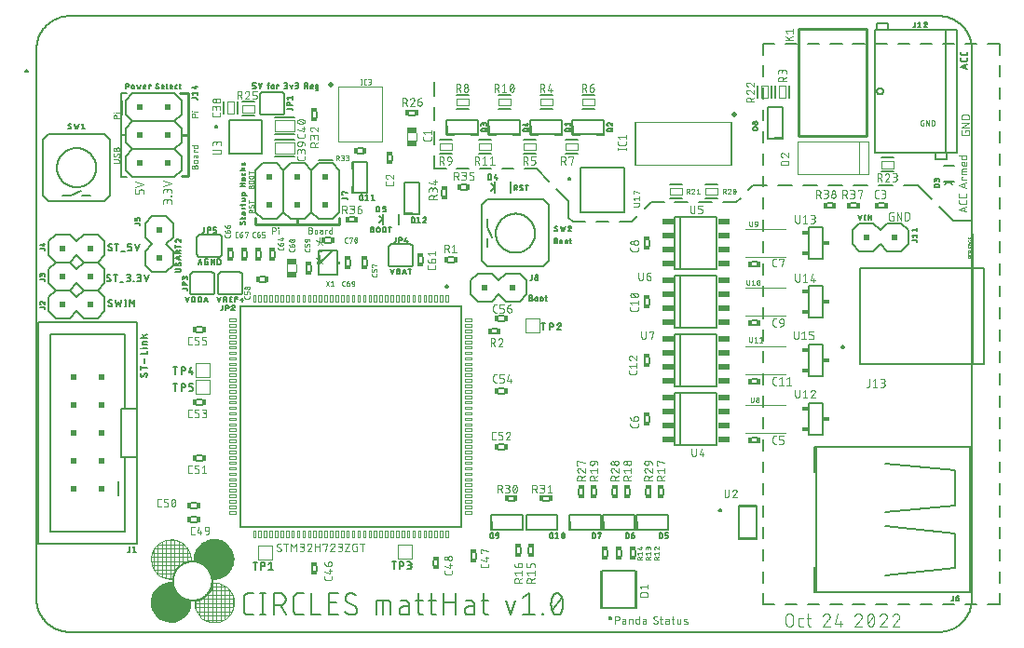
<source format=gbr>
G04 EAGLE Gerber RS-274X export*
G75*
%MOMM*%
%FSLAX34Y34*%
%LPD*%
%INSilkscreen Top*%
%IPPOS*%
%AMOC8*
5,1,8,0,0,1.08239X$1,22.5*%
G01*
%ADD10C,0.050800*%
%ADD11C,0.254000*%
%ADD12C,0.152400*%
%ADD13C,0.177800*%
%ADD14C,0.076200*%
%ADD15C,0.101600*%
%ADD16R,0.300000X0.599900*%
%ADD17C,0.025400*%
%ADD18R,0.599900X0.300000*%
%ADD19R,0.950000X0.500100*%
%ADD20C,0.203200*%
%ADD21R,1.100000X0.490000*%
%ADD22C,0.100000*%
%ADD23R,0.584200X0.457200*%
%ADD24C,0.127000*%
%ADD25C,0.200000*%
%ADD26C,0.500000*%
%ADD27C,0.120000*%
%ADD28R,0.508000X0.508000*%
%ADD29C,0.025000*%

G36*
X129177Y35812D02*
X129177Y35812D01*
X129208Y35819D01*
X129304Y35831D01*
X132230Y36514D01*
X132260Y36526D01*
X132352Y36554D01*
X135122Y37719D01*
X135149Y37736D01*
X135236Y37779D01*
X137769Y39394D01*
X137793Y39416D01*
X137872Y39472D01*
X140097Y41491D01*
X140117Y41516D01*
X140185Y41585D01*
X142039Y43950D01*
X142055Y43978D01*
X142110Y44057D01*
X143540Y46700D01*
X143550Y46730D01*
X143591Y46818D01*
X144556Y49663D01*
X144561Y49695D01*
X144586Y49788D01*
X145058Y52756D01*
X145058Y52788D01*
X145068Y52884D01*
X145033Y55889D01*
X145014Y55996D01*
X145000Y56103D01*
X144993Y56117D01*
X144991Y56131D01*
X144939Y56227D01*
X144891Y56324D01*
X144880Y56334D01*
X144873Y56347D01*
X144793Y56421D01*
X144717Y56498D01*
X144704Y56504D01*
X144693Y56514D01*
X144594Y56559D01*
X144496Y56607D01*
X144479Y56611D01*
X144469Y56615D01*
X144440Y56618D01*
X144332Y56639D01*
X141888Y56831D01*
X139563Y57389D01*
X137354Y58305D01*
X137268Y58357D01*
X136026Y59118D01*
X136026Y59119D01*
X136025Y59119D01*
X135315Y59554D01*
X133497Y61107D01*
X131944Y62925D01*
X130695Y64964D01*
X129779Y67173D01*
X129221Y69498D01*
X129029Y71942D01*
X129003Y72047D01*
X128981Y72154D01*
X128974Y72166D01*
X128970Y72181D01*
X128912Y72272D01*
X128857Y72366D01*
X128846Y72376D01*
X128838Y72388D01*
X128754Y72456D01*
X128672Y72528D01*
X128659Y72534D01*
X128647Y72543D01*
X128546Y72581D01*
X128445Y72623D01*
X128427Y72625D01*
X128417Y72629D01*
X128387Y72630D01*
X128279Y72643D01*
X125274Y72678D01*
X125242Y72673D01*
X125146Y72668D01*
X122178Y72196D01*
X122148Y72186D01*
X122053Y72166D01*
X119208Y71201D01*
X119179Y71186D01*
X119090Y71150D01*
X116447Y69720D01*
X116422Y69700D01*
X116340Y69649D01*
X113975Y67795D01*
X113953Y67771D01*
X113881Y67707D01*
X111862Y65482D01*
X111845Y65455D01*
X111784Y65379D01*
X110169Y62846D01*
X110156Y62816D01*
X110109Y62732D01*
X108944Y59962D01*
X108936Y59931D01*
X108904Y59840D01*
X108221Y56914D01*
X108219Y56882D01*
X108202Y56787D01*
X108022Y53787D01*
X108025Y53755D01*
X108025Y53659D01*
X108351Y50672D01*
X108360Y50641D01*
X108376Y50546D01*
X109201Y47656D01*
X109214Y47627D01*
X109246Y47536D01*
X110546Y44827D01*
X110564Y44800D01*
X110611Y44716D01*
X112348Y42264D01*
X112370Y42241D01*
X112431Y42165D01*
X114555Y40041D01*
X114581Y40022D01*
X114654Y39958D01*
X117106Y38221D01*
X117135Y38207D01*
X117217Y38156D01*
X119926Y36856D01*
X119957Y36847D01*
X120046Y36811D01*
X122936Y35986D01*
X122967Y35982D01*
X123062Y35961D01*
X126049Y35635D01*
X126081Y35636D01*
X126177Y35632D01*
X129177Y35812D01*
G37*
G36*
X166858Y74647D02*
X166858Y74647D01*
X166954Y74652D01*
X169922Y75124D01*
X169952Y75134D01*
X170047Y75155D01*
X172892Y76119D01*
X172921Y76134D01*
X173010Y76171D01*
X175653Y77600D01*
X175678Y77620D01*
X175761Y77671D01*
X178125Y79525D01*
X178147Y79549D01*
X178219Y79613D01*
X180238Y81838D01*
X180255Y81865D01*
X180316Y81941D01*
X181931Y84474D01*
X181944Y84504D01*
X181991Y84588D01*
X183157Y87358D01*
X183164Y87389D01*
X183196Y87480D01*
X183879Y90406D01*
X183881Y90438D01*
X183898Y90533D01*
X184078Y93533D01*
X184075Y93565D01*
X184075Y93661D01*
X183749Y96648D01*
X183740Y96679D01*
X183724Y96774D01*
X182899Y99664D01*
X182886Y99693D01*
X182854Y99784D01*
X181554Y102494D01*
X181536Y102520D01*
X181489Y102604D01*
X179752Y105056D01*
X179730Y105079D01*
X179669Y105155D01*
X177545Y107279D01*
X177519Y107298D01*
X177446Y107362D01*
X174994Y109099D01*
X174965Y109113D01*
X174884Y109164D01*
X172174Y110464D01*
X172143Y110473D01*
X172054Y110509D01*
X169164Y111334D01*
X169133Y111338D01*
X169038Y111359D01*
X166051Y111685D01*
X166019Y111684D01*
X165923Y111688D01*
X162923Y111508D01*
X162892Y111501D01*
X162796Y111489D01*
X159870Y110806D01*
X159840Y110794D01*
X159748Y110767D01*
X156978Y109601D01*
X156951Y109584D01*
X156864Y109541D01*
X154331Y107926D01*
X154307Y107904D01*
X154228Y107848D01*
X152003Y105829D01*
X151983Y105804D01*
X151915Y105735D01*
X150061Y103371D01*
X150045Y103342D01*
X149990Y103263D01*
X148561Y100620D01*
X148550Y100590D01*
X148509Y100502D01*
X147545Y97657D01*
X147539Y97625D01*
X147514Y97532D01*
X147042Y94564D01*
X147042Y94532D01*
X147032Y94436D01*
X147067Y91431D01*
X147086Y91324D01*
X147100Y91217D01*
X147107Y91204D01*
X147109Y91189D01*
X147161Y91093D01*
X147210Y90996D01*
X147220Y90986D01*
X147227Y90973D01*
X147307Y90899D01*
X147383Y90822D01*
X147396Y90816D01*
X147407Y90806D01*
X147506Y90761D01*
X147604Y90713D01*
X147621Y90709D01*
X147631Y90705D01*
X147661Y90702D01*
X147768Y90681D01*
X150212Y90489D01*
X152537Y89931D01*
X154746Y89015D01*
X155660Y88455D01*
X156785Y87766D01*
X158603Y86213D01*
X160156Y84395D01*
X161405Y82356D01*
X162321Y80147D01*
X162879Y77822D01*
X163071Y75378D01*
X163097Y75273D01*
X163119Y75166D01*
X163126Y75154D01*
X163130Y75139D01*
X163188Y75048D01*
X163243Y74954D01*
X163254Y74944D01*
X163262Y74932D01*
X163346Y74864D01*
X163428Y74792D01*
X163441Y74786D01*
X163453Y74777D01*
X163554Y74739D01*
X163655Y74697D01*
X163673Y74695D01*
X163683Y74691D01*
X163713Y74690D01*
X163821Y74677D01*
X166826Y74642D01*
X166858Y74647D01*
G37*
D10*
X809752Y490474D02*
X810514Y490474D01*
X810514Y487934D01*
X808990Y487934D01*
X808929Y487936D01*
X808868Y487941D01*
X808807Y487951D01*
X808747Y487964D01*
X808688Y487980D01*
X808630Y488000D01*
X808573Y488024D01*
X808518Y488050D01*
X808464Y488081D01*
X808413Y488114D01*
X808363Y488150D01*
X808316Y488190D01*
X808272Y488232D01*
X808230Y488276D01*
X808190Y488323D01*
X808154Y488373D01*
X808121Y488424D01*
X808090Y488478D01*
X808064Y488533D01*
X808040Y488590D01*
X808020Y488648D01*
X808004Y488707D01*
X807991Y488767D01*
X807981Y488828D01*
X807976Y488889D01*
X807974Y488950D01*
X807974Y491490D01*
X807976Y491551D01*
X807981Y491612D01*
X807991Y491673D01*
X808004Y491733D01*
X808020Y491792D01*
X808040Y491850D01*
X808064Y491907D01*
X808090Y491962D01*
X808121Y492016D01*
X808154Y492067D01*
X808190Y492117D01*
X808230Y492164D01*
X808272Y492208D01*
X808316Y492250D01*
X808363Y492290D01*
X808413Y492326D01*
X808464Y492359D01*
X808518Y492390D01*
X808573Y492416D01*
X808630Y492440D01*
X808688Y492460D01*
X808747Y492476D01*
X808807Y492489D01*
X808868Y492499D01*
X808929Y492504D01*
X808990Y492506D01*
X810514Y492506D01*
X812851Y492506D02*
X812851Y487934D01*
X815391Y487934D02*
X812851Y492506D01*
X815391Y492506D02*
X815391Y487934D01*
X817728Y487934D02*
X817728Y492506D01*
X818998Y492506D01*
X819067Y492504D01*
X819135Y492499D01*
X819203Y492489D01*
X819271Y492476D01*
X819338Y492460D01*
X819404Y492440D01*
X819468Y492416D01*
X819531Y492389D01*
X819593Y492358D01*
X819653Y492324D01*
X819711Y492287D01*
X819767Y492247D01*
X819820Y492204D01*
X819871Y492158D01*
X819920Y492109D01*
X819966Y492058D01*
X820009Y492005D01*
X820049Y491949D01*
X820086Y491891D01*
X820120Y491831D01*
X820151Y491769D01*
X820178Y491706D01*
X820202Y491642D01*
X820222Y491576D01*
X820238Y491509D01*
X820251Y491441D01*
X820261Y491373D01*
X820266Y491305D01*
X820268Y491236D01*
X820268Y489204D01*
X820266Y489135D01*
X820261Y489067D01*
X820251Y488999D01*
X820238Y488931D01*
X820222Y488864D01*
X820202Y488798D01*
X820178Y488734D01*
X820151Y488671D01*
X820120Y488609D01*
X820086Y488549D01*
X820049Y488491D01*
X820009Y488435D01*
X819966Y488382D01*
X819920Y488331D01*
X819871Y488282D01*
X819820Y488236D01*
X819767Y488193D01*
X819711Y488153D01*
X819653Y488116D01*
X819593Y488082D01*
X819531Y488051D01*
X819468Y488024D01*
X819404Y488000D01*
X819338Y487980D01*
X819271Y487964D01*
X819203Y487951D01*
X819135Y487941D01*
X819067Y487936D01*
X818998Y487934D01*
X817728Y487934D01*
X847965Y482995D02*
X847965Y481810D01*
X847965Y482995D02*
X851916Y482995D01*
X851916Y480624D01*
X851914Y480546D01*
X851908Y480469D01*
X851899Y480392D01*
X851886Y480316D01*
X851869Y480240D01*
X851848Y480165D01*
X851824Y480092D01*
X851796Y480019D01*
X851764Y479948D01*
X851729Y479879D01*
X851691Y479812D01*
X851650Y479746D01*
X851605Y479683D01*
X851557Y479622D01*
X851507Y479563D01*
X851453Y479507D01*
X851397Y479453D01*
X851338Y479403D01*
X851277Y479355D01*
X851214Y479310D01*
X851148Y479269D01*
X851081Y479231D01*
X851012Y479196D01*
X850941Y479164D01*
X850868Y479136D01*
X850795Y479112D01*
X850720Y479091D01*
X850644Y479074D01*
X850568Y479061D01*
X850491Y479052D01*
X850414Y479046D01*
X850336Y479044D01*
X846384Y479044D01*
X846306Y479046D01*
X846229Y479052D01*
X846152Y479061D01*
X846076Y479074D01*
X846000Y479091D01*
X845925Y479112D01*
X845851Y479136D01*
X845779Y479164D01*
X845708Y479196D01*
X845639Y479231D01*
X845571Y479269D01*
X845506Y479310D01*
X845442Y479355D01*
X845381Y479403D01*
X845322Y479454D01*
X845266Y479507D01*
X845213Y479563D01*
X845162Y479622D01*
X845114Y479683D01*
X845069Y479747D01*
X845028Y479812D01*
X844990Y479880D01*
X844955Y479949D01*
X844923Y480020D01*
X844895Y480092D01*
X844871Y480166D01*
X844850Y480241D01*
X844833Y480317D01*
X844820Y480393D01*
X844811Y480470D01*
X844805Y480547D01*
X844803Y480625D01*
X844804Y480624D02*
X844804Y482995D01*
X844804Y486359D02*
X851916Y486359D01*
X851916Y490310D02*
X844804Y486359D01*
X844804Y490310D02*
X851916Y490310D01*
X851916Y493674D02*
X844804Y493674D01*
X844804Y495650D01*
X844806Y495736D01*
X844812Y495822D01*
X844821Y495908D01*
X844834Y495993D01*
X844851Y496078D01*
X844871Y496161D01*
X844895Y496244D01*
X844923Y496326D01*
X844954Y496406D01*
X844989Y496485D01*
X845027Y496562D01*
X845069Y496638D01*
X845113Y496712D01*
X845161Y496783D01*
X845212Y496853D01*
X845266Y496920D01*
X845323Y496985D01*
X845383Y497047D01*
X845445Y497107D01*
X845510Y497164D01*
X845577Y497218D01*
X845647Y497269D01*
X845718Y497317D01*
X845792Y497361D01*
X845868Y497403D01*
X845945Y497441D01*
X846024Y497476D01*
X846104Y497507D01*
X846186Y497535D01*
X846269Y497559D01*
X846352Y497579D01*
X846437Y497596D01*
X846522Y497609D01*
X846608Y497618D01*
X846694Y497624D01*
X846780Y497626D01*
X846780Y497625D02*
X849940Y497625D01*
X849940Y497626D02*
X850026Y497624D01*
X850112Y497618D01*
X850198Y497609D01*
X850283Y497596D01*
X850368Y497579D01*
X850451Y497559D01*
X850534Y497535D01*
X850616Y497507D01*
X850696Y497476D01*
X850775Y497441D01*
X850852Y497403D01*
X850928Y497361D01*
X851002Y497317D01*
X851073Y497269D01*
X851143Y497218D01*
X851210Y497164D01*
X851275Y497107D01*
X851337Y497047D01*
X851397Y496985D01*
X851454Y496920D01*
X851508Y496853D01*
X851559Y496783D01*
X851607Y496712D01*
X851651Y496638D01*
X851693Y496562D01*
X851731Y496485D01*
X851766Y496406D01*
X851797Y496326D01*
X851825Y496244D01*
X851849Y496161D01*
X851869Y496078D01*
X851886Y495993D01*
X851899Y495908D01*
X851908Y495822D01*
X851914Y495736D01*
X851916Y495650D01*
X851916Y493674D01*
X782676Y405525D02*
X781490Y405525D01*
X782676Y405525D02*
X782676Y401574D01*
X780305Y401574D01*
X780227Y401576D01*
X780150Y401582D01*
X780073Y401591D01*
X779997Y401604D01*
X779921Y401621D01*
X779846Y401642D01*
X779773Y401666D01*
X779700Y401694D01*
X779629Y401726D01*
X779560Y401761D01*
X779493Y401799D01*
X779427Y401840D01*
X779364Y401885D01*
X779303Y401933D01*
X779244Y401983D01*
X779188Y402037D01*
X779134Y402093D01*
X779084Y402152D01*
X779036Y402213D01*
X778991Y402276D01*
X778950Y402342D01*
X778912Y402409D01*
X778877Y402478D01*
X778845Y402549D01*
X778817Y402622D01*
X778793Y402695D01*
X778772Y402770D01*
X778755Y402846D01*
X778742Y402922D01*
X778733Y402999D01*
X778727Y403076D01*
X778725Y403154D01*
X778725Y407106D01*
X778727Y407184D01*
X778733Y407261D01*
X778742Y407338D01*
X778755Y407414D01*
X778772Y407490D01*
X778793Y407565D01*
X778817Y407638D01*
X778845Y407711D01*
X778877Y407782D01*
X778912Y407851D01*
X778950Y407918D01*
X778991Y407984D01*
X779036Y408047D01*
X779084Y408108D01*
X779134Y408167D01*
X779188Y408223D01*
X779244Y408277D01*
X779303Y408327D01*
X779364Y408375D01*
X779427Y408420D01*
X779493Y408461D01*
X779560Y408499D01*
X779629Y408534D01*
X779700Y408566D01*
X779773Y408594D01*
X779846Y408618D01*
X779921Y408639D01*
X779997Y408656D01*
X780073Y408669D01*
X780150Y408678D01*
X780227Y408684D01*
X780305Y408686D01*
X782676Y408686D01*
X786040Y408686D02*
X786040Y401574D01*
X789991Y401574D02*
X786040Y408686D01*
X789991Y408686D02*
X789991Y401574D01*
X793355Y401574D02*
X793355Y408686D01*
X795330Y408686D01*
X795416Y408684D01*
X795502Y408678D01*
X795588Y408669D01*
X795673Y408656D01*
X795758Y408639D01*
X795841Y408619D01*
X795924Y408595D01*
X796006Y408567D01*
X796086Y408536D01*
X796165Y408501D01*
X796242Y408463D01*
X796318Y408421D01*
X796392Y408377D01*
X796463Y408329D01*
X796533Y408278D01*
X796600Y408224D01*
X796665Y408167D01*
X796727Y408107D01*
X796787Y408045D01*
X796844Y407980D01*
X796898Y407913D01*
X796949Y407843D01*
X796997Y407772D01*
X797041Y407698D01*
X797083Y407622D01*
X797121Y407545D01*
X797156Y407466D01*
X797187Y407386D01*
X797215Y407304D01*
X797239Y407221D01*
X797259Y407138D01*
X797276Y407053D01*
X797289Y406968D01*
X797298Y406882D01*
X797304Y406796D01*
X797306Y406710D01*
X797306Y403550D01*
X797304Y403464D01*
X797298Y403378D01*
X797289Y403292D01*
X797276Y403207D01*
X797259Y403122D01*
X797239Y403039D01*
X797215Y402956D01*
X797187Y402874D01*
X797156Y402794D01*
X797121Y402715D01*
X797083Y402638D01*
X797041Y402562D01*
X796997Y402488D01*
X796949Y402417D01*
X796898Y402347D01*
X796844Y402280D01*
X796787Y402215D01*
X796727Y402153D01*
X796665Y402093D01*
X796600Y402036D01*
X796533Y401982D01*
X796463Y401931D01*
X796392Y401883D01*
X796318Y401839D01*
X796242Y401797D01*
X796165Y401759D01*
X796086Y401724D01*
X796006Y401693D01*
X795924Y401665D01*
X795841Y401641D01*
X795758Y401621D01*
X795673Y401604D01*
X795588Y401591D01*
X795502Y401582D01*
X795416Y401576D01*
X795330Y401574D01*
X793355Y401574D01*
X150876Y495554D02*
X145288Y495554D01*
X145288Y497106D01*
X145290Y497183D01*
X145296Y497261D01*
X145305Y497337D01*
X145319Y497414D01*
X145336Y497489D01*
X145357Y497563D01*
X145382Y497637D01*
X145410Y497709D01*
X145442Y497779D01*
X145477Y497848D01*
X145516Y497915D01*
X145558Y497980D01*
X145603Y498043D01*
X145651Y498104D01*
X145702Y498162D01*
X145756Y498217D01*
X145813Y498270D01*
X145872Y498319D01*
X145934Y498366D01*
X145998Y498410D01*
X146064Y498450D01*
X146132Y498487D01*
X146202Y498521D01*
X146273Y498551D01*
X146346Y498577D01*
X146420Y498600D01*
X146495Y498619D01*
X146570Y498634D01*
X146647Y498646D01*
X146724Y498654D01*
X146801Y498658D01*
X146879Y498658D01*
X146956Y498654D01*
X147033Y498646D01*
X147110Y498634D01*
X147185Y498619D01*
X147260Y498600D01*
X147334Y498577D01*
X147407Y498551D01*
X147478Y498521D01*
X147548Y498487D01*
X147616Y498450D01*
X147682Y498410D01*
X147746Y498366D01*
X147808Y498319D01*
X147867Y498270D01*
X147924Y498217D01*
X147978Y498162D01*
X148029Y498104D01*
X148077Y498043D01*
X148122Y497980D01*
X148164Y497915D01*
X148203Y497848D01*
X148238Y497779D01*
X148270Y497709D01*
X148298Y497637D01*
X148323Y497563D01*
X148344Y497489D01*
X148361Y497414D01*
X148375Y497337D01*
X148384Y497261D01*
X148390Y497183D01*
X148392Y497106D01*
X148392Y495554D01*
X147151Y500681D02*
X150876Y500681D01*
X145598Y500526D02*
X145288Y500526D01*
X145288Y500836D01*
X145598Y500836D01*
X145598Y500526D01*
X147772Y450116D02*
X147772Y448564D01*
X147772Y450116D02*
X147774Y450193D01*
X147780Y450271D01*
X147789Y450347D01*
X147803Y450424D01*
X147820Y450499D01*
X147841Y450573D01*
X147866Y450647D01*
X147894Y450719D01*
X147926Y450789D01*
X147961Y450858D01*
X148000Y450925D01*
X148042Y450990D01*
X148087Y451053D01*
X148135Y451114D01*
X148186Y451172D01*
X148240Y451227D01*
X148297Y451280D01*
X148356Y451329D01*
X148418Y451376D01*
X148482Y451420D01*
X148548Y451460D01*
X148616Y451497D01*
X148686Y451531D01*
X148757Y451561D01*
X148830Y451587D01*
X148904Y451610D01*
X148979Y451629D01*
X149054Y451644D01*
X149131Y451656D01*
X149208Y451664D01*
X149285Y451668D01*
X149363Y451668D01*
X149440Y451664D01*
X149517Y451656D01*
X149594Y451644D01*
X149669Y451629D01*
X149744Y451610D01*
X149818Y451587D01*
X149891Y451561D01*
X149962Y451531D01*
X150032Y451497D01*
X150100Y451460D01*
X150166Y451420D01*
X150230Y451376D01*
X150292Y451329D01*
X150351Y451280D01*
X150408Y451227D01*
X150462Y451172D01*
X150513Y451114D01*
X150561Y451053D01*
X150606Y450990D01*
X150648Y450925D01*
X150687Y450858D01*
X150722Y450789D01*
X150754Y450719D01*
X150782Y450647D01*
X150807Y450573D01*
X150828Y450499D01*
X150845Y450424D01*
X150859Y450347D01*
X150868Y450271D01*
X150874Y450193D01*
X150876Y450116D01*
X150876Y448564D01*
X145288Y448564D01*
X145288Y450116D01*
X145290Y450186D01*
X145296Y450255D01*
X145306Y450324D01*
X145319Y450392D01*
X145337Y450460D01*
X145358Y450526D01*
X145383Y450591D01*
X145411Y450655D01*
X145443Y450717D01*
X145478Y450777D01*
X145517Y450835D01*
X145559Y450890D01*
X145604Y450944D01*
X145652Y450994D01*
X145702Y451042D01*
X145756Y451087D01*
X145811Y451129D01*
X145869Y451168D01*
X145929Y451203D01*
X145991Y451235D01*
X146055Y451263D01*
X146120Y451288D01*
X146186Y451309D01*
X146254Y451327D01*
X146322Y451340D01*
X146391Y451350D01*
X146460Y451356D01*
X146530Y451358D01*
X146600Y451356D01*
X146669Y451350D01*
X146738Y451340D01*
X146806Y451327D01*
X146874Y451309D01*
X146940Y451288D01*
X147005Y451263D01*
X147069Y451235D01*
X147131Y451203D01*
X147191Y451168D01*
X147249Y451129D01*
X147304Y451087D01*
X147358Y451042D01*
X147408Y450994D01*
X147456Y450944D01*
X147501Y450890D01*
X147543Y450835D01*
X147582Y450777D01*
X147617Y450717D01*
X147649Y450655D01*
X147677Y450591D01*
X147702Y450526D01*
X147723Y450460D01*
X147741Y450392D01*
X147754Y450324D01*
X147764Y450255D01*
X147770Y450186D01*
X147772Y450116D01*
X148392Y453729D02*
X149634Y453729D01*
X148392Y453729D02*
X148322Y453731D01*
X148253Y453737D01*
X148184Y453747D01*
X148116Y453760D01*
X148048Y453778D01*
X147982Y453799D01*
X147917Y453824D01*
X147853Y453852D01*
X147791Y453884D01*
X147731Y453919D01*
X147673Y453958D01*
X147618Y454000D01*
X147564Y454045D01*
X147514Y454093D01*
X147466Y454143D01*
X147421Y454197D01*
X147379Y454252D01*
X147340Y454310D01*
X147305Y454370D01*
X147273Y454432D01*
X147245Y454496D01*
X147220Y454561D01*
X147199Y454627D01*
X147181Y454695D01*
X147168Y454763D01*
X147158Y454832D01*
X147152Y454901D01*
X147150Y454971D01*
X147152Y455041D01*
X147158Y455110D01*
X147168Y455179D01*
X147181Y455247D01*
X147199Y455315D01*
X147220Y455381D01*
X147245Y455446D01*
X147273Y455510D01*
X147305Y455572D01*
X147340Y455632D01*
X147379Y455690D01*
X147421Y455745D01*
X147466Y455799D01*
X147514Y455849D01*
X147564Y455897D01*
X147618Y455942D01*
X147673Y455984D01*
X147731Y456023D01*
X147791Y456058D01*
X147853Y456090D01*
X147917Y456118D01*
X147982Y456143D01*
X148048Y456164D01*
X148116Y456182D01*
X148184Y456195D01*
X148253Y456205D01*
X148322Y456211D01*
X148392Y456213D01*
X149634Y456213D01*
X149704Y456211D01*
X149773Y456205D01*
X149842Y456195D01*
X149910Y456182D01*
X149978Y456164D01*
X150044Y456143D01*
X150109Y456118D01*
X150173Y456090D01*
X150235Y456058D01*
X150295Y456023D01*
X150353Y455984D01*
X150408Y455942D01*
X150462Y455897D01*
X150512Y455849D01*
X150560Y455799D01*
X150605Y455745D01*
X150647Y455690D01*
X150686Y455632D01*
X150721Y455572D01*
X150753Y455510D01*
X150781Y455446D01*
X150806Y455381D01*
X150827Y455315D01*
X150845Y455247D01*
X150858Y455179D01*
X150868Y455110D01*
X150874Y455041D01*
X150876Y454971D01*
X150874Y454901D01*
X150868Y454832D01*
X150858Y454763D01*
X150845Y454695D01*
X150827Y454627D01*
X150806Y454561D01*
X150781Y454496D01*
X150753Y454432D01*
X150721Y454370D01*
X150686Y454310D01*
X150647Y454252D01*
X150605Y454197D01*
X150560Y454143D01*
X150512Y454093D01*
X150462Y454045D01*
X150408Y454000D01*
X150353Y453958D01*
X150295Y453919D01*
X150235Y453884D01*
X150173Y453852D01*
X150109Y453824D01*
X150044Y453799D01*
X149978Y453778D01*
X149910Y453760D01*
X149842Y453747D01*
X149773Y453737D01*
X149704Y453731D01*
X149634Y453729D01*
X148703Y459542D02*
X148703Y460939D01*
X148702Y459542D02*
X148704Y459478D01*
X148710Y459413D01*
X148719Y459350D01*
X148732Y459287D01*
X148749Y459225D01*
X148770Y459164D01*
X148794Y459104D01*
X148822Y459046D01*
X148853Y458989D01*
X148887Y458935D01*
X148925Y458882D01*
X148966Y458832D01*
X149009Y458785D01*
X149055Y458740D01*
X149104Y458698D01*
X149155Y458659D01*
X149209Y458623D01*
X149264Y458590D01*
X149322Y458561D01*
X149380Y458535D01*
X149441Y458512D01*
X149502Y458493D01*
X149565Y458478D01*
X149629Y458467D01*
X149692Y458459D01*
X149757Y458455D01*
X149821Y458455D01*
X149886Y458459D01*
X149949Y458467D01*
X150013Y458478D01*
X150076Y458493D01*
X150137Y458512D01*
X150198Y458535D01*
X150256Y458561D01*
X150314Y458590D01*
X150369Y458623D01*
X150423Y458659D01*
X150474Y458698D01*
X150523Y458740D01*
X150569Y458785D01*
X150612Y458832D01*
X150653Y458882D01*
X150691Y458935D01*
X150725Y458989D01*
X150756Y459046D01*
X150784Y459104D01*
X150808Y459164D01*
X150829Y459225D01*
X150846Y459287D01*
X150859Y459350D01*
X150868Y459413D01*
X150874Y459478D01*
X150876Y459542D01*
X150876Y460939D01*
X148082Y460939D01*
X148082Y460938D02*
X148024Y460936D01*
X147965Y460931D01*
X147908Y460922D01*
X147850Y460909D01*
X147794Y460892D01*
X147739Y460873D01*
X147686Y460849D01*
X147633Y460823D01*
X147583Y460793D01*
X147535Y460760D01*
X147489Y460724D01*
X147445Y460686D01*
X147403Y460644D01*
X147365Y460600D01*
X147329Y460554D01*
X147296Y460506D01*
X147266Y460456D01*
X147240Y460403D01*
X147216Y460350D01*
X147197Y460295D01*
X147180Y460239D01*
X147167Y460181D01*
X147158Y460124D01*
X147153Y460065D01*
X147151Y460007D01*
X147151Y458766D01*
X147151Y463637D02*
X150876Y463637D01*
X147151Y463637D02*
X147151Y465500D01*
X147772Y465500D01*
X145288Y469717D02*
X150876Y469717D01*
X150876Y468165D01*
X150874Y468107D01*
X150869Y468048D01*
X150860Y467991D01*
X150847Y467933D01*
X150830Y467877D01*
X150811Y467822D01*
X150787Y467769D01*
X150761Y467716D01*
X150731Y467666D01*
X150698Y467618D01*
X150662Y467572D01*
X150624Y467528D01*
X150582Y467486D01*
X150538Y467448D01*
X150492Y467412D01*
X150444Y467379D01*
X150394Y467349D01*
X150341Y467323D01*
X150288Y467299D01*
X150233Y467280D01*
X150177Y467263D01*
X150119Y467250D01*
X150062Y467241D01*
X150003Y467236D01*
X149945Y467234D01*
X149945Y467233D02*
X148082Y467233D01*
X148082Y467234D02*
X148024Y467236D01*
X147965Y467241D01*
X147908Y467250D01*
X147850Y467263D01*
X147794Y467280D01*
X147739Y467299D01*
X147686Y467323D01*
X147633Y467349D01*
X147583Y467379D01*
X147535Y467412D01*
X147489Y467448D01*
X147445Y467486D01*
X147403Y467528D01*
X147365Y467572D01*
X147329Y467618D01*
X147296Y467666D01*
X147266Y467716D01*
X147240Y467769D01*
X147216Y467822D01*
X147197Y467877D01*
X147180Y467933D01*
X147167Y467991D01*
X147158Y468048D01*
X147153Y468107D01*
X147151Y468165D01*
X147151Y469717D01*
X79756Y494284D02*
X74168Y494284D01*
X74168Y495836D01*
X74170Y495913D01*
X74176Y495991D01*
X74185Y496067D01*
X74199Y496144D01*
X74216Y496219D01*
X74237Y496293D01*
X74262Y496367D01*
X74290Y496439D01*
X74322Y496509D01*
X74357Y496578D01*
X74396Y496645D01*
X74438Y496710D01*
X74483Y496773D01*
X74531Y496834D01*
X74582Y496892D01*
X74636Y496947D01*
X74693Y497000D01*
X74752Y497049D01*
X74814Y497096D01*
X74878Y497140D01*
X74944Y497180D01*
X75012Y497217D01*
X75082Y497251D01*
X75153Y497281D01*
X75226Y497307D01*
X75300Y497330D01*
X75375Y497349D01*
X75450Y497364D01*
X75527Y497376D01*
X75604Y497384D01*
X75681Y497388D01*
X75759Y497388D01*
X75836Y497384D01*
X75913Y497376D01*
X75990Y497364D01*
X76065Y497349D01*
X76140Y497330D01*
X76214Y497307D01*
X76287Y497281D01*
X76358Y497251D01*
X76428Y497217D01*
X76496Y497180D01*
X76562Y497140D01*
X76626Y497096D01*
X76688Y497049D01*
X76747Y497000D01*
X76804Y496947D01*
X76858Y496892D01*
X76909Y496834D01*
X76957Y496773D01*
X77002Y496710D01*
X77044Y496645D01*
X77083Y496578D01*
X77118Y496509D01*
X77150Y496439D01*
X77178Y496367D01*
X77203Y496293D01*
X77224Y496219D01*
X77241Y496144D01*
X77255Y496067D01*
X77264Y495991D01*
X77270Y495913D01*
X77272Y495836D01*
X77272Y494284D01*
X76031Y499411D02*
X79756Y499411D01*
X74478Y499256D02*
X74168Y499256D01*
X74168Y499566D01*
X74478Y499566D01*
X74478Y499256D01*
X74168Y453644D02*
X78204Y453644D01*
X78281Y453646D01*
X78359Y453652D01*
X78435Y453661D01*
X78512Y453675D01*
X78587Y453692D01*
X78661Y453713D01*
X78735Y453738D01*
X78807Y453766D01*
X78877Y453798D01*
X78946Y453833D01*
X79013Y453872D01*
X79078Y453914D01*
X79141Y453959D01*
X79202Y454007D01*
X79260Y454058D01*
X79315Y454112D01*
X79368Y454169D01*
X79417Y454228D01*
X79464Y454290D01*
X79508Y454354D01*
X79548Y454420D01*
X79585Y454488D01*
X79619Y454558D01*
X79649Y454629D01*
X79675Y454702D01*
X79698Y454776D01*
X79717Y454851D01*
X79732Y454926D01*
X79744Y455003D01*
X79752Y455080D01*
X79756Y455157D01*
X79756Y455235D01*
X79752Y455312D01*
X79744Y455389D01*
X79732Y455466D01*
X79717Y455541D01*
X79698Y455616D01*
X79675Y455690D01*
X79649Y455763D01*
X79619Y455834D01*
X79585Y455904D01*
X79548Y455972D01*
X79508Y456038D01*
X79464Y456102D01*
X79417Y456164D01*
X79368Y456223D01*
X79315Y456280D01*
X79260Y456334D01*
X79202Y456385D01*
X79141Y456433D01*
X79078Y456478D01*
X79013Y456520D01*
X78946Y456559D01*
X78877Y456594D01*
X78807Y456626D01*
X78735Y456654D01*
X78661Y456679D01*
X78587Y456700D01*
X78512Y456717D01*
X78435Y456731D01*
X78359Y456740D01*
X78281Y456746D01*
X78204Y456748D01*
X74168Y456748D01*
X78514Y462235D02*
X78584Y462233D01*
X78653Y462227D01*
X78722Y462217D01*
X78790Y462204D01*
X78858Y462186D01*
X78924Y462165D01*
X78989Y462140D01*
X79053Y462112D01*
X79115Y462080D01*
X79175Y462045D01*
X79233Y462006D01*
X79288Y461964D01*
X79342Y461919D01*
X79392Y461871D01*
X79440Y461821D01*
X79485Y461767D01*
X79527Y461712D01*
X79566Y461654D01*
X79601Y461594D01*
X79633Y461532D01*
X79661Y461468D01*
X79686Y461403D01*
X79707Y461337D01*
X79725Y461269D01*
X79738Y461201D01*
X79748Y461132D01*
X79754Y461063D01*
X79756Y460993D01*
X79754Y460894D01*
X79749Y460796D01*
X79739Y460698D01*
X79726Y460600D01*
X79710Y460503D01*
X79690Y460406D01*
X79666Y460311D01*
X79638Y460216D01*
X79607Y460122D01*
X79573Y460030D01*
X79535Y459939D01*
X79494Y459849D01*
X79449Y459761D01*
X79401Y459675D01*
X79350Y459591D01*
X79296Y459509D01*
X79238Y459428D01*
X79178Y459350D01*
X79115Y459275D01*
X79049Y459201D01*
X78980Y459131D01*
X75410Y459285D02*
X75340Y459287D01*
X75271Y459293D01*
X75202Y459303D01*
X75134Y459316D01*
X75066Y459334D01*
X75000Y459355D01*
X74935Y459380D01*
X74871Y459408D01*
X74809Y459440D01*
X74749Y459475D01*
X74691Y459514D01*
X74636Y459556D01*
X74582Y459601D01*
X74532Y459649D01*
X74484Y459699D01*
X74439Y459753D01*
X74397Y459808D01*
X74358Y459866D01*
X74323Y459926D01*
X74291Y459988D01*
X74263Y460052D01*
X74238Y460117D01*
X74217Y460183D01*
X74199Y460251D01*
X74186Y460319D01*
X74176Y460388D01*
X74170Y460457D01*
X74168Y460527D01*
X74170Y460621D01*
X74176Y460714D01*
X74185Y460807D01*
X74198Y460900D01*
X74215Y460992D01*
X74235Y461083D01*
X74260Y461174D01*
X74287Y461263D01*
X74319Y461351D01*
X74354Y461438D01*
X74392Y461524D01*
X74434Y461607D01*
X74479Y461690D01*
X74527Y461770D01*
X74579Y461848D01*
X74634Y461924D01*
X76496Y459907D02*
X76460Y459848D01*
X76420Y459792D01*
X76377Y459738D01*
X76332Y459686D01*
X76283Y459637D01*
X76232Y459591D01*
X76179Y459548D01*
X76123Y459507D01*
X76065Y459470D01*
X76005Y459435D01*
X75944Y459405D01*
X75881Y459377D01*
X75816Y459353D01*
X75750Y459333D01*
X75683Y459316D01*
X75616Y459303D01*
X75548Y459294D01*
X75479Y459288D01*
X75410Y459286D01*
X77428Y461614D02*
X77464Y461673D01*
X77504Y461729D01*
X77547Y461783D01*
X77592Y461835D01*
X77641Y461884D01*
X77692Y461930D01*
X77745Y461973D01*
X77801Y462014D01*
X77859Y462051D01*
X77919Y462086D01*
X77980Y462116D01*
X78043Y462144D01*
X78108Y462168D01*
X78174Y462188D01*
X78241Y462205D01*
X78308Y462218D01*
X78376Y462227D01*
X78445Y462233D01*
X78514Y462235D01*
X77428Y461614D02*
X76496Y459906D01*
X76652Y464700D02*
X76652Y466252D01*
X76654Y466329D01*
X76660Y466407D01*
X76669Y466483D01*
X76683Y466560D01*
X76700Y466635D01*
X76721Y466709D01*
X76746Y466783D01*
X76774Y466855D01*
X76806Y466925D01*
X76841Y466994D01*
X76880Y467061D01*
X76922Y467126D01*
X76967Y467189D01*
X77015Y467250D01*
X77066Y467308D01*
X77120Y467363D01*
X77177Y467416D01*
X77236Y467465D01*
X77298Y467512D01*
X77362Y467556D01*
X77428Y467596D01*
X77496Y467633D01*
X77566Y467667D01*
X77637Y467697D01*
X77710Y467723D01*
X77784Y467746D01*
X77859Y467765D01*
X77934Y467780D01*
X78011Y467792D01*
X78088Y467800D01*
X78165Y467804D01*
X78243Y467804D01*
X78320Y467800D01*
X78397Y467792D01*
X78474Y467780D01*
X78549Y467765D01*
X78624Y467746D01*
X78698Y467723D01*
X78771Y467697D01*
X78842Y467667D01*
X78912Y467633D01*
X78980Y467596D01*
X79046Y467556D01*
X79110Y467512D01*
X79172Y467465D01*
X79231Y467416D01*
X79288Y467363D01*
X79342Y467308D01*
X79393Y467250D01*
X79441Y467189D01*
X79486Y467126D01*
X79528Y467061D01*
X79567Y466994D01*
X79602Y466925D01*
X79634Y466855D01*
X79662Y466783D01*
X79687Y466709D01*
X79708Y466635D01*
X79725Y466560D01*
X79739Y466483D01*
X79748Y466407D01*
X79754Y466329D01*
X79756Y466252D01*
X79756Y464700D01*
X74168Y464700D01*
X74168Y466252D01*
X74170Y466322D01*
X74176Y466391D01*
X74186Y466460D01*
X74199Y466528D01*
X74217Y466596D01*
X74238Y466662D01*
X74263Y466727D01*
X74291Y466791D01*
X74323Y466853D01*
X74358Y466913D01*
X74397Y466971D01*
X74439Y467026D01*
X74484Y467080D01*
X74532Y467130D01*
X74582Y467178D01*
X74636Y467223D01*
X74691Y467265D01*
X74749Y467304D01*
X74809Y467339D01*
X74871Y467371D01*
X74935Y467399D01*
X75000Y467424D01*
X75066Y467445D01*
X75134Y467463D01*
X75202Y467476D01*
X75271Y467486D01*
X75340Y467492D01*
X75410Y467494D01*
X75480Y467492D01*
X75549Y467486D01*
X75618Y467476D01*
X75686Y467463D01*
X75754Y467445D01*
X75820Y467424D01*
X75885Y467399D01*
X75949Y467371D01*
X76011Y467339D01*
X76071Y467304D01*
X76129Y467265D01*
X76184Y467223D01*
X76238Y467178D01*
X76288Y467130D01*
X76336Y467080D01*
X76381Y467026D01*
X76423Y466971D01*
X76462Y466913D01*
X76497Y466853D01*
X76529Y466791D01*
X76557Y466727D01*
X76582Y466662D01*
X76603Y466596D01*
X76621Y466528D01*
X76634Y466460D01*
X76644Y466391D01*
X76650Y466322D01*
X76652Y466252D01*
D11*
X137160Y478790D02*
X142240Y478790D01*
X142240Y516890D01*
X134620Y516890D01*
X142240Y478790D02*
X142240Y441960D01*
X135890Y441960D01*
D12*
X85090Y478790D02*
X81280Y478790D01*
X81280Y440690D01*
X86360Y440690D01*
X81280Y478790D02*
X81280Y516890D01*
X86360Y516890D01*
D10*
X101346Y428075D02*
X101346Y425704D01*
X101346Y428075D02*
X101344Y428153D01*
X101338Y428230D01*
X101329Y428307D01*
X101316Y428383D01*
X101299Y428459D01*
X101278Y428534D01*
X101254Y428607D01*
X101226Y428680D01*
X101194Y428751D01*
X101159Y428820D01*
X101121Y428887D01*
X101080Y428953D01*
X101035Y429016D01*
X100987Y429077D01*
X100937Y429136D01*
X100883Y429192D01*
X100827Y429246D01*
X100768Y429296D01*
X100707Y429344D01*
X100644Y429389D01*
X100578Y429430D01*
X100511Y429468D01*
X100442Y429503D01*
X100371Y429535D01*
X100298Y429563D01*
X100225Y429587D01*
X100150Y429608D01*
X100074Y429625D01*
X99998Y429638D01*
X99921Y429647D01*
X99844Y429653D01*
X99766Y429655D01*
X98975Y429655D01*
X98897Y429653D01*
X98820Y429647D01*
X98743Y429638D01*
X98667Y429625D01*
X98591Y429608D01*
X98516Y429587D01*
X98443Y429563D01*
X98370Y429535D01*
X98299Y429503D01*
X98230Y429468D01*
X98163Y429430D01*
X98097Y429389D01*
X98034Y429344D01*
X97973Y429296D01*
X97914Y429246D01*
X97858Y429192D01*
X97804Y429136D01*
X97754Y429077D01*
X97706Y429016D01*
X97661Y428953D01*
X97620Y428887D01*
X97582Y428820D01*
X97547Y428751D01*
X97515Y428680D01*
X97487Y428607D01*
X97463Y428534D01*
X97442Y428459D01*
X97425Y428383D01*
X97412Y428307D01*
X97403Y428230D01*
X97397Y428153D01*
X97395Y428075D01*
X97395Y425704D01*
X94234Y425704D01*
X94234Y429655D01*
X94234Y432167D02*
X101346Y434538D01*
X94234Y436908D01*
X126746Y418790D02*
X126746Y416814D01*
X126746Y418790D02*
X126744Y418877D01*
X126738Y418965D01*
X126729Y419052D01*
X126715Y419138D01*
X126698Y419224D01*
X126677Y419308D01*
X126652Y419392D01*
X126623Y419475D01*
X126591Y419556D01*
X126556Y419636D01*
X126517Y419714D01*
X126474Y419791D01*
X126428Y419865D01*
X126379Y419937D01*
X126327Y420007D01*
X126271Y420075D01*
X126213Y420140D01*
X126152Y420203D01*
X126088Y420262D01*
X126021Y420319D01*
X125953Y420373D01*
X125881Y420424D01*
X125808Y420471D01*
X125733Y420516D01*
X125655Y420557D01*
X125576Y420594D01*
X125496Y420628D01*
X125414Y420658D01*
X125331Y420685D01*
X125246Y420708D01*
X125161Y420727D01*
X125075Y420742D01*
X124988Y420754D01*
X124901Y420762D01*
X124814Y420766D01*
X124726Y420766D01*
X124639Y420762D01*
X124552Y420754D01*
X124465Y420742D01*
X124379Y420727D01*
X124294Y420708D01*
X124209Y420685D01*
X124126Y420658D01*
X124044Y420628D01*
X123964Y420594D01*
X123885Y420557D01*
X123807Y420516D01*
X123732Y420471D01*
X123659Y420424D01*
X123587Y420373D01*
X123519Y420319D01*
X123452Y420262D01*
X123388Y420203D01*
X123327Y420140D01*
X123269Y420075D01*
X123213Y420007D01*
X123161Y419937D01*
X123112Y419865D01*
X123066Y419791D01*
X123023Y419714D01*
X122984Y419636D01*
X122949Y419556D01*
X122917Y419475D01*
X122888Y419392D01*
X122863Y419308D01*
X122842Y419224D01*
X122825Y419138D01*
X122811Y419052D01*
X122802Y418965D01*
X122796Y418877D01*
X122794Y418790D01*
X119634Y419185D02*
X119634Y416814D01*
X119634Y419185D02*
X119636Y419264D01*
X119642Y419342D01*
X119652Y419420D01*
X119665Y419498D01*
X119683Y419575D01*
X119704Y419651D01*
X119729Y419725D01*
X119758Y419799D01*
X119790Y419871D01*
X119826Y419941D01*
X119866Y420009D01*
X119909Y420075D01*
X119955Y420139D01*
X120004Y420201D01*
X120056Y420260D01*
X120111Y420316D01*
X120169Y420370D01*
X120229Y420420D01*
X120292Y420468D01*
X120357Y420512D01*
X120424Y420553D01*
X120493Y420591D01*
X120564Y420625D01*
X120637Y420656D01*
X120711Y420683D01*
X120786Y420706D01*
X120862Y420725D01*
X120940Y420741D01*
X121018Y420753D01*
X121096Y420761D01*
X121175Y420765D01*
X121253Y420765D01*
X121332Y420761D01*
X121410Y420753D01*
X121488Y420741D01*
X121566Y420725D01*
X121642Y420706D01*
X121717Y420683D01*
X121791Y420656D01*
X121864Y420625D01*
X121935Y420591D01*
X122004Y420553D01*
X122071Y420512D01*
X122136Y420468D01*
X122199Y420420D01*
X122259Y420370D01*
X122317Y420316D01*
X122372Y420260D01*
X122424Y420201D01*
X122473Y420139D01*
X122519Y420075D01*
X122562Y420009D01*
X122602Y419941D01*
X122638Y419871D01*
X122670Y419799D01*
X122699Y419725D01*
X122724Y419651D01*
X122745Y419575D01*
X122763Y419498D01*
X122776Y419420D01*
X122786Y419342D01*
X122792Y419264D01*
X122794Y419185D01*
X122795Y419185D02*
X122795Y417604D01*
X126351Y423393D02*
X126746Y423393D01*
X126351Y423393D02*
X126351Y423788D01*
X126746Y423788D01*
X126746Y423393D01*
X126746Y426415D02*
X126746Y428391D01*
X126744Y428478D01*
X126738Y428566D01*
X126729Y428653D01*
X126715Y428739D01*
X126698Y428825D01*
X126677Y428909D01*
X126652Y428993D01*
X126623Y429076D01*
X126591Y429157D01*
X126556Y429237D01*
X126517Y429315D01*
X126474Y429392D01*
X126428Y429466D01*
X126379Y429538D01*
X126327Y429608D01*
X126271Y429676D01*
X126213Y429741D01*
X126152Y429804D01*
X126088Y429863D01*
X126021Y429920D01*
X125953Y429974D01*
X125881Y430025D01*
X125808Y430072D01*
X125733Y430117D01*
X125655Y430158D01*
X125576Y430195D01*
X125496Y430229D01*
X125414Y430259D01*
X125331Y430286D01*
X125246Y430309D01*
X125161Y430328D01*
X125075Y430343D01*
X124988Y430355D01*
X124901Y430363D01*
X124814Y430367D01*
X124726Y430367D01*
X124639Y430363D01*
X124552Y430355D01*
X124465Y430343D01*
X124379Y430328D01*
X124294Y430309D01*
X124209Y430286D01*
X124126Y430259D01*
X124044Y430229D01*
X123964Y430195D01*
X123885Y430158D01*
X123807Y430117D01*
X123732Y430072D01*
X123659Y430025D01*
X123587Y429974D01*
X123519Y429920D01*
X123452Y429863D01*
X123388Y429804D01*
X123327Y429741D01*
X123269Y429676D01*
X123213Y429608D01*
X123161Y429538D01*
X123112Y429466D01*
X123066Y429392D01*
X123023Y429315D01*
X122984Y429237D01*
X122949Y429157D01*
X122917Y429076D01*
X122888Y428993D01*
X122863Y428909D01*
X122842Y428825D01*
X122825Y428739D01*
X122811Y428653D01*
X122802Y428566D01*
X122796Y428478D01*
X122794Y428391D01*
X119634Y428786D02*
X119634Y426415D01*
X119634Y428786D02*
X119636Y428865D01*
X119642Y428943D01*
X119652Y429021D01*
X119665Y429099D01*
X119683Y429176D01*
X119704Y429252D01*
X119729Y429326D01*
X119758Y429400D01*
X119790Y429472D01*
X119826Y429542D01*
X119866Y429610D01*
X119909Y429676D01*
X119955Y429740D01*
X120004Y429802D01*
X120056Y429861D01*
X120111Y429917D01*
X120169Y429971D01*
X120229Y430021D01*
X120292Y430069D01*
X120357Y430113D01*
X120424Y430154D01*
X120493Y430192D01*
X120564Y430226D01*
X120637Y430257D01*
X120711Y430284D01*
X120786Y430307D01*
X120862Y430326D01*
X120940Y430342D01*
X121018Y430354D01*
X121096Y430362D01*
X121175Y430366D01*
X121253Y430366D01*
X121332Y430362D01*
X121410Y430354D01*
X121488Y430342D01*
X121566Y430326D01*
X121642Y430307D01*
X121717Y430284D01*
X121791Y430257D01*
X121864Y430226D01*
X121935Y430192D01*
X122004Y430154D01*
X122071Y430113D01*
X122136Y430069D01*
X122199Y430021D01*
X122259Y429971D01*
X122317Y429917D01*
X122372Y429861D01*
X122424Y429802D01*
X122473Y429740D01*
X122519Y429676D01*
X122562Y429610D01*
X122602Y429542D01*
X122638Y429472D01*
X122670Y429400D01*
X122699Y429326D01*
X122724Y429252D01*
X122745Y429176D01*
X122763Y429099D01*
X122776Y429021D01*
X122786Y428943D01*
X122792Y428865D01*
X122794Y428786D01*
X122795Y428786D02*
X122795Y427205D01*
X119634Y432878D02*
X126746Y435249D01*
X119634Y437619D01*
D13*
X197062Y42799D02*
X201464Y42799D01*
X197062Y42799D02*
X196932Y42801D01*
X196801Y42807D01*
X196671Y42816D01*
X196541Y42830D01*
X196412Y42847D01*
X196283Y42868D01*
X196155Y42893D01*
X196028Y42922D01*
X195901Y42955D01*
X195776Y42991D01*
X195652Y43031D01*
X195529Y43075D01*
X195407Y43122D01*
X195287Y43173D01*
X195168Y43227D01*
X195051Y43285D01*
X194936Y43346D01*
X194823Y43411D01*
X194712Y43479D01*
X194602Y43550D01*
X194495Y43625D01*
X194390Y43702D01*
X194288Y43783D01*
X194188Y43867D01*
X194090Y43953D01*
X193995Y44043D01*
X193903Y44135D01*
X193813Y44230D01*
X193727Y44328D01*
X193643Y44428D01*
X193562Y44530D01*
X193485Y44635D01*
X193410Y44742D01*
X193339Y44852D01*
X193271Y44963D01*
X193206Y45076D01*
X193145Y45191D01*
X193087Y45308D01*
X193033Y45427D01*
X192982Y45547D01*
X192935Y45669D01*
X192891Y45792D01*
X192851Y45916D01*
X192815Y46041D01*
X192782Y46168D01*
X192753Y46295D01*
X192728Y46423D01*
X192707Y46552D01*
X192690Y46681D01*
X192676Y46811D01*
X192667Y46941D01*
X192661Y47072D01*
X192659Y47202D01*
X192659Y58208D01*
X192661Y58338D01*
X192667Y58469D01*
X192676Y58599D01*
X192690Y58729D01*
X192707Y58858D01*
X192728Y58987D01*
X192753Y59115D01*
X192782Y59242D01*
X192815Y59369D01*
X192851Y59494D01*
X192891Y59618D01*
X192935Y59741D01*
X192982Y59863D01*
X193033Y59983D01*
X193087Y60102D01*
X193145Y60219D01*
X193206Y60334D01*
X193271Y60447D01*
X193339Y60558D01*
X193410Y60668D01*
X193485Y60775D01*
X193562Y60880D01*
X193643Y60982D01*
X193727Y61082D01*
X193813Y61180D01*
X193903Y61275D01*
X193995Y61367D01*
X194090Y61457D01*
X194188Y61543D01*
X194288Y61627D01*
X194390Y61708D01*
X194495Y61785D01*
X194602Y61860D01*
X194712Y61931D01*
X194823Y61999D01*
X194936Y62064D01*
X195051Y62125D01*
X195168Y62183D01*
X195287Y62237D01*
X195407Y62288D01*
X195529Y62335D01*
X195652Y62379D01*
X195776Y62419D01*
X195901Y62455D01*
X196028Y62488D01*
X196155Y62517D01*
X196283Y62542D01*
X196412Y62563D01*
X196541Y62580D01*
X196671Y62594D01*
X196801Y62603D01*
X196931Y62609D01*
X197062Y62611D01*
X201464Y62611D01*
X209826Y62611D02*
X209826Y42799D01*
X207625Y42799D02*
X212027Y42799D01*
X212027Y62611D02*
X207625Y62611D01*
X219709Y62611D02*
X219709Y42799D01*
X219709Y62611D02*
X225212Y62611D01*
X225358Y62609D01*
X225505Y62603D01*
X225651Y62593D01*
X225797Y62580D01*
X225942Y62562D01*
X226087Y62541D01*
X226232Y62516D01*
X226375Y62487D01*
X226518Y62454D01*
X226660Y62417D01*
X226801Y62377D01*
X226940Y62333D01*
X227079Y62285D01*
X227216Y62233D01*
X227352Y62178D01*
X227486Y62119D01*
X227619Y62057D01*
X227749Y61991D01*
X227878Y61922D01*
X228006Y61849D01*
X228131Y61773D01*
X228254Y61694D01*
X228375Y61611D01*
X228494Y61525D01*
X228610Y61436D01*
X228724Y61344D01*
X228836Y61249D01*
X228945Y61151D01*
X229051Y61051D01*
X229155Y60947D01*
X229255Y60841D01*
X229353Y60732D01*
X229448Y60620D01*
X229540Y60506D01*
X229629Y60390D01*
X229715Y60271D01*
X229798Y60150D01*
X229877Y60027D01*
X229953Y59902D01*
X230026Y59774D01*
X230095Y59645D01*
X230161Y59515D01*
X230223Y59382D01*
X230282Y59248D01*
X230337Y59112D01*
X230389Y58975D01*
X230437Y58836D01*
X230481Y58697D01*
X230521Y58556D01*
X230558Y58414D01*
X230591Y58271D01*
X230620Y58128D01*
X230645Y57983D01*
X230666Y57838D01*
X230684Y57693D01*
X230697Y57547D01*
X230707Y57401D01*
X230713Y57254D01*
X230715Y57108D01*
X230713Y56962D01*
X230707Y56815D01*
X230697Y56669D01*
X230684Y56523D01*
X230666Y56378D01*
X230645Y56233D01*
X230620Y56088D01*
X230591Y55945D01*
X230558Y55802D01*
X230521Y55660D01*
X230481Y55519D01*
X230437Y55380D01*
X230389Y55241D01*
X230337Y55104D01*
X230282Y54968D01*
X230223Y54834D01*
X230161Y54701D01*
X230095Y54571D01*
X230026Y54442D01*
X229953Y54314D01*
X229877Y54189D01*
X229798Y54066D01*
X229715Y53945D01*
X229629Y53826D01*
X229540Y53710D01*
X229448Y53596D01*
X229353Y53484D01*
X229255Y53375D01*
X229155Y53269D01*
X229051Y53165D01*
X228945Y53065D01*
X228836Y52967D01*
X228724Y52872D01*
X228610Y52780D01*
X228494Y52691D01*
X228375Y52605D01*
X228254Y52522D01*
X228131Y52443D01*
X228006Y52367D01*
X227878Y52294D01*
X227749Y52225D01*
X227619Y52159D01*
X227486Y52097D01*
X227352Y52038D01*
X227216Y51983D01*
X227079Y51931D01*
X226940Y51883D01*
X226801Y51839D01*
X226660Y51799D01*
X226518Y51762D01*
X226375Y51729D01*
X226232Y51700D01*
X226087Y51675D01*
X225942Y51654D01*
X225797Y51636D01*
X225651Y51623D01*
X225505Y51613D01*
X225358Y51607D01*
X225212Y51605D01*
X225212Y51604D02*
X219709Y51604D01*
X226313Y51604D02*
X230715Y42799D01*
X242359Y42799D02*
X246762Y42799D01*
X242359Y42799D02*
X242229Y42801D01*
X242098Y42807D01*
X241968Y42816D01*
X241838Y42830D01*
X241709Y42847D01*
X241580Y42868D01*
X241452Y42893D01*
X241325Y42922D01*
X241198Y42955D01*
X241073Y42991D01*
X240949Y43031D01*
X240826Y43075D01*
X240704Y43122D01*
X240584Y43173D01*
X240465Y43227D01*
X240348Y43285D01*
X240233Y43346D01*
X240120Y43411D01*
X240009Y43479D01*
X239899Y43550D01*
X239792Y43625D01*
X239687Y43702D01*
X239585Y43783D01*
X239485Y43867D01*
X239387Y43953D01*
X239292Y44043D01*
X239200Y44135D01*
X239110Y44230D01*
X239024Y44328D01*
X238940Y44428D01*
X238859Y44530D01*
X238782Y44635D01*
X238707Y44742D01*
X238636Y44852D01*
X238568Y44963D01*
X238503Y45076D01*
X238442Y45191D01*
X238384Y45308D01*
X238330Y45427D01*
X238279Y45547D01*
X238232Y45669D01*
X238188Y45792D01*
X238148Y45916D01*
X238112Y46041D01*
X238079Y46168D01*
X238050Y46295D01*
X238025Y46423D01*
X238004Y46552D01*
X237987Y46681D01*
X237973Y46811D01*
X237964Y46941D01*
X237958Y47072D01*
X237956Y47202D01*
X237957Y47202D02*
X237957Y58208D01*
X237956Y58208D02*
X237958Y58338D01*
X237964Y58469D01*
X237973Y58599D01*
X237987Y58729D01*
X238004Y58858D01*
X238025Y58987D01*
X238050Y59115D01*
X238079Y59242D01*
X238112Y59369D01*
X238148Y59494D01*
X238188Y59618D01*
X238232Y59741D01*
X238279Y59863D01*
X238330Y59983D01*
X238384Y60102D01*
X238442Y60219D01*
X238503Y60334D01*
X238568Y60447D01*
X238636Y60558D01*
X238707Y60668D01*
X238782Y60775D01*
X238859Y60880D01*
X238940Y60982D01*
X239024Y61082D01*
X239110Y61180D01*
X239200Y61275D01*
X239292Y61367D01*
X239387Y61457D01*
X239485Y61543D01*
X239585Y61627D01*
X239687Y61708D01*
X239792Y61785D01*
X239899Y61860D01*
X240009Y61931D01*
X240120Y61999D01*
X240233Y62064D01*
X240348Y62125D01*
X240465Y62183D01*
X240584Y62237D01*
X240704Y62288D01*
X240826Y62335D01*
X240949Y62379D01*
X241073Y62419D01*
X241198Y62455D01*
X241325Y62488D01*
X241452Y62517D01*
X241580Y62542D01*
X241709Y62563D01*
X241838Y62580D01*
X241968Y62594D01*
X242098Y62603D01*
X242228Y62609D01*
X242359Y62611D01*
X246762Y62611D01*
X253934Y62611D02*
X253934Y42799D01*
X262740Y42799D01*
X269850Y42799D02*
X278655Y42799D01*
X269850Y42799D02*
X269850Y62611D01*
X278655Y62611D01*
X276454Y53806D02*
X269850Y53806D01*
X291116Y42799D02*
X291247Y42801D01*
X291377Y42807D01*
X291507Y42816D01*
X291637Y42830D01*
X291766Y42847D01*
X291895Y42868D01*
X292023Y42893D01*
X292150Y42922D01*
X292277Y42955D01*
X292402Y42991D01*
X292526Y43031D01*
X292649Y43075D01*
X292771Y43122D01*
X292891Y43173D01*
X293010Y43227D01*
X293127Y43285D01*
X293242Y43346D01*
X293355Y43411D01*
X293466Y43479D01*
X293576Y43550D01*
X293683Y43625D01*
X293788Y43702D01*
X293890Y43783D01*
X293990Y43867D01*
X294088Y43953D01*
X294183Y44043D01*
X294275Y44135D01*
X294365Y44230D01*
X294451Y44328D01*
X294535Y44428D01*
X294616Y44530D01*
X294693Y44635D01*
X294768Y44742D01*
X294839Y44852D01*
X294907Y44963D01*
X294972Y45076D01*
X295033Y45191D01*
X295091Y45308D01*
X295145Y45427D01*
X295196Y45547D01*
X295243Y45669D01*
X295287Y45792D01*
X295327Y45916D01*
X295363Y46041D01*
X295396Y46168D01*
X295425Y46295D01*
X295450Y46423D01*
X295471Y46552D01*
X295488Y46681D01*
X295502Y46811D01*
X295511Y46941D01*
X295517Y47072D01*
X295519Y47202D01*
X291115Y42799D02*
X290893Y42802D01*
X290670Y42810D01*
X290448Y42823D01*
X290226Y42842D01*
X290005Y42865D01*
X289785Y42895D01*
X289565Y42929D01*
X289346Y42969D01*
X289128Y43014D01*
X288911Y43064D01*
X288695Y43119D01*
X288481Y43180D01*
X288269Y43245D01*
X288058Y43316D01*
X287848Y43392D01*
X287641Y43472D01*
X287436Y43558D01*
X287232Y43648D01*
X287031Y43744D01*
X286833Y43844D01*
X286636Y43948D01*
X286443Y44058D01*
X286251Y44172D01*
X286063Y44291D01*
X285878Y44414D01*
X285695Y44541D01*
X285516Y44673D01*
X285340Y44809D01*
X285167Y44949D01*
X284998Y45094D01*
X284832Y45242D01*
X284670Y45394D01*
X284511Y45551D01*
X285062Y58208D02*
X285064Y58338D01*
X285070Y58469D01*
X285079Y58599D01*
X285093Y58729D01*
X285110Y58858D01*
X285131Y58987D01*
X285156Y59115D01*
X285185Y59242D01*
X285218Y59369D01*
X285254Y59494D01*
X285294Y59618D01*
X285338Y59741D01*
X285385Y59863D01*
X285436Y59983D01*
X285490Y60102D01*
X285548Y60219D01*
X285609Y60334D01*
X285674Y60447D01*
X285742Y60558D01*
X285813Y60668D01*
X285888Y60775D01*
X285965Y60880D01*
X286046Y60982D01*
X286130Y61082D01*
X286216Y61180D01*
X286306Y61275D01*
X286398Y61367D01*
X286493Y61457D01*
X286591Y61543D01*
X286691Y61627D01*
X286793Y61708D01*
X286898Y61785D01*
X287005Y61860D01*
X287115Y61931D01*
X287226Y61999D01*
X287339Y62064D01*
X287454Y62125D01*
X287571Y62183D01*
X287690Y62237D01*
X287810Y62288D01*
X287932Y62335D01*
X288055Y62379D01*
X288179Y62419D01*
X288304Y62455D01*
X288431Y62488D01*
X288558Y62517D01*
X288686Y62542D01*
X288815Y62563D01*
X288944Y62580D01*
X289074Y62594D01*
X289204Y62603D01*
X289335Y62609D01*
X289465Y62611D01*
X289662Y62609D01*
X289858Y62602D01*
X290055Y62590D01*
X290251Y62574D01*
X290446Y62552D01*
X290641Y62527D01*
X290836Y62496D01*
X291029Y62461D01*
X291222Y62422D01*
X291414Y62378D01*
X291604Y62329D01*
X291794Y62276D01*
X291982Y62218D01*
X292169Y62156D01*
X292354Y62089D01*
X292537Y62018D01*
X292719Y61943D01*
X292899Y61863D01*
X293077Y61779D01*
X293253Y61691D01*
X293426Y61598D01*
X293598Y61502D01*
X293767Y61401D01*
X293934Y61297D01*
X294098Y61189D01*
X294259Y61076D01*
X294418Y60960D01*
X287263Y54356D02*
X287150Y54425D01*
X287039Y54497D01*
X286930Y54573D01*
X286823Y54652D01*
X286719Y54734D01*
X286617Y54819D01*
X286518Y54907D01*
X286421Y54998D01*
X286327Y55091D01*
X286236Y55188D01*
X286148Y55287D01*
X286063Y55389D01*
X285981Y55493D01*
X285902Y55599D01*
X285826Y55708D01*
X285754Y55819D01*
X285684Y55932D01*
X285619Y56048D01*
X285556Y56165D01*
X285497Y56283D01*
X285442Y56404D01*
X285390Y56526D01*
X285342Y56650D01*
X285298Y56775D01*
X285257Y56901D01*
X285220Y57028D01*
X285187Y57157D01*
X285158Y57286D01*
X285133Y57416D01*
X285111Y57547D01*
X285093Y57679D01*
X285080Y57811D01*
X285070Y57943D01*
X285064Y58075D01*
X285062Y58208D01*
X293317Y51054D02*
X293430Y50985D01*
X293541Y50913D01*
X293650Y50837D01*
X293757Y50758D01*
X293861Y50676D01*
X293963Y50591D01*
X294062Y50503D01*
X294159Y50412D01*
X294253Y50319D01*
X294344Y50222D01*
X294432Y50123D01*
X294517Y50021D01*
X294599Y49917D01*
X294678Y49811D01*
X294754Y49702D01*
X294826Y49591D01*
X294896Y49478D01*
X294961Y49362D01*
X295024Y49245D01*
X295083Y49127D01*
X295138Y49006D01*
X295190Y48884D01*
X295238Y48760D01*
X295282Y48635D01*
X295323Y48509D01*
X295360Y48382D01*
X295393Y48253D01*
X295422Y48124D01*
X295447Y47994D01*
X295469Y47863D01*
X295487Y47731D01*
X295500Y47599D01*
X295510Y47467D01*
X295516Y47335D01*
X295518Y47202D01*
X293317Y51054D02*
X287263Y54356D01*
X312793Y56007D02*
X312793Y42799D01*
X312793Y56007D02*
X322699Y56007D01*
X322812Y56005D01*
X322924Y55999D01*
X323037Y55990D01*
X323149Y55976D01*
X323260Y55959D01*
X323371Y55938D01*
X323481Y55913D01*
X323590Y55885D01*
X323698Y55852D01*
X323805Y55816D01*
X323910Y55777D01*
X324015Y55734D01*
X324117Y55687D01*
X324218Y55637D01*
X324317Y55583D01*
X324415Y55526D01*
X324510Y55466D01*
X324603Y55403D01*
X324694Y55336D01*
X324783Y55266D01*
X324869Y55194D01*
X324953Y55118D01*
X325034Y55040D01*
X325112Y54959D01*
X325188Y54875D01*
X325260Y54789D01*
X325330Y54700D01*
X325397Y54609D01*
X325460Y54516D01*
X325520Y54421D01*
X325577Y54323D01*
X325631Y54224D01*
X325681Y54123D01*
X325728Y54021D01*
X325771Y53916D01*
X325810Y53811D01*
X325846Y53704D01*
X325879Y53596D01*
X325907Y53487D01*
X325932Y53377D01*
X325953Y53266D01*
X325970Y53155D01*
X325984Y53043D01*
X325993Y52930D01*
X325999Y52818D01*
X326001Y52705D01*
X326001Y42799D01*
X319397Y42799D02*
X319397Y56007D01*
X337757Y50504D02*
X342710Y50504D01*
X337757Y50503D02*
X337634Y50501D01*
X337510Y50495D01*
X337387Y50485D01*
X337264Y50471D01*
X337142Y50454D01*
X337021Y50432D01*
X336900Y50406D01*
X336780Y50377D01*
X336661Y50344D01*
X336543Y50307D01*
X336427Y50266D01*
X336311Y50221D01*
X336198Y50173D01*
X336086Y50122D01*
X335975Y50066D01*
X335867Y50007D01*
X335760Y49945D01*
X335656Y49879D01*
X335553Y49810D01*
X335453Y49738D01*
X335355Y49663D01*
X335260Y49584D01*
X335167Y49503D01*
X335077Y49418D01*
X334990Y49331D01*
X334905Y49241D01*
X334824Y49148D01*
X334745Y49053D01*
X334670Y48955D01*
X334598Y48855D01*
X334529Y48752D01*
X334463Y48648D01*
X334401Y48541D01*
X334342Y48433D01*
X334286Y48322D01*
X334235Y48210D01*
X334187Y48097D01*
X334142Y47981D01*
X334101Y47865D01*
X334064Y47747D01*
X334031Y47628D01*
X334002Y47508D01*
X333976Y47387D01*
X333954Y47266D01*
X333937Y47144D01*
X333923Y47021D01*
X333913Y46898D01*
X333907Y46774D01*
X333905Y46651D01*
X333907Y46528D01*
X333913Y46404D01*
X333923Y46281D01*
X333937Y46158D01*
X333954Y46036D01*
X333976Y45915D01*
X334002Y45794D01*
X334031Y45674D01*
X334064Y45555D01*
X334101Y45437D01*
X334142Y45321D01*
X334187Y45205D01*
X334235Y45092D01*
X334286Y44980D01*
X334342Y44869D01*
X334401Y44761D01*
X334463Y44654D01*
X334529Y44550D01*
X334598Y44447D01*
X334670Y44347D01*
X334745Y44249D01*
X334824Y44154D01*
X334905Y44061D01*
X334990Y43971D01*
X335077Y43884D01*
X335167Y43799D01*
X335260Y43718D01*
X335355Y43639D01*
X335453Y43564D01*
X335553Y43492D01*
X335656Y43423D01*
X335760Y43357D01*
X335867Y43295D01*
X335975Y43236D01*
X336086Y43180D01*
X336198Y43129D01*
X336311Y43081D01*
X336427Y43036D01*
X336543Y42995D01*
X336661Y42958D01*
X336780Y42925D01*
X336900Y42896D01*
X337021Y42870D01*
X337142Y42848D01*
X337264Y42831D01*
X337387Y42817D01*
X337510Y42807D01*
X337634Y42801D01*
X337757Y42799D01*
X342710Y42799D01*
X342710Y52705D01*
X342708Y52818D01*
X342702Y52930D01*
X342693Y53043D01*
X342679Y53155D01*
X342662Y53266D01*
X342641Y53377D01*
X342616Y53487D01*
X342588Y53596D01*
X342555Y53704D01*
X342519Y53811D01*
X342480Y53916D01*
X342437Y54021D01*
X342390Y54123D01*
X342340Y54224D01*
X342286Y54323D01*
X342229Y54421D01*
X342169Y54516D01*
X342106Y54609D01*
X342039Y54700D01*
X341969Y54789D01*
X341897Y54875D01*
X341821Y54959D01*
X341743Y55040D01*
X341662Y55118D01*
X341578Y55194D01*
X341492Y55266D01*
X341403Y55336D01*
X341312Y55403D01*
X341219Y55466D01*
X341124Y55526D01*
X341026Y55583D01*
X340927Y55637D01*
X340826Y55687D01*
X340724Y55734D01*
X340619Y55777D01*
X340514Y55816D01*
X340407Y55852D01*
X340299Y55885D01*
X340190Y55913D01*
X340080Y55938D01*
X339969Y55959D01*
X339858Y55976D01*
X339746Y55990D01*
X339633Y55999D01*
X339521Y56005D01*
X339408Y56007D01*
X335005Y56007D01*
X349043Y56007D02*
X355647Y56007D01*
X351245Y62611D02*
X351245Y46101D01*
X351247Y45988D01*
X351253Y45876D01*
X351262Y45763D01*
X351276Y45651D01*
X351293Y45540D01*
X351314Y45429D01*
X351339Y45319D01*
X351367Y45210D01*
X351400Y45102D01*
X351436Y44995D01*
X351475Y44890D01*
X351518Y44785D01*
X351565Y44683D01*
X351615Y44582D01*
X351669Y44483D01*
X351726Y44385D01*
X351786Y44290D01*
X351849Y44197D01*
X351916Y44106D01*
X351986Y44017D01*
X352058Y43931D01*
X352134Y43847D01*
X352212Y43766D01*
X352293Y43688D01*
X352377Y43612D01*
X352463Y43540D01*
X352552Y43470D01*
X352643Y43403D01*
X352736Y43340D01*
X352831Y43280D01*
X352929Y43223D01*
X353028Y43169D01*
X353129Y43119D01*
X353231Y43072D01*
X353336Y43029D01*
X353441Y42990D01*
X353548Y42954D01*
X353656Y42921D01*
X353765Y42893D01*
X353875Y42868D01*
X353986Y42847D01*
X354097Y42830D01*
X354209Y42816D01*
X354322Y42807D01*
X354434Y42801D01*
X354547Y42799D01*
X355647Y42799D01*
X360674Y56007D02*
X367278Y56007D01*
X362875Y62611D02*
X362875Y46101D01*
X362877Y45988D01*
X362883Y45876D01*
X362892Y45763D01*
X362906Y45651D01*
X362923Y45540D01*
X362944Y45429D01*
X362969Y45319D01*
X362997Y45210D01*
X363030Y45102D01*
X363066Y44995D01*
X363105Y44890D01*
X363148Y44785D01*
X363195Y44683D01*
X363245Y44582D01*
X363299Y44483D01*
X363356Y44385D01*
X363416Y44290D01*
X363479Y44197D01*
X363546Y44106D01*
X363616Y44017D01*
X363688Y43931D01*
X363764Y43847D01*
X363842Y43766D01*
X363923Y43688D01*
X364007Y43612D01*
X364093Y43540D01*
X364182Y43470D01*
X364273Y43403D01*
X364366Y43340D01*
X364461Y43280D01*
X364559Y43223D01*
X364658Y43169D01*
X364759Y43119D01*
X364861Y43072D01*
X364966Y43029D01*
X365071Y42990D01*
X365178Y42954D01*
X365286Y42921D01*
X365395Y42893D01*
X365505Y42868D01*
X365616Y42847D01*
X365727Y42830D01*
X365839Y42816D01*
X365952Y42807D01*
X366064Y42801D01*
X366177Y42799D01*
X367278Y42799D01*
X374495Y42799D02*
X374495Y62611D01*
X374495Y53806D02*
X385501Y53806D01*
X385501Y62611D02*
X385501Y42799D01*
X397133Y50504D02*
X402086Y50504D01*
X397133Y50503D02*
X397010Y50501D01*
X396886Y50495D01*
X396763Y50485D01*
X396640Y50471D01*
X396518Y50454D01*
X396397Y50432D01*
X396276Y50406D01*
X396156Y50377D01*
X396037Y50344D01*
X395919Y50307D01*
X395803Y50266D01*
X395687Y50221D01*
X395574Y50173D01*
X395462Y50122D01*
X395351Y50066D01*
X395243Y50007D01*
X395136Y49945D01*
X395032Y49879D01*
X394929Y49810D01*
X394829Y49738D01*
X394731Y49663D01*
X394636Y49584D01*
X394543Y49503D01*
X394453Y49418D01*
X394366Y49331D01*
X394281Y49241D01*
X394200Y49148D01*
X394121Y49053D01*
X394046Y48955D01*
X393974Y48855D01*
X393905Y48752D01*
X393839Y48648D01*
X393777Y48541D01*
X393718Y48433D01*
X393662Y48322D01*
X393611Y48210D01*
X393563Y48097D01*
X393518Y47981D01*
X393477Y47865D01*
X393440Y47747D01*
X393407Y47628D01*
X393378Y47508D01*
X393352Y47387D01*
X393330Y47266D01*
X393313Y47144D01*
X393299Y47021D01*
X393289Y46898D01*
X393283Y46774D01*
X393281Y46651D01*
X393283Y46528D01*
X393289Y46404D01*
X393299Y46281D01*
X393313Y46158D01*
X393330Y46036D01*
X393352Y45915D01*
X393378Y45794D01*
X393407Y45674D01*
X393440Y45555D01*
X393477Y45437D01*
X393518Y45321D01*
X393563Y45205D01*
X393611Y45092D01*
X393662Y44980D01*
X393718Y44869D01*
X393777Y44761D01*
X393839Y44654D01*
X393905Y44550D01*
X393974Y44447D01*
X394046Y44347D01*
X394121Y44249D01*
X394200Y44154D01*
X394281Y44061D01*
X394366Y43971D01*
X394453Y43884D01*
X394543Y43799D01*
X394636Y43718D01*
X394731Y43639D01*
X394829Y43564D01*
X394929Y43492D01*
X395032Y43423D01*
X395136Y43357D01*
X395243Y43295D01*
X395351Y43236D01*
X395462Y43180D01*
X395574Y43129D01*
X395687Y43081D01*
X395803Y43036D01*
X395919Y42995D01*
X396037Y42958D01*
X396156Y42925D01*
X396276Y42896D01*
X396397Y42870D01*
X396518Y42848D01*
X396640Y42831D01*
X396763Y42817D01*
X396886Y42807D01*
X397010Y42801D01*
X397133Y42799D01*
X402086Y42799D01*
X402086Y52705D01*
X402084Y52818D01*
X402078Y52930D01*
X402069Y53043D01*
X402055Y53155D01*
X402038Y53266D01*
X402017Y53377D01*
X401992Y53487D01*
X401964Y53596D01*
X401931Y53704D01*
X401895Y53811D01*
X401856Y53916D01*
X401813Y54021D01*
X401766Y54123D01*
X401716Y54224D01*
X401662Y54323D01*
X401605Y54421D01*
X401545Y54516D01*
X401482Y54609D01*
X401415Y54700D01*
X401345Y54789D01*
X401273Y54875D01*
X401197Y54959D01*
X401119Y55040D01*
X401038Y55118D01*
X400954Y55194D01*
X400868Y55266D01*
X400779Y55336D01*
X400688Y55403D01*
X400595Y55466D01*
X400500Y55526D01*
X400402Y55583D01*
X400303Y55637D01*
X400202Y55687D01*
X400100Y55734D01*
X399995Y55777D01*
X399890Y55816D01*
X399783Y55852D01*
X399675Y55885D01*
X399566Y55913D01*
X399456Y55938D01*
X399345Y55959D01*
X399234Y55976D01*
X399122Y55990D01*
X399009Y55999D01*
X398897Y56005D01*
X398784Y56007D01*
X394381Y56007D01*
X408420Y56007D02*
X415024Y56007D01*
X410621Y62611D02*
X410621Y46101D01*
X410623Y45988D01*
X410629Y45876D01*
X410638Y45763D01*
X410652Y45651D01*
X410669Y45540D01*
X410690Y45429D01*
X410715Y45319D01*
X410743Y45210D01*
X410776Y45102D01*
X410812Y44995D01*
X410851Y44890D01*
X410894Y44785D01*
X410941Y44683D01*
X410991Y44582D01*
X411045Y44483D01*
X411102Y44385D01*
X411162Y44290D01*
X411225Y44197D01*
X411292Y44106D01*
X411362Y44017D01*
X411434Y43931D01*
X411510Y43847D01*
X411588Y43766D01*
X411669Y43688D01*
X411753Y43612D01*
X411839Y43540D01*
X411928Y43470D01*
X412019Y43403D01*
X412112Y43340D01*
X412207Y43280D01*
X412305Y43223D01*
X412404Y43169D01*
X412505Y43119D01*
X412607Y43072D01*
X412712Y43029D01*
X412817Y42990D01*
X412924Y42954D01*
X413032Y42921D01*
X413141Y42893D01*
X413251Y42868D01*
X413362Y42847D01*
X413473Y42830D01*
X413585Y42816D01*
X413698Y42807D01*
X413810Y42801D01*
X413923Y42799D01*
X415024Y42799D01*
X435090Y42799D02*
X430687Y56007D01*
X439492Y56007D02*
X435090Y42799D01*
X446114Y58208D02*
X451617Y62611D01*
X451617Y42799D01*
X446114Y42799D02*
X457120Y42799D01*
X463921Y42799D02*
X463921Y43900D01*
X465022Y43900D01*
X465022Y42799D01*
X463921Y42799D01*
X471823Y52705D02*
X471828Y53095D01*
X471842Y53484D01*
X471865Y53873D01*
X471897Y54262D01*
X471939Y54649D01*
X471990Y55036D01*
X472050Y55421D01*
X472120Y55804D01*
X472198Y56186D01*
X472286Y56566D01*
X472383Y56943D01*
X472488Y57318D01*
X472603Y57691D01*
X472726Y58061D01*
X472859Y58427D01*
X473000Y58791D01*
X473149Y59151D01*
X473307Y59507D01*
X473474Y59859D01*
X473474Y59860D02*
X473517Y59978D01*
X473563Y60096D01*
X473613Y60212D01*
X473667Y60326D01*
X473724Y60439D01*
X473785Y60549D01*
X473849Y60658D01*
X473916Y60765D01*
X473987Y60870D01*
X474061Y60972D01*
X474138Y61072D01*
X474218Y61170D01*
X474301Y61265D01*
X474387Y61357D01*
X474476Y61447D01*
X474567Y61534D01*
X474662Y61618D01*
X474758Y61699D01*
X474858Y61778D01*
X474959Y61853D01*
X475063Y61924D01*
X475169Y61993D01*
X475277Y62058D01*
X475387Y62120D01*
X475499Y62178D01*
X475613Y62233D01*
X475728Y62285D01*
X475845Y62332D01*
X475964Y62376D01*
X476083Y62417D01*
X476204Y62453D01*
X476326Y62486D01*
X476449Y62515D01*
X476573Y62541D01*
X476697Y62562D01*
X476822Y62580D01*
X476948Y62593D01*
X477074Y62603D01*
X477200Y62609D01*
X477326Y62611D01*
X477452Y62609D01*
X477578Y62603D01*
X477704Y62593D01*
X477830Y62580D01*
X477955Y62562D01*
X478079Y62541D01*
X478203Y62515D01*
X478326Y62486D01*
X478448Y62453D01*
X478569Y62417D01*
X478688Y62376D01*
X478807Y62332D01*
X478924Y62285D01*
X479039Y62233D01*
X479153Y62178D01*
X479265Y62120D01*
X479375Y62058D01*
X479483Y61993D01*
X479589Y61924D01*
X479693Y61853D01*
X479794Y61778D01*
X479894Y61699D01*
X479990Y61618D01*
X480085Y61534D01*
X480176Y61447D01*
X480265Y61357D01*
X480351Y61265D01*
X480434Y61170D01*
X480514Y61072D01*
X480591Y60972D01*
X480665Y60870D01*
X480736Y60765D01*
X480803Y60658D01*
X480867Y60549D01*
X480928Y60439D01*
X480985Y60326D01*
X481039Y60212D01*
X481089Y60096D01*
X481135Y59978D01*
X481178Y59860D01*
X481178Y59859D02*
X481345Y59507D01*
X481503Y59151D01*
X481652Y58791D01*
X481793Y58427D01*
X481926Y58061D01*
X482049Y57691D01*
X482164Y57318D01*
X482269Y56943D01*
X482366Y56566D01*
X482454Y56186D01*
X482532Y55804D01*
X482602Y55421D01*
X482662Y55036D01*
X482713Y54649D01*
X482755Y54262D01*
X482787Y53873D01*
X482810Y53484D01*
X482824Y53095D01*
X482829Y52705D01*
X471823Y52705D02*
X471828Y52315D01*
X471842Y51926D01*
X471865Y51537D01*
X471897Y51148D01*
X471939Y50761D01*
X471990Y50374D01*
X472050Y49989D01*
X472120Y49606D01*
X472198Y49224D01*
X472286Y48844D01*
X472383Y48467D01*
X472488Y48091D01*
X472603Y47719D01*
X472726Y47349D01*
X472859Y46982D01*
X473000Y46619D01*
X473149Y46259D01*
X473307Y45903D01*
X473474Y45551D01*
X473474Y45550D02*
X473517Y45432D01*
X473563Y45314D01*
X473613Y45198D01*
X473667Y45084D01*
X473724Y44971D01*
X473785Y44861D01*
X473849Y44752D01*
X473916Y44645D01*
X473987Y44540D01*
X474061Y44438D01*
X474138Y44338D01*
X474218Y44240D01*
X474301Y44145D01*
X474387Y44053D01*
X474476Y43963D01*
X474567Y43876D01*
X474662Y43792D01*
X474758Y43711D01*
X474858Y43632D01*
X474959Y43557D01*
X475063Y43486D01*
X475169Y43417D01*
X475277Y43352D01*
X475387Y43290D01*
X475499Y43232D01*
X475613Y43177D01*
X475728Y43125D01*
X475845Y43078D01*
X475964Y43034D01*
X476083Y42993D01*
X476204Y42957D01*
X476326Y42924D01*
X476449Y42895D01*
X476573Y42869D01*
X476697Y42848D01*
X476822Y42830D01*
X476948Y42817D01*
X477074Y42807D01*
X477200Y42801D01*
X477326Y42799D01*
X481179Y45551D02*
X481346Y45903D01*
X481504Y46259D01*
X481653Y46619D01*
X481794Y46982D01*
X481927Y47349D01*
X482050Y47719D01*
X482165Y48091D01*
X482270Y48467D01*
X482367Y48844D01*
X482455Y49224D01*
X482533Y49606D01*
X482603Y49989D01*
X482663Y50374D01*
X482714Y50761D01*
X482756Y51148D01*
X482788Y51537D01*
X482811Y51926D01*
X482825Y52315D01*
X482830Y52705D01*
X481178Y45550D02*
X481135Y45432D01*
X481089Y45314D01*
X481039Y45198D01*
X480985Y45084D01*
X480928Y44971D01*
X480867Y44861D01*
X480803Y44752D01*
X480736Y44645D01*
X480665Y44540D01*
X480591Y44438D01*
X480514Y44338D01*
X480434Y44240D01*
X480351Y44145D01*
X480265Y44053D01*
X480176Y43963D01*
X480085Y43876D01*
X479990Y43792D01*
X479894Y43711D01*
X479794Y43632D01*
X479693Y43557D01*
X479589Y43486D01*
X479483Y43417D01*
X479375Y43352D01*
X479265Y43290D01*
X479153Y43232D01*
X479039Y43177D01*
X478924Y43125D01*
X478807Y43078D01*
X478688Y43034D01*
X478569Y42993D01*
X478448Y42957D01*
X478326Y42924D01*
X478203Y42895D01*
X478079Y42869D01*
X477955Y42848D01*
X477830Y42830D01*
X477704Y42817D01*
X477578Y42807D01*
X477452Y42801D01*
X477326Y42799D01*
X472924Y47202D02*
X481729Y58208D01*
D12*
X128270Y73660D02*
X128275Y74096D01*
X128291Y74532D01*
X128318Y74968D01*
X128356Y75403D01*
X128404Y75836D01*
X128462Y76269D01*
X128532Y76700D01*
X128612Y77129D01*
X128702Y77556D01*
X128803Y77980D01*
X128914Y78402D01*
X129036Y78821D01*
X129167Y79237D01*
X129309Y79650D01*
X129461Y80059D01*
X129623Y80464D01*
X129795Y80865D01*
X129977Y81262D01*
X130168Y81654D01*
X130369Y82041D01*
X130580Y82424D01*
X130800Y82801D01*
X131029Y83172D01*
X131266Y83538D01*
X131513Y83898D01*
X131769Y84252D01*
X132033Y84599D01*
X132306Y84940D01*
X132587Y85273D01*
X132876Y85600D01*
X133173Y85920D01*
X133478Y86232D01*
X133790Y86537D01*
X134110Y86834D01*
X134437Y87123D01*
X134770Y87404D01*
X135111Y87677D01*
X135458Y87941D01*
X135812Y88197D01*
X136172Y88444D01*
X136538Y88681D01*
X136909Y88910D01*
X137286Y89130D01*
X137669Y89341D01*
X138056Y89542D01*
X138448Y89733D01*
X138845Y89915D01*
X139246Y90087D01*
X139651Y90249D01*
X140060Y90401D01*
X140473Y90543D01*
X140889Y90674D01*
X141308Y90796D01*
X141730Y90907D01*
X142154Y91008D01*
X142581Y91098D01*
X143010Y91178D01*
X143441Y91248D01*
X143874Y91306D01*
X144307Y91354D01*
X144742Y91392D01*
X145178Y91419D01*
X145614Y91435D01*
X146050Y91440D01*
X146486Y91435D01*
X146922Y91419D01*
X147358Y91392D01*
X147793Y91354D01*
X148226Y91306D01*
X148659Y91248D01*
X149090Y91178D01*
X149519Y91098D01*
X149946Y91008D01*
X150370Y90907D01*
X150792Y90796D01*
X151211Y90674D01*
X151627Y90543D01*
X152040Y90401D01*
X152449Y90249D01*
X152854Y90087D01*
X153255Y89915D01*
X153652Y89733D01*
X154044Y89542D01*
X154431Y89341D01*
X154814Y89130D01*
X155191Y88910D01*
X155562Y88681D01*
X155928Y88444D01*
X156288Y88197D01*
X156642Y87941D01*
X156989Y87677D01*
X157330Y87404D01*
X157663Y87123D01*
X157990Y86834D01*
X158310Y86537D01*
X158622Y86232D01*
X158927Y85920D01*
X159224Y85600D01*
X159513Y85273D01*
X159794Y84940D01*
X160067Y84599D01*
X160331Y84252D01*
X160587Y83898D01*
X160834Y83538D01*
X161071Y83172D01*
X161300Y82801D01*
X161520Y82424D01*
X161731Y82041D01*
X161932Y81654D01*
X162123Y81262D01*
X162305Y80865D01*
X162477Y80464D01*
X162639Y80059D01*
X162791Y79650D01*
X162933Y79237D01*
X163064Y78821D01*
X163186Y78402D01*
X163297Y77980D01*
X163398Y77556D01*
X163488Y77129D01*
X163568Y76700D01*
X163638Y76269D01*
X163696Y75836D01*
X163744Y75403D01*
X163782Y74968D01*
X163809Y74532D01*
X163825Y74096D01*
X163830Y73660D01*
X163825Y73224D01*
X163809Y72788D01*
X163782Y72352D01*
X163744Y71917D01*
X163696Y71484D01*
X163638Y71051D01*
X163568Y70620D01*
X163488Y70191D01*
X163398Y69764D01*
X163297Y69340D01*
X163186Y68918D01*
X163064Y68499D01*
X162933Y68083D01*
X162791Y67670D01*
X162639Y67261D01*
X162477Y66856D01*
X162305Y66455D01*
X162123Y66058D01*
X161932Y65666D01*
X161731Y65279D01*
X161520Y64896D01*
X161300Y64519D01*
X161071Y64148D01*
X160834Y63782D01*
X160587Y63422D01*
X160331Y63068D01*
X160067Y62721D01*
X159794Y62380D01*
X159513Y62047D01*
X159224Y61720D01*
X158927Y61400D01*
X158622Y61088D01*
X158310Y60783D01*
X157990Y60486D01*
X157663Y60197D01*
X157330Y59916D01*
X156989Y59643D01*
X156642Y59379D01*
X156288Y59123D01*
X155928Y58876D01*
X155562Y58639D01*
X155191Y58410D01*
X154814Y58190D01*
X154431Y57979D01*
X154044Y57778D01*
X153652Y57587D01*
X153255Y57405D01*
X152854Y57233D01*
X152449Y57071D01*
X152040Y56919D01*
X151627Y56777D01*
X151211Y56646D01*
X150792Y56524D01*
X150370Y56413D01*
X149946Y56312D01*
X149519Y56222D01*
X149090Y56142D01*
X148659Y56072D01*
X148226Y56014D01*
X147793Y55966D01*
X147358Y55928D01*
X146922Y55901D01*
X146486Y55885D01*
X146050Y55880D01*
X145614Y55885D01*
X145178Y55901D01*
X144742Y55928D01*
X144307Y55966D01*
X143874Y56014D01*
X143441Y56072D01*
X143010Y56142D01*
X142581Y56222D01*
X142154Y56312D01*
X141730Y56413D01*
X141308Y56524D01*
X140889Y56646D01*
X140473Y56777D01*
X140060Y56919D01*
X139651Y57071D01*
X139246Y57233D01*
X138845Y57405D01*
X138448Y57587D01*
X138056Y57778D01*
X137669Y57979D01*
X137286Y58190D01*
X136909Y58410D01*
X136538Y58639D01*
X136172Y58876D01*
X135812Y59123D01*
X135458Y59379D01*
X135111Y59643D01*
X134770Y59916D01*
X134437Y60197D01*
X134110Y60486D01*
X133790Y60783D01*
X133478Y61088D01*
X133173Y61400D01*
X132876Y61720D01*
X132587Y62047D01*
X132306Y62380D01*
X132033Y62721D01*
X131769Y63068D01*
X131513Y63422D01*
X131266Y63782D01*
X131029Y64148D01*
X130800Y64519D01*
X130580Y64896D01*
X130369Y65279D01*
X130168Y65666D01*
X129977Y66058D01*
X129795Y66455D01*
X129623Y66856D01*
X129461Y67261D01*
X129309Y67670D01*
X129167Y68083D01*
X129036Y68499D01*
X128914Y68918D01*
X128803Y69340D01*
X128702Y69764D01*
X128612Y70191D01*
X128532Y70620D01*
X128462Y71051D01*
X128404Y71484D01*
X128356Y71917D01*
X128318Y72352D01*
X128291Y72788D01*
X128275Y73224D01*
X128270Y73660D01*
D14*
X144272Y91440D02*
X144344Y94394D01*
X143932Y97320D01*
X143048Y100140D01*
X141714Y102777D01*
X139968Y105160D01*
X137855Y107226D01*
X135434Y108919D01*
X132768Y110194D01*
X129929Y111016D01*
X126995Y111362D01*
X124043Y111225D01*
X121153Y110606D01*
X118404Y109524D01*
X115868Y108007D01*
X113614Y106096D01*
X111703Y103842D01*
X110186Y101306D01*
X109104Y98557D01*
X108485Y95667D01*
X108348Y92715D01*
X108694Y89781D01*
X109516Y86942D01*
X110791Y84276D01*
X112484Y81855D01*
X114550Y79742D01*
X116933Y77996D01*
X119570Y76662D01*
X122390Y75778D01*
X125316Y75366D01*
X128270Y75438D01*
X128467Y77941D01*
X129053Y80383D01*
X130014Y82703D01*
X131326Y84844D01*
X132957Y86753D01*
X134866Y88384D01*
X137007Y89696D01*
X139327Y90657D01*
X141769Y91243D01*
X144272Y91440D01*
X128330Y76200D02*
X121044Y76200D01*
X114288Y80010D02*
X128964Y80010D01*
X130699Y83820D02*
X111110Y83820D01*
X109317Y87630D02*
X133984Y87630D01*
X144272Y91440D02*
X108498Y91440D01*
X108466Y95250D02*
X144224Y95250D01*
X143387Y99060D02*
X109302Y99060D01*
X111121Y102870D02*
X141646Y102870D01*
X138414Y106680D02*
X114303Y106680D01*
X120858Y110490D02*
X131745Y110490D01*
X110490Y101815D02*
X110490Y84905D01*
X114300Y79997D02*
X114300Y106678D01*
X118110Y109348D02*
X118110Y77401D01*
X121920Y75925D02*
X121920Y110770D01*
X125730Y111303D02*
X125730Y75376D01*
X129540Y81558D02*
X129540Y111061D01*
X133350Y109916D02*
X133350Y87089D01*
X137160Y89759D02*
X137160Y107713D01*
X140970Y103793D02*
X140970Y91051D01*
X147828Y55880D02*
X147756Y52926D01*
X148168Y50000D01*
X149052Y47180D01*
X150386Y44543D01*
X152132Y42160D01*
X154245Y40094D01*
X156666Y38401D01*
X159332Y37126D01*
X162171Y36304D01*
X165105Y35958D01*
X168057Y36095D01*
X170947Y36714D01*
X173696Y37796D01*
X176232Y39313D01*
X178486Y41224D01*
X180397Y43478D01*
X181914Y46014D01*
X182996Y48763D01*
X183615Y51653D01*
X183752Y54605D01*
X183406Y57539D01*
X182584Y60378D01*
X181309Y63044D01*
X179616Y65465D01*
X177550Y67578D01*
X175167Y69324D01*
X172530Y70658D01*
X169710Y71542D01*
X166784Y71954D01*
X163830Y71882D01*
X163633Y69379D01*
X163047Y66937D01*
X162086Y64617D01*
X160774Y62476D01*
X159143Y60567D01*
X157234Y58936D01*
X155093Y57624D01*
X152773Y56663D01*
X150331Y56077D01*
X147828Y55880D01*
X157295Y38100D02*
X174205Y38100D01*
X179068Y41910D02*
X152387Y41910D01*
X149791Y45720D02*
X181738Y45720D01*
X183160Y49530D02*
X148315Y49530D01*
X147766Y53340D02*
X183693Y53340D01*
X183452Y57150D02*
X153948Y57150D01*
X159479Y60960D02*
X182306Y60960D01*
X180103Y64770D02*
X162149Y64770D01*
X163441Y68580D02*
X176183Y68580D01*
X148590Y55940D02*
X148590Y48654D01*
X152400Y41898D02*
X152400Y56574D01*
X156210Y58309D02*
X156210Y38720D01*
X160020Y36927D02*
X160020Y61594D01*
X163830Y71882D02*
X163830Y36109D01*
X167640Y36076D02*
X167640Y71834D01*
X171450Y70996D02*
X171450Y36912D01*
X175260Y38731D02*
X175260Y69256D01*
X179070Y66024D02*
X179070Y41913D01*
X182880Y48468D02*
X182880Y59355D01*
D10*
X218694Y389509D02*
X218694Y395097D01*
X220246Y395097D01*
X220323Y395095D01*
X220401Y395089D01*
X220477Y395080D01*
X220554Y395066D01*
X220629Y395049D01*
X220703Y395028D01*
X220777Y395003D01*
X220849Y394975D01*
X220919Y394943D01*
X220988Y394908D01*
X221055Y394869D01*
X221120Y394827D01*
X221183Y394782D01*
X221244Y394734D01*
X221302Y394683D01*
X221357Y394629D01*
X221410Y394572D01*
X221459Y394513D01*
X221506Y394451D01*
X221550Y394387D01*
X221590Y394321D01*
X221627Y394253D01*
X221661Y394183D01*
X221691Y394112D01*
X221717Y394039D01*
X221740Y393965D01*
X221759Y393890D01*
X221774Y393815D01*
X221786Y393738D01*
X221794Y393661D01*
X221798Y393584D01*
X221798Y393506D01*
X221794Y393429D01*
X221786Y393352D01*
X221774Y393275D01*
X221759Y393200D01*
X221740Y393125D01*
X221717Y393051D01*
X221691Y392978D01*
X221661Y392907D01*
X221627Y392837D01*
X221590Y392769D01*
X221550Y392703D01*
X221506Y392639D01*
X221459Y392577D01*
X221410Y392518D01*
X221357Y392461D01*
X221302Y392407D01*
X221244Y392356D01*
X221183Y392308D01*
X221120Y392263D01*
X221055Y392221D01*
X220988Y392182D01*
X220919Y392147D01*
X220849Y392115D01*
X220777Y392087D01*
X220703Y392062D01*
X220629Y392041D01*
X220554Y392024D01*
X220477Y392010D01*
X220401Y392001D01*
X220323Y391995D01*
X220246Y391993D01*
X218694Y391993D01*
X223821Y393234D02*
X223821Y389509D01*
X223666Y394787D02*
X223666Y395097D01*
X223976Y395097D01*
X223976Y394787D01*
X223666Y394787D01*
X251714Y392613D02*
X253266Y392613D01*
X253343Y392611D01*
X253421Y392605D01*
X253497Y392596D01*
X253574Y392582D01*
X253649Y392565D01*
X253723Y392544D01*
X253797Y392519D01*
X253869Y392491D01*
X253939Y392459D01*
X254008Y392424D01*
X254075Y392385D01*
X254140Y392343D01*
X254203Y392298D01*
X254264Y392250D01*
X254322Y392199D01*
X254377Y392145D01*
X254430Y392088D01*
X254479Y392029D01*
X254526Y391967D01*
X254570Y391903D01*
X254610Y391837D01*
X254647Y391769D01*
X254681Y391699D01*
X254711Y391628D01*
X254737Y391555D01*
X254760Y391481D01*
X254779Y391406D01*
X254794Y391331D01*
X254806Y391254D01*
X254814Y391177D01*
X254818Y391100D01*
X254818Y391022D01*
X254814Y390945D01*
X254806Y390868D01*
X254794Y390791D01*
X254779Y390716D01*
X254760Y390641D01*
X254737Y390567D01*
X254711Y390494D01*
X254681Y390423D01*
X254647Y390353D01*
X254610Y390285D01*
X254570Y390219D01*
X254526Y390155D01*
X254479Y390093D01*
X254430Y390034D01*
X254377Y389977D01*
X254322Y389923D01*
X254264Y389872D01*
X254203Y389824D01*
X254140Y389779D01*
X254075Y389737D01*
X254008Y389698D01*
X253939Y389663D01*
X253869Y389631D01*
X253797Y389603D01*
X253723Y389578D01*
X253649Y389557D01*
X253574Y389540D01*
X253497Y389526D01*
X253421Y389517D01*
X253343Y389511D01*
X253266Y389509D01*
X251714Y389509D01*
X251714Y395097D01*
X253266Y395097D01*
X253336Y395095D01*
X253405Y395089D01*
X253474Y395079D01*
X253542Y395066D01*
X253610Y395048D01*
X253676Y395027D01*
X253741Y395002D01*
X253805Y394974D01*
X253867Y394942D01*
X253927Y394907D01*
X253985Y394868D01*
X254040Y394826D01*
X254094Y394781D01*
X254144Y394733D01*
X254192Y394683D01*
X254237Y394629D01*
X254279Y394574D01*
X254318Y394516D01*
X254353Y394456D01*
X254385Y394394D01*
X254413Y394330D01*
X254438Y394265D01*
X254459Y394199D01*
X254477Y394131D01*
X254490Y394063D01*
X254500Y393994D01*
X254506Y393925D01*
X254508Y393855D01*
X254506Y393785D01*
X254500Y393716D01*
X254490Y393647D01*
X254477Y393579D01*
X254459Y393511D01*
X254438Y393445D01*
X254413Y393380D01*
X254385Y393316D01*
X254353Y393254D01*
X254318Y393194D01*
X254279Y393136D01*
X254237Y393081D01*
X254192Y393027D01*
X254144Y392977D01*
X254094Y392929D01*
X254040Y392884D01*
X253985Y392842D01*
X253927Y392803D01*
X253867Y392768D01*
X253805Y392736D01*
X253741Y392708D01*
X253676Y392683D01*
X253610Y392662D01*
X253542Y392644D01*
X253474Y392631D01*
X253405Y392621D01*
X253336Y392615D01*
X253266Y392613D01*
X256879Y391993D02*
X256879Y390751D01*
X256879Y391993D02*
X256881Y392063D01*
X256887Y392132D01*
X256897Y392201D01*
X256910Y392269D01*
X256928Y392337D01*
X256949Y392403D01*
X256974Y392468D01*
X257002Y392532D01*
X257034Y392594D01*
X257069Y392654D01*
X257108Y392712D01*
X257150Y392767D01*
X257195Y392821D01*
X257243Y392871D01*
X257293Y392919D01*
X257347Y392964D01*
X257402Y393006D01*
X257460Y393045D01*
X257520Y393080D01*
X257582Y393112D01*
X257646Y393140D01*
X257711Y393165D01*
X257777Y393186D01*
X257845Y393204D01*
X257913Y393217D01*
X257982Y393227D01*
X258051Y393233D01*
X258121Y393235D01*
X258191Y393233D01*
X258260Y393227D01*
X258329Y393217D01*
X258397Y393204D01*
X258465Y393186D01*
X258531Y393165D01*
X258596Y393140D01*
X258660Y393112D01*
X258722Y393080D01*
X258782Y393045D01*
X258840Y393006D01*
X258895Y392964D01*
X258949Y392919D01*
X258999Y392871D01*
X259047Y392821D01*
X259092Y392767D01*
X259134Y392712D01*
X259173Y392654D01*
X259208Y392594D01*
X259240Y392532D01*
X259268Y392468D01*
X259293Y392403D01*
X259314Y392337D01*
X259332Y392269D01*
X259345Y392201D01*
X259355Y392132D01*
X259361Y392063D01*
X259363Y391993D01*
X259363Y390751D01*
X259361Y390681D01*
X259355Y390612D01*
X259345Y390543D01*
X259332Y390475D01*
X259314Y390407D01*
X259293Y390341D01*
X259268Y390276D01*
X259240Y390212D01*
X259208Y390150D01*
X259173Y390090D01*
X259134Y390032D01*
X259092Y389977D01*
X259047Y389923D01*
X258999Y389873D01*
X258949Y389825D01*
X258895Y389780D01*
X258840Y389738D01*
X258782Y389699D01*
X258722Y389664D01*
X258660Y389632D01*
X258596Y389604D01*
X258531Y389579D01*
X258465Y389558D01*
X258397Y389540D01*
X258329Y389527D01*
X258260Y389517D01*
X258191Y389511D01*
X258121Y389509D01*
X258051Y389511D01*
X257982Y389517D01*
X257913Y389527D01*
X257845Y389540D01*
X257777Y389558D01*
X257711Y389579D01*
X257646Y389604D01*
X257582Y389632D01*
X257520Y389664D01*
X257460Y389699D01*
X257402Y389738D01*
X257347Y389780D01*
X257293Y389825D01*
X257243Y389873D01*
X257195Y389923D01*
X257150Y389977D01*
X257108Y390032D01*
X257069Y390090D01*
X257034Y390150D01*
X257002Y390212D01*
X256974Y390276D01*
X256949Y390341D01*
X256928Y390407D01*
X256910Y390475D01*
X256897Y390543D01*
X256887Y390612D01*
X256881Y390681D01*
X256879Y390751D01*
X262692Y391682D02*
X264089Y391682D01*
X262692Y391683D02*
X262628Y391681D01*
X262563Y391675D01*
X262500Y391666D01*
X262437Y391653D01*
X262375Y391636D01*
X262314Y391615D01*
X262254Y391591D01*
X262196Y391563D01*
X262139Y391532D01*
X262085Y391498D01*
X262032Y391460D01*
X261982Y391419D01*
X261935Y391376D01*
X261890Y391330D01*
X261848Y391281D01*
X261809Y391230D01*
X261773Y391176D01*
X261740Y391121D01*
X261711Y391063D01*
X261685Y391005D01*
X261662Y390944D01*
X261643Y390883D01*
X261628Y390820D01*
X261617Y390756D01*
X261609Y390693D01*
X261605Y390628D01*
X261605Y390564D01*
X261609Y390499D01*
X261617Y390436D01*
X261628Y390372D01*
X261643Y390309D01*
X261662Y390248D01*
X261685Y390187D01*
X261711Y390129D01*
X261740Y390071D01*
X261773Y390016D01*
X261809Y389962D01*
X261848Y389911D01*
X261890Y389862D01*
X261935Y389816D01*
X261982Y389773D01*
X262032Y389732D01*
X262085Y389694D01*
X262139Y389660D01*
X262196Y389629D01*
X262254Y389601D01*
X262314Y389577D01*
X262375Y389556D01*
X262437Y389539D01*
X262500Y389526D01*
X262563Y389517D01*
X262628Y389511D01*
X262692Y389509D01*
X264089Y389509D01*
X264089Y392303D01*
X264088Y392303D02*
X264086Y392361D01*
X264081Y392420D01*
X264072Y392477D01*
X264059Y392535D01*
X264042Y392591D01*
X264023Y392646D01*
X263999Y392699D01*
X263973Y392752D01*
X263943Y392802D01*
X263910Y392850D01*
X263874Y392896D01*
X263836Y392940D01*
X263794Y392982D01*
X263750Y393020D01*
X263704Y393056D01*
X263656Y393089D01*
X263606Y393119D01*
X263553Y393145D01*
X263500Y393169D01*
X263445Y393188D01*
X263389Y393205D01*
X263331Y393218D01*
X263274Y393227D01*
X263215Y393232D01*
X263157Y393234D01*
X261916Y393234D01*
X266787Y393234D02*
X266787Y389509D01*
X266787Y393234D02*
X268650Y393234D01*
X268650Y392613D01*
X272867Y395097D02*
X272867Y389509D01*
X271315Y389509D01*
X271257Y389511D01*
X271198Y389516D01*
X271141Y389525D01*
X271083Y389538D01*
X271027Y389555D01*
X270972Y389574D01*
X270919Y389598D01*
X270866Y389624D01*
X270816Y389654D01*
X270768Y389687D01*
X270722Y389723D01*
X270678Y389761D01*
X270636Y389803D01*
X270598Y389847D01*
X270562Y389893D01*
X270529Y389941D01*
X270499Y389991D01*
X270473Y390044D01*
X270449Y390097D01*
X270430Y390152D01*
X270413Y390208D01*
X270400Y390266D01*
X270391Y390323D01*
X270386Y390382D01*
X270384Y390440D01*
X270383Y390440D02*
X270383Y392303D01*
X270384Y392303D02*
X270386Y392361D01*
X270391Y392420D01*
X270400Y392477D01*
X270413Y392535D01*
X270430Y392591D01*
X270449Y392646D01*
X270473Y392699D01*
X270499Y392752D01*
X270529Y392802D01*
X270562Y392850D01*
X270598Y392896D01*
X270636Y392940D01*
X270678Y392982D01*
X270722Y393020D01*
X270768Y393056D01*
X270816Y393089D01*
X270866Y393119D01*
X270919Y393145D01*
X270972Y393169D01*
X271027Y393188D01*
X271083Y393205D01*
X271141Y393218D01*
X271198Y393227D01*
X271257Y393232D01*
X271315Y393234D01*
X272867Y393234D01*
D11*
X279400Y397510D02*
X203200Y397510D01*
X203200Y403860D01*
X241300Y402590D02*
X241300Y397510D01*
X279400Y397510D02*
X279400Y403860D01*
D15*
X685038Y40696D02*
X685038Y35504D01*
X685038Y40696D02*
X685040Y40809D01*
X685046Y40922D01*
X685056Y41035D01*
X685070Y41148D01*
X685087Y41260D01*
X685109Y41371D01*
X685134Y41481D01*
X685164Y41591D01*
X685197Y41699D01*
X685234Y41806D01*
X685274Y41912D01*
X685319Y42016D01*
X685367Y42119D01*
X685418Y42220D01*
X685473Y42319D01*
X685531Y42416D01*
X685593Y42511D01*
X685658Y42604D01*
X685726Y42694D01*
X685797Y42782D01*
X685872Y42868D01*
X685949Y42951D01*
X686029Y43031D01*
X686112Y43108D01*
X686198Y43183D01*
X686286Y43254D01*
X686376Y43322D01*
X686469Y43387D01*
X686564Y43449D01*
X686661Y43507D01*
X686760Y43562D01*
X686861Y43613D01*
X686964Y43661D01*
X687068Y43706D01*
X687174Y43746D01*
X687281Y43783D01*
X687389Y43816D01*
X687499Y43846D01*
X687609Y43871D01*
X687720Y43893D01*
X687832Y43910D01*
X687945Y43924D01*
X688058Y43934D01*
X688171Y43940D01*
X688284Y43942D01*
X688397Y43940D01*
X688510Y43934D01*
X688623Y43924D01*
X688736Y43910D01*
X688848Y43893D01*
X688959Y43871D01*
X689069Y43846D01*
X689179Y43816D01*
X689287Y43783D01*
X689394Y43746D01*
X689500Y43706D01*
X689604Y43661D01*
X689707Y43613D01*
X689808Y43562D01*
X689907Y43507D01*
X690004Y43449D01*
X690099Y43387D01*
X690192Y43322D01*
X690282Y43254D01*
X690370Y43183D01*
X690456Y43108D01*
X690539Y43031D01*
X690619Y42951D01*
X690696Y42868D01*
X690771Y42782D01*
X690842Y42694D01*
X690910Y42604D01*
X690975Y42511D01*
X691037Y42416D01*
X691095Y42319D01*
X691150Y42220D01*
X691201Y42119D01*
X691249Y42016D01*
X691294Y41912D01*
X691334Y41806D01*
X691371Y41699D01*
X691404Y41591D01*
X691434Y41481D01*
X691459Y41371D01*
X691481Y41260D01*
X691498Y41148D01*
X691512Y41035D01*
X691522Y40922D01*
X691528Y40809D01*
X691530Y40696D01*
X691529Y40696D02*
X691529Y35504D01*
X691530Y35504D02*
X691528Y35391D01*
X691522Y35278D01*
X691512Y35165D01*
X691498Y35052D01*
X691481Y34940D01*
X691459Y34829D01*
X691434Y34719D01*
X691404Y34609D01*
X691371Y34501D01*
X691334Y34394D01*
X691294Y34288D01*
X691249Y34184D01*
X691201Y34081D01*
X691150Y33980D01*
X691095Y33881D01*
X691037Y33784D01*
X690975Y33689D01*
X690910Y33596D01*
X690842Y33506D01*
X690771Y33418D01*
X690696Y33332D01*
X690619Y33249D01*
X690539Y33169D01*
X690456Y33092D01*
X690370Y33017D01*
X690282Y32946D01*
X690192Y32878D01*
X690099Y32813D01*
X690004Y32751D01*
X689907Y32693D01*
X689808Y32638D01*
X689707Y32587D01*
X689604Y32539D01*
X689500Y32494D01*
X689394Y32454D01*
X689287Y32417D01*
X689179Y32384D01*
X689069Y32354D01*
X688959Y32329D01*
X688848Y32307D01*
X688736Y32290D01*
X688623Y32276D01*
X688510Y32266D01*
X688397Y32260D01*
X688284Y32258D01*
X688171Y32260D01*
X688058Y32266D01*
X687945Y32276D01*
X687832Y32290D01*
X687720Y32307D01*
X687609Y32329D01*
X687499Y32354D01*
X687389Y32384D01*
X687281Y32417D01*
X687174Y32454D01*
X687068Y32494D01*
X686964Y32539D01*
X686861Y32587D01*
X686760Y32638D01*
X686661Y32693D01*
X686564Y32751D01*
X686469Y32813D01*
X686376Y32878D01*
X686286Y32946D01*
X686198Y33017D01*
X686112Y33092D01*
X686029Y33169D01*
X685949Y33249D01*
X685872Y33332D01*
X685797Y33418D01*
X685726Y33506D01*
X685658Y33596D01*
X685593Y33689D01*
X685531Y33784D01*
X685473Y33881D01*
X685418Y33980D01*
X685367Y34081D01*
X685319Y34184D01*
X685274Y34288D01*
X685234Y34394D01*
X685197Y34501D01*
X685164Y34609D01*
X685134Y34719D01*
X685109Y34829D01*
X685087Y34940D01*
X685070Y35052D01*
X685056Y35165D01*
X685046Y35278D01*
X685040Y35391D01*
X685038Y35504D01*
X698316Y32258D02*
X700912Y32258D01*
X698316Y32258D02*
X698229Y32260D01*
X698141Y32266D01*
X698055Y32276D01*
X697968Y32289D01*
X697883Y32307D01*
X697798Y32328D01*
X697714Y32353D01*
X697632Y32382D01*
X697551Y32415D01*
X697471Y32451D01*
X697393Y32490D01*
X697317Y32534D01*
X697243Y32580D01*
X697172Y32630D01*
X697102Y32683D01*
X697035Y32739D01*
X696971Y32798D01*
X696909Y32860D01*
X696850Y32924D01*
X696794Y32991D01*
X696741Y33061D01*
X696691Y33132D01*
X696645Y33206D01*
X696601Y33282D01*
X696562Y33360D01*
X696526Y33440D01*
X696493Y33521D01*
X696464Y33603D01*
X696439Y33687D01*
X696418Y33772D01*
X696400Y33857D01*
X696387Y33944D01*
X696377Y34030D01*
X696371Y34118D01*
X696369Y34205D01*
X696368Y34205D02*
X696368Y38100D01*
X696369Y38100D02*
X696371Y38187D01*
X696377Y38275D01*
X696387Y38361D01*
X696400Y38448D01*
X696418Y38533D01*
X696439Y38618D01*
X696464Y38702D01*
X696493Y38784D01*
X696526Y38865D01*
X696562Y38945D01*
X696601Y39023D01*
X696645Y39099D01*
X696691Y39173D01*
X696741Y39244D01*
X696794Y39314D01*
X696850Y39381D01*
X696909Y39445D01*
X696971Y39507D01*
X697035Y39566D01*
X697102Y39622D01*
X697172Y39675D01*
X697243Y39725D01*
X697317Y39771D01*
X697393Y39815D01*
X697471Y39854D01*
X697551Y39890D01*
X697632Y39923D01*
X697714Y39952D01*
X697798Y39977D01*
X697883Y39998D01*
X697968Y40016D01*
X698055Y40029D01*
X698141Y40039D01*
X698229Y40045D01*
X698316Y40047D01*
X700912Y40047D01*
X704151Y40047D02*
X708045Y40047D01*
X705449Y43942D02*
X705449Y34205D01*
X705451Y34118D01*
X705457Y34030D01*
X705467Y33944D01*
X705480Y33857D01*
X705498Y33772D01*
X705519Y33687D01*
X705544Y33603D01*
X705573Y33521D01*
X705606Y33440D01*
X705642Y33360D01*
X705681Y33282D01*
X705725Y33206D01*
X705771Y33132D01*
X705821Y33061D01*
X705874Y32991D01*
X705930Y32924D01*
X705989Y32860D01*
X706051Y32798D01*
X706115Y32739D01*
X706182Y32683D01*
X706252Y32630D01*
X706323Y32580D01*
X706397Y32534D01*
X706473Y32490D01*
X706551Y32451D01*
X706631Y32415D01*
X706712Y32382D01*
X706794Y32353D01*
X706878Y32328D01*
X706963Y32307D01*
X707048Y32289D01*
X707135Y32276D01*
X707221Y32266D01*
X707309Y32260D01*
X707396Y32258D01*
X708045Y32258D01*
X722136Y43942D02*
X722243Y43940D01*
X722349Y43934D01*
X722455Y43924D01*
X722561Y43911D01*
X722667Y43893D01*
X722771Y43872D01*
X722875Y43847D01*
X722978Y43818D01*
X723079Y43786D01*
X723179Y43749D01*
X723278Y43709D01*
X723376Y43666D01*
X723472Y43619D01*
X723566Y43568D01*
X723658Y43514D01*
X723748Y43457D01*
X723836Y43397D01*
X723921Y43333D01*
X724004Y43266D01*
X724085Y43196D01*
X724163Y43124D01*
X724239Y43048D01*
X724311Y42970D01*
X724381Y42889D01*
X724448Y42806D01*
X724512Y42721D01*
X724572Y42633D01*
X724629Y42543D01*
X724683Y42451D01*
X724734Y42357D01*
X724781Y42261D01*
X724824Y42163D01*
X724864Y42064D01*
X724901Y41964D01*
X724933Y41863D01*
X724962Y41760D01*
X724987Y41656D01*
X725008Y41552D01*
X725026Y41446D01*
X725039Y41340D01*
X725049Y41234D01*
X725055Y41128D01*
X725057Y41021D01*
X722136Y43942D02*
X722015Y43940D01*
X721894Y43934D01*
X721774Y43924D01*
X721653Y43911D01*
X721534Y43893D01*
X721414Y43872D01*
X721296Y43847D01*
X721179Y43818D01*
X721062Y43785D01*
X720947Y43749D01*
X720833Y43708D01*
X720720Y43665D01*
X720608Y43617D01*
X720499Y43566D01*
X720391Y43511D01*
X720284Y43453D01*
X720180Y43392D01*
X720078Y43327D01*
X719978Y43259D01*
X719880Y43188D01*
X719784Y43114D01*
X719691Y43037D01*
X719601Y42956D01*
X719513Y42873D01*
X719428Y42787D01*
X719345Y42698D01*
X719266Y42607D01*
X719189Y42513D01*
X719116Y42417D01*
X719046Y42319D01*
X718979Y42218D01*
X718915Y42115D01*
X718855Y42010D01*
X718798Y41903D01*
X718744Y41795D01*
X718694Y41685D01*
X718648Y41573D01*
X718605Y41460D01*
X718566Y41345D01*
X724084Y38749D02*
X724163Y38826D01*
X724239Y38907D01*
X724312Y38990D01*
X724382Y39075D01*
X724449Y39163D01*
X724513Y39253D01*
X724573Y39345D01*
X724630Y39440D01*
X724684Y39536D01*
X724735Y39634D01*
X724782Y39734D01*
X724826Y39836D01*
X724866Y39939D01*
X724902Y40043D01*
X724934Y40149D01*
X724963Y40255D01*
X724988Y40363D01*
X725010Y40471D01*
X725027Y40581D01*
X725041Y40690D01*
X725050Y40800D01*
X725056Y40911D01*
X725058Y41021D01*
X724083Y38749D02*
X718566Y32258D01*
X725057Y32258D01*
X729996Y34854D02*
X732592Y43942D01*
X729996Y34854D02*
X736487Y34854D01*
X734540Y37451D02*
X734540Y32258D01*
X751092Y43942D02*
X751199Y43940D01*
X751305Y43934D01*
X751411Y43924D01*
X751517Y43911D01*
X751623Y43893D01*
X751727Y43872D01*
X751831Y43847D01*
X751934Y43818D01*
X752035Y43786D01*
X752135Y43749D01*
X752234Y43709D01*
X752332Y43666D01*
X752428Y43619D01*
X752522Y43568D01*
X752614Y43514D01*
X752704Y43457D01*
X752792Y43397D01*
X752877Y43333D01*
X752960Y43266D01*
X753041Y43196D01*
X753119Y43124D01*
X753195Y43048D01*
X753267Y42970D01*
X753337Y42889D01*
X753404Y42806D01*
X753468Y42721D01*
X753528Y42633D01*
X753585Y42543D01*
X753639Y42451D01*
X753690Y42357D01*
X753737Y42261D01*
X753780Y42163D01*
X753820Y42064D01*
X753857Y41964D01*
X753889Y41863D01*
X753918Y41760D01*
X753943Y41656D01*
X753964Y41552D01*
X753982Y41446D01*
X753995Y41340D01*
X754005Y41234D01*
X754011Y41128D01*
X754013Y41021D01*
X751092Y43942D02*
X750971Y43940D01*
X750850Y43934D01*
X750730Y43924D01*
X750609Y43911D01*
X750490Y43893D01*
X750370Y43872D01*
X750252Y43847D01*
X750135Y43818D01*
X750018Y43785D01*
X749903Y43749D01*
X749789Y43708D01*
X749676Y43665D01*
X749564Y43617D01*
X749455Y43566D01*
X749347Y43511D01*
X749240Y43453D01*
X749136Y43392D01*
X749034Y43327D01*
X748934Y43259D01*
X748836Y43188D01*
X748740Y43114D01*
X748647Y43037D01*
X748557Y42956D01*
X748469Y42873D01*
X748384Y42787D01*
X748301Y42698D01*
X748222Y42607D01*
X748145Y42513D01*
X748072Y42417D01*
X748002Y42319D01*
X747935Y42218D01*
X747871Y42115D01*
X747811Y42010D01*
X747754Y41903D01*
X747700Y41795D01*
X747650Y41685D01*
X747604Y41573D01*
X747561Y41460D01*
X747522Y41345D01*
X753039Y38749D02*
X753118Y38826D01*
X753194Y38907D01*
X753267Y38990D01*
X753337Y39075D01*
X753404Y39163D01*
X753468Y39253D01*
X753528Y39345D01*
X753585Y39440D01*
X753639Y39536D01*
X753690Y39634D01*
X753737Y39734D01*
X753781Y39836D01*
X753821Y39939D01*
X753857Y40043D01*
X753889Y40149D01*
X753918Y40255D01*
X753943Y40363D01*
X753965Y40471D01*
X753982Y40581D01*
X753996Y40690D01*
X754005Y40800D01*
X754011Y40911D01*
X754013Y41021D01*
X753039Y38749D02*
X747522Y32258D01*
X754013Y32258D01*
X758952Y38100D02*
X758955Y38330D01*
X758963Y38560D01*
X758977Y38789D01*
X758996Y39018D01*
X759021Y39247D01*
X759051Y39474D01*
X759086Y39702D01*
X759127Y39928D01*
X759173Y40153D01*
X759225Y40377D01*
X759282Y40599D01*
X759344Y40821D01*
X759412Y41040D01*
X759485Y41258D01*
X759563Y41475D01*
X759646Y41689D01*
X759734Y41901D01*
X759827Y42111D01*
X759926Y42319D01*
X759925Y42319D02*
X759958Y42409D01*
X759994Y42498D01*
X760034Y42586D01*
X760078Y42671D01*
X760125Y42755D01*
X760175Y42837D01*
X760229Y42917D01*
X760285Y42994D01*
X760345Y43070D01*
X760408Y43143D01*
X760473Y43213D01*
X760542Y43281D01*
X760613Y43345D01*
X760686Y43407D01*
X760762Y43466D01*
X760840Y43522D01*
X760921Y43575D01*
X761003Y43624D01*
X761087Y43670D01*
X761174Y43713D01*
X761261Y43752D01*
X761351Y43788D01*
X761441Y43820D01*
X761533Y43848D01*
X761626Y43873D01*
X761720Y43894D01*
X761814Y43911D01*
X761909Y43925D01*
X762005Y43934D01*
X762101Y43940D01*
X762197Y43942D01*
X762293Y43940D01*
X762389Y43934D01*
X762485Y43925D01*
X762580Y43911D01*
X762674Y43894D01*
X762768Y43873D01*
X762861Y43848D01*
X762953Y43820D01*
X763043Y43788D01*
X763133Y43752D01*
X763220Y43713D01*
X763307Y43670D01*
X763391Y43624D01*
X763473Y43575D01*
X763554Y43522D01*
X763632Y43466D01*
X763708Y43407D01*
X763781Y43345D01*
X763852Y43281D01*
X763921Y43213D01*
X763986Y43143D01*
X764049Y43070D01*
X764109Y42994D01*
X764165Y42917D01*
X764219Y42837D01*
X764269Y42755D01*
X764316Y42671D01*
X764360Y42586D01*
X764400Y42498D01*
X764436Y42409D01*
X764469Y42319D01*
X764568Y42112D01*
X764661Y41902D01*
X764749Y41689D01*
X764832Y41475D01*
X764910Y41259D01*
X764983Y41041D01*
X765051Y40821D01*
X765113Y40600D01*
X765170Y40377D01*
X765222Y40153D01*
X765268Y39928D01*
X765309Y39702D01*
X765344Y39475D01*
X765374Y39247D01*
X765399Y39018D01*
X765418Y38789D01*
X765432Y38560D01*
X765440Y38330D01*
X765443Y38100D01*
X758952Y38100D02*
X758955Y37870D01*
X758963Y37640D01*
X758977Y37411D01*
X758996Y37182D01*
X759021Y36953D01*
X759051Y36725D01*
X759086Y36498D01*
X759127Y36272D01*
X759173Y36047D01*
X759225Y35823D01*
X759282Y35600D01*
X759344Y35379D01*
X759412Y35159D01*
X759485Y34941D01*
X759563Y34725D01*
X759646Y34511D01*
X759734Y34299D01*
X759827Y34088D01*
X759926Y33881D01*
X759925Y33881D02*
X759958Y33791D01*
X759994Y33702D01*
X760035Y33614D01*
X760078Y33529D01*
X760125Y33445D01*
X760175Y33363D01*
X760229Y33283D01*
X760285Y33206D01*
X760345Y33130D01*
X760408Y33057D01*
X760473Y32987D01*
X760542Y32919D01*
X760613Y32855D01*
X760686Y32793D01*
X760762Y32734D01*
X760840Y32678D01*
X760921Y32625D01*
X761003Y32576D01*
X761087Y32530D01*
X761174Y32487D01*
X761261Y32448D01*
X761351Y32412D01*
X761441Y32380D01*
X761533Y32352D01*
X761626Y32327D01*
X761720Y32306D01*
X761814Y32289D01*
X761909Y32275D01*
X762005Y32266D01*
X762101Y32260D01*
X762197Y32258D01*
X764469Y33881D02*
X764568Y34088D01*
X764661Y34299D01*
X764749Y34511D01*
X764832Y34725D01*
X764910Y34941D01*
X764983Y35159D01*
X765051Y35379D01*
X765113Y35600D01*
X765170Y35823D01*
X765222Y36047D01*
X765268Y36272D01*
X765309Y36498D01*
X765344Y36725D01*
X765374Y36953D01*
X765399Y37182D01*
X765418Y37411D01*
X765432Y37640D01*
X765440Y37870D01*
X765443Y38100D01*
X764469Y33881D02*
X764436Y33791D01*
X764400Y33702D01*
X764360Y33614D01*
X764316Y33529D01*
X764269Y33445D01*
X764219Y33363D01*
X764165Y33283D01*
X764109Y33206D01*
X764049Y33130D01*
X763986Y33057D01*
X763921Y32987D01*
X763852Y32919D01*
X763781Y32855D01*
X763708Y32793D01*
X763632Y32734D01*
X763554Y32678D01*
X763473Y32625D01*
X763391Y32576D01*
X763307Y32530D01*
X763220Y32487D01*
X763133Y32448D01*
X763043Y32412D01*
X762953Y32380D01*
X762861Y32352D01*
X762768Y32327D01*
X762674Y32306D01*
X762580Y32289D01*
X762485Y32275D01*
X762389Y32266D01*
X762293Y32260D01*
X762197Y32258D01*
X759601Y34854D02*
X764794Y41346D01*
X773952Y43942D02*
X774059Y43940D01*
X774165Y43934D01*
X774271Y43924D01*
X774377Y43911D01*
X774483Y43893D01*
X774587Y43872D01*
X774691Y43847D01*
X774794Y43818D01*
X774895Y43786D01*
X774995Y43749D01*
X775094Y43709D01*
X775192Y43666D01*
X775288Y43619D01*
X775382Y43568D01*
X775474Y43514D01*
X775564Y43457D01*
X775652Y43397D01*
X775737Y43333D01*
X775820Y43266D01*
X775901Y43196D01*
X775979Y43124D01*
X776055Y43048D01*
X776127Y42970D01*
X776197Y42889D01*
X776264Y42806D01*
X776328Y42721D01*
X776388Y42633D01*
X776445Y42543D01*
X776499Y42451D01*
X776550Y42357D01*
X776597Y42261D01*
X776640Y42163D01*
X776680Y42064D01*
X776717Y41964D01*
X776749Y41863D01*
X776778Y41760D01*
X776803Y41656D01*
X776824Y41552D01*
X776842Y41446D01*
X776855Y41340D01*
X776865Y41234D01*
X776871Y41128D01*
X776873Y41021D01*
X773952Y43942D02*
X773831Y43940D01*
X773710Y43934D01*
X773590Y43924D01*
X773469Y43911D01*
X773350Y43893D01*
X773230Y43872D01*
X773112Y43847D01*
X772995Y43818D01*
X772878Y43785D01*
X772763Y43749D01*
X772649Y43708D01*
X772536Y43665D01*
X772424Y43617D01*
X772315Y43566D01*
X772207Y43511D01*
X772100Y43453D01*
X771996Y43392D01*
X771894Y43327D01*
X771794Y43259D01*
X771696Y43188D01*
X771600Y43114D01*
X771507Y43037D01*
X771417Y42956D01*
X771329Y42873D01*
X771244Y42787D01*
X771161Y42698D01*
X771082Y42607D01*
X771005Y42513D01*
X770932Y42417D01*
X770862Y42319D01*
X770795Y42218D01*
X770731Y42115D01*
X770671Y42010D01*
X770614Y41903D01*
X770560Y41795D01*
X770510Y41685D01*
X770464Y41573D01*
X770421Y41460D01*
X770382Y41345D01*
X775899Y38749D02*
X775978Y38826D01*
X776054Y38907D01*
X776127Y38990D01*
X776197Y39075D01*
X776264Y39163D01*
X776328Y39253D01*
X776388Y39345D01*
X776445Y39440D01*
X776499Y39536D01*
X776550Y39634D01*
X776597Y39734D01*
X776641Y39836D01*
X776681Y39939D01*
X776717Y40043D01*
X776749Y40149D01*
X776778Y40255D01*
X776803Y40363D01*
X776825Y40471D01*
X776842Y40581D01*
X776856Y40690D01*
X776865Y40800D01*
X776871Y40911D01*
X776873Y41021D01*
X775899Y38749D02*
X770382Y32258D01*
X776873Y32258D01*
X788303Y41021D02*
X788301Y41128D01*
X788295Y41234D01*
X788285Y41340D01*
X788272Y41446D01*
X788254Y41552D01*
X788233Y41656D01*
X788208Y41760D01*
X788179Y41863D01*
X788147Y41964D01*
X788110Y42064D01*
X788070Y42163D01*
X788027Y42261D01*
X787980Y42357D01*
X787929Y42451D01*
X787875Y42543D01*
X787818Y42633D01*
X787758Y42721D01*
X787694Y42806D01*
X787627Y42889D01*
X787557Y42970D01*
X787485Y43048D01*
X787409Y43124D01*
X787331Y43196D01*
X787250Y43266D01*
X787167Y43333D01*
X787082Y43397D01*
X786994Y43457D01*
X786904Y43514D01*
X786812Y43568D01*
X786718Y43619D01*
X786622Y43666D01*
X786524Y43709D01*
X786425Y43749D01*
X786325Y43786D01*
X786224Y43818D01*
X786121Y43847D01*
X786017Y43872D01*
X785913Y43893D01*
X785807Y43911D01*
X785701Y43924D01*
X785595Y43934D01*
X785489Y43940D01*
X785382Y43942D01*
X785261Y43940D01*
X785140Y43934D01*
X785020Y43924D01*
X784899Y43911D01*
X784780Y43893D01*
X784660Y43872D01*
X784542Y43847D01*
X784425Y43818D01*
X784308Y43785D01*
X784193Y43749D01*
X784079Y43708D01*
X783966Y43665D01*
X783854Y43617D01*
X783745Y43566D01*
X783637Y43511D01*
X783530Y43453D01*
X783426Y43392D01*
X783324Y43327D01*
X783224Y43259D01*
X783126Y43188D01*
X783030Y43114D01*
X782937Y43037D01*
X782847Y42956D01*
X782759Y42873D01*
X782674Y42787D01*
X782591Y42698D01*
X782512Y42607D01*
X782435Y42513D01*
X782362Y42417D01*
X782292Y42319D01*
X782225Y42218D01*
X782161Y42115D01*
X782101Y42010D01*
X782044Y41903D01*
X781990Y41795D01*
X781940Y41685D01*
X781894Y41573D01*
X781851Y41460D01*
X781812Y41345D01*
X787329Y38749D02*
X787408Y38826D01*
X787484Y38907D01*
X787557Y38990D01*
X787627Y39075D01*
X787694Y39163D01*
X787758Y39253D01*
X787818Y39345D01*
X787875Y39440D01*
X787929Y39536D01*
X787980Y39634D01*
X788027Y39734D01*
X788071Y39836D01*
X788111Y39939D01*
X788147Y40043D01*
X788179Y40149D01*
X788208Y40255D01*
X788233Y40363D01*
X788255Y40471D01*
X788272Y40581D01*
X788286Y40690D01*
X788295Y40800D01*
X788301Y40911D01*
X788303Y41021D01*
X787329Y38749D02*
X781812Y32258D01*
X788303Y32258D01*
D10*
X529844Y34544D02*
X529844Y41656D01*
X531820Y41656D01*
X531907Y41654D01*
X531995Y41648D01*
X532082Y41639D01*
X532168Y41625D01*
X532254Y41608D01*
X532338Y41587D01*
X532422Y41562D01*
X532505Y41533D01*
X532586Y41501D01*
X532666Y41466D01*
X532744Y41427D01*
X532821Y41384D01*
X532895Y41338D01*
X532967Y41289D01*
X533037Y41237D01*
X533105Y41181D01*
X533170Y41123D01*
X533233Y41062D01*
X533292Y40998D01*
X533349Y40931D01*
X533403Y40863D01*
X533454Y40791D01*
X533501Y40718D01*
X533546Y40643D01*
X533587Y40565D01*
X533624Y40486D01*
X533658Y40406D01*
X533688Y40324D01*
X533715Y40241D01*
X533738Y40156D01*
X533757Y40071D01*
X533772Y39985D01*
X533784Y39898D01*
X533792Y39811D01*
X533796Y39724D01*
X533796Y39636D01*
X533792Y39549D01*
X533784Y39462D01*
X533772Y39375D01*
X533757Y39289D01*
X533738Y39204D01*
X533715Y39119D01*
X533688Y39036D01*
X533658Y38954D01*
X533624Y38874D01*
X533587Y38795D01*
X533546Y38717D01*
X533501Y38642D01*
X533454Y38569D01*
X533403Y38497D01*
X533349Y38429D01*
X533292Y38362D01*
X533233Y38298D01*
X533170Y38237D01*
X533105Y38179D01*
X533037Y38123D01*
X532967Y38071D01*
X532895Y38022D01*
X532821Y37976D01*
X532744Y37933D01*
X532666Y37894D01*
X532586Y37859D01*
X532505Y37827D01*
X532422Y37798D01*
X532338Y37773D01*
X532254Y37752D01*
X532168Y37735D01*
X532082Y37721D01*
X531995Y37712D01*
X531907Y37706D01*
X531820Y37704D01*
X531820Y37705D02*
X529844Y37705D01*
X537669Y37310D02*
X539447Y37310D01*
X537669Y37310D02*
X537595Y37308D01*
X537522Y37302D01*
X537449Y37292D01*
X537377Y37279D01*
X537305Y37261D01*
X537235Y37240D01*
X537165Y37215D01*
X537098Y37186D01*
X537031Y37154D01*
X536967Y37119D01*
X536904Y37079D01*
X536844Y37037D01*
X536786Y36992D01*
X536731Y36943D01*
X536678Y36892D01*
X536628Y36838D01*
X536581Y36781D01*
X536537Y36722D01*
X536497Y36661D01*
X536459Y36597D01*
X536425Y36532D01*
X536395Y36465D01*
X536368Y36396D01*
X536345Y36326D01*
X536326Y36255D01*
X536310Y36183D01*
X536298Y36111D01*
X536290Y36037D01*
X536286Y35964D01*
X536286Y35890D01*
X536290Y35817D01*
X536298Y35743D01*
X536310Y35671D01*
X536326Y35599D01*
X536345Y35528D01*
X536368Y35458D01*
X536395Y35389D01*
X536425Y35322D01*
X536459Y35257D01*
X536497Y35193D01*
X536537Y35132D01*
X536581Y35073D01*
X536628Y35016D01*
X536678Y34962D01*
X536731Y34911D01*
X536786Y34862D01*
X536844Y34817D01*
X536904Y34775D01*
X536967Y34735D01*
X537031Y34700D01*
X537098Y34668D01*
X537165Y34639D01*
X537235Y34614D01*
X537305Y34593D01*
X537377Y34575D01*
X537449Y34562D01*
X537522Y34552D01*
X537595Y34546D01*
X537669Y34544D01*
X539447Y34544D01*
X539447Y38100D01*
X539446Y38100D02*
X539444Y38166D01*
X539439Y38233D01*
X539429Y38298D01*
X539416Y38364D01*
X539400Y38428D01*
X539380Y38491D01*
X539356Y38553D01*
X539329Y38614D01*
X539298Y38673D01*
X539264Y38730D01*
X539227Y38786D01*
X539187Y38839D01*
X539145Y38890D01*
X539099Y38938D01*
X539051Y38984D01*
X539000Y39026D01*
X538947Y39066D01*
X538891Y39103D01*
X538834Y39137D01*
X538775Y39168D01*
X538714Y39195D01*
X538652Y39219D01*
X538589Y39239D01*
X538525Y39255D01*
X538459Y39268D01*
X538394Y39278D01*
X538327Y39283D01*
X538261Y39285D01*
X536681Y39285D01*
X542719Y39285D02*
X542719Y34544D01*
X542719Y39285D02*
X544694Y39285D01*
X544760Y39283D01*
X544827Y39278D01*
X544892Y39268D01*
X544958Y39255D01*
X545022Y39239D01*
X545085Y39219D01*
X545147Y39195D01*
X545208Y39168D01*
X545267Y39137D01*
X545324Y39103D01*
X545380Y39066D01*
X545433Y39026D01*
X545484Y38984D01*
X545532Y38938D01*
X545578Y38890D01*
X545620Y38839D01*
X545660Y38786D01*
X545697Y38730D01*
X545731Y38673D01*
X545762Y38614D01*
X545789Y38554D01*
X545812Y38491D01*
X545833Y38428D01*
X545849Y38364D01*
X545862Y38299D01*
X545872Y38233D01*
X545877Y38166D01*
X545879Y38100D01*
X545880Y38100D02*
X545880Y34544D01*
X552020Y34544D02*
X552020Y41656D01*
X552020Y34544D02*
X550044Y34544D01*
X549978Y34546D01*
X549911Y34551D01*
X549846Y34561D01*
X549780Y34574D01*
X549716Y34590D01*
X549653Y34610D01*
X549591Y34634D01*
X549530Y34661D01*
X549471Y34692D01*
X549414Y34726D01*
X549358Y34763D01*
X549305Y34803D01*
X549254Y34845D01*
X549206Y34891D01*
X549160Y34939D01*
X549118Y34990D01*
X549078Y35043D01*
X549041Y35099D01*
X549007Y35156D01*
X548976Y35215D01*
X548949Y35276D01*
X548925Y35338D01*
X548905Y35401D01*
X548889Y35465D01*
X548876Y35531D01*
X548866Y35596D01*
X548861Y35663D01*
X548859Y35729D01*
X548859Y38100D01*
X548861Y38166D01*
X548866Y38233D01*
X548876Y38298D01*
X548889Y38364D01*
X548905Y38428D01*
X548925Y38491D01*
X548949Y38553D01*
X548976Y38614D01*
X549007Y38673D01*
X549041Y38730D01*
X549078Y38786D01*
X549118Y38839D01*
X549160Y38890D01*
X549206Y38938D01*
X549254Y38984D01*
X549305Y39026D01*
X549358Y39066D01*
X549414Y39103D01*
X549471Y39137D01*
X549530Y39168D01*
X549591Y39195D01*
X549653Y39219D01*
X549716Y39239D01*
X549780Y39255D01*
X549846Y39268D01*
X549911Y39278D01*
X549978Y39283D01*
X550044Y39285D01*
X552020Y39285D01*
X556414Y37310D02*
X558192Y37310D01*
X556414Y37310D02*
X556340Y37308D01*
X556267Y37302D01*
X556194Y37292D01*
X556122Y37279D01*
X556050Y37261D01*
X555980Y37240D01*
X555910Y37215D01*
X555843Y37186D01*
X555776Y37154D01*
X555712Y37119D01*
X555649Y37079D01*
X555589Y37037D01*
X555531Y36992D01*
X555476Y36943D01*
X555423Y36892D01*
X555373Y36838D01*
X555326Y36781D01*
X555282Y36722D01*
X555242Y36661D01*
X555204Y36597D01*
X555170Y36532D01*
X555140Y36465D01*
X555113Y36396D01*
X555090Y36326D01*
X555071Y36255D01*
X555055Y36183D01*
X555043Y36111D01*
X555035Y36037D01*
X555031Y35964D01*
X555031Y35890D01*
X555035Y35817D01*
X555043Y35743D01*
X555055Y35671D01*
X555071Y35599D01*
X555090Y35528D01*
X555113Y35458D01*
X555140Y35389D01*
X555170Y35322D01*
X555204Y35257D01*
X555242Y35193D01*
X555282Y35132D01*
X555326Y35073D01*
X555373Y35016D01*
X555423Y34962D01*
X555476Y34911D01*
X555531Y34862D01*
X555589Y34817D01*
X555649Y34775D01*
X555712Y34735D01*
X555776Y34700D01*
X555843Y34668D01*
X555910Y34639D01*
X555980Y34614D01*
X556050Y34593D01*
X556122Y34575D01*
X556194Y34562D01*
X556267Y34552D01*
X556340Y34546D01*
X556414Y34544D01*
X558192Y34544D01*
X558192Y38100D01*
X558191Y38100D02*
X558189Y38166D01*
X558184Y38233D01*
X558174Y38298D01*
X558161Y38364D01*
X558145Y38428D01*
X558125Y38491D01*
X558101Y38553D01*
X558074Y38614D01*
X558043Y38673D01*
X558009Y38730D01*
X557972Y38786D01*
X557932Y38839D01*
X557890Y38890D01*
X557844Y38938D01*
X557796Y38984D01*
X557745Y39026D01*
X557692Y39066D01*
X557636Y39103D01*
X557579Y39137D01*
X557520Y39168D01*
X557459Y39195D01*
X557397Y39219D01*
X557334Y39239D01*
X557270Y39255D01*
X557204Y39268D01*
X557139Y39278D01*
X557072Y39283D01*
X557006Y39285D01*
X555426Y39285D01*
X567097Y34544D02*
X567175Y34546D01*
X567252Y34552D01*
X567329Y34561D01*
X567405Y34574D01*
X567481Y34591D01*
X567556Y34612D01*
X567629Y34636D01*
X567702Y34664D01*
X567773Y34696D01*
X567842Y34731D01*
X567909Y34769D01*
X567975Y34810D01*
X568038Y34855D01*
X568099Y34903D01*
X568158Y34953D01*
X568214Y35007D01*
X568268Y35063D01*
X568318Y35122D01*
X568366Y35183D01*
X568411Y35246D01*
X568452Y35312D01*
X568490Y35379D01*
X568525Y35448D01*
X568557Y35519D01*
X568585Y35592D01*
X568609Y35665D01*
X568630Y35740D01*
X568647Y35816D01*
X568660Y35892D01*
X568669Y35969D01*
X568675Y36046D01*
X568677Y36124D01*
X567097Y34544D02*
X566982Y34546D01*
X566868Y34552D01*
X566754Y34562D01*
X566640Y34575D01*
X566527Y34593D01*
X566414Y34615D01*
X566302Y34640D01*
X566192Y34669D01*
X566082Y34702D01*
X565973Y34739D01*
X565866Y34779D01*
X565760Y34823D01*
X565656Y34871D01*
X565553Y34922D01*
X565453Y34977D01*
X565354Y35035D01*
X565257Y35097D01*
X565163Y35161D01*
X565070Y35229D01*
X564980Y35301D01*
X564893Y35375D01*
X564808Y35452D01*
X564726Y35532D01*
X564924Y40076D02*
X564926Y40154D01*
X564932Y40231D01*
X564941Y40308D01*
X564954Y40384D01*
X564971Y40460D01*
X564992Y40535D01*
X565016Y40608D01*
X565044Y40681D01*
X565076Y40752D01*
X565111Y40821D01*
X565149Y40888D01*
X565190Y40954D01*
X565235Y41017D01*
X565283Y41078D01*
X565333Y41137D01*
X565387Y41193D01*
X565443Y41247D01*
X565502Y41297D01*
X565563Y41345D01*
X565626Y41390D01*
X565692Y41431D01*
X565759Y41469D01*
X565828Y41504D01*
X565899Y41536D01*
X565972Y41564D01*
X566045Y41588D01*
X566120Y41609D01*
X566196Y41626D01*
X566272Y41639D01*
X566349Y41648D01*
X566427Y41654D01*
X566504Y41656D01*
X566610Y41654D01*
X566716Y41648D01*
X566821Y41639D01*
X566926Y41626D01*
X567031Y41609D01*
X567135Y41588D01*
X567238Y41564D01*
X567340Y41536D01*
X567441Y41504D01*
X567541Y41469D01*
X567639Y41430D01*
X567737Y41387D01*
X567832Y41342D01*
X567926Y41293D01*
X568018Y41240D01*
X568108Y41184D01*
X568196Y41125D01*
X568282Y41063D01*
X565714Y38693D02*
X565647Y38735D01*
X565582Y38780D01*
X565519Y38829D01*
X565458Y38880D01*
X565401Y38935D01*
X565346Y38992D01*
X565293Y39052D01*
X565244Y39114D01*
X565198Y39179D01*
X565156Y39245D01*
X565116Y39314D01*
X565080Y39385D01*
X565048Y39458D01*
X565019Y39532D01*
X564994Y39607D01*
X564973Y39683D01*
X564955Y39761D01*
X564942Y39839D01*
X564932Y39918D01*
X564926Y39997D01*
X564924Y40076D01*
X567887Y37507D02*
X567954Y37465D01*
X568019Y37420D01*
X568082Y37371D01*
X568143Y37320D01*
X568200Y37265D01*
X568255Y37208D01*
X568308Y37148D01*
X568357Y37086D01*
X568403Y37021D01*
X568445Y36955D01*
X568485Y36886D01*
X568521Y36815D01*
X568553Y36742D01*
X568582Y36668D01*
X568607Y36593D01*
X568628Y36517D01*
X568646Y36439D01*
X568659Y36361D01*
X568669Y36282D01*
X568675Y36203D01*
X568677Y36124D01*
X567887Y37507D02*
X565714Y38693D01*
X570724Y39285D02*
X573094Y39285D01*
X571514Y41656D02*
X571514Y35729D01*
X571516Y35663D01*
X571521Y35596D01*
X571531Y35531D01*
X571544Y35465D01*
X571560Y35401D01*
X571580Y35338D01*
X571604Y35276D01*
X571631Y35215D01*
X571662Y35156D01*
X571696Y35099D01*
X571733Y35043D01*
X571773Y34990D01*
X571815Y34939D01*
X571861Y34891D01*
X571909Y34845D01*
X571960Y34803D01*
X572013Y34763D01*
X572069Y34726D01*
X572126Y34692D01*
X572185Y34661D01*
X572246Y34634D01*
X572308Y34610D01*
X572371Y34590D01*
X572435Y34574D01*
X572501Y34561D01*
X572566Y34551D01*
X572633Y34546D01*
X572699Y34544D01*
X573094Y34544D01*
X576988Y37310D02*
X578766Y37310D01*
X576988Y37310D02*
X576914Y37308D01*
X576841Y37302D01*
X576768Y37292D01*
X576696Y37279D01*
X576624Y37261D01*
X576554Y37240D01*
X576484Y37215D01*
X576417Y37186D01*
X576350Y37154D01*
X576286Y37119D01*
X576223Y37079D01*
X576163Y37037D01*
X576105Y36992D01*
X576050Y36943D01*
X575997Y36892D01*
X575947Y36838D01*
X575900Y36781D01*
X575856Y36722D01*
X575816Y36661D01*
X575778Y36597D01*
X575744Y36532D01*
X575714Y36465D01*
X575687Y36396D01*
X575664Y36326D01*
X575645Y36255D01*
X575629Y36183D01*
X575617Y36111D01*
X575609Y36037D01*
X575605Y35964D01*
X575605Y35890D01*
X575609Y35817D01*
X575617Y35743D01*
X575629Y35671D01*
X575645Y35599D01*
X575664Y35528D01*
X575687Y35458D01*
X575714Y35389D01*
X575744Y35322D01*
X575778Y35257D01*
X575816Y35193D01*
X575856Y35132D01*
X575900Y35073D01*
X575947Y35016D01*
X575997Y34962D01*
X576050Y34911D01*
X576105Y34862D01*
X576163Y34817D01*
X576223Y34775D01*
X576286Y34735D01*
X576350Y34700D01*
X576417Y34668D01*
X576484Y34639D01*
X576554Y34614D01*
X576624Y34593D01*
X576696Y34575D01*
X576768Y34562D01*
X576841Y34552D01*
X576914Y34546D01*
X576988Y34544D01*
X578766Y34544D01*
X578766Y38100D01*
X578765Y38100D02*
X578763Y38166D01*
X578758Y38233D01*
X578748Y38298D01*
X578735Y38364D01*
X578719Y38428D01*
X578699Y38491D01*
X578675Y38553D01*
X578648Y38614D01*
X578617Y38673D01*
X578583Y38730D01*
X578546Y38786D01*
X578506Y38839D01*
X578464Y38890D01*
X578418Y38938D01*
X578370Y38984D01*
X578319Y39026D01*
X578266Y39066D01*
X578210Y39103D01*
X578153Y39137D01*
X578094Y39168D01*
X578033Y39195D01*
X577971Y39219D01*
X577908Y39239D01*
X577844Y39255D01*
X577778Y39268D01*
X577713Y39278D01*
X577646Y39283D01*
X577580Y39285D01*
X576000Y39285D01*
X581239Y39285D02*
X583610Y39285D01*
X582029Y41656D02*
X582029Y35729D01*
X582030Y35729D02*
X582032Y35663D01*
X582037Y35596D01*
X582047Y35531D01*
X582060Y35465D01*
X582076Y35401D01*
X582096Y35338D01*
X582120Y35276D01*
X582147Y35215D01*
X582178Y35156D01*
X582212Y35099D01*
X582249Y35043D01*
X582289Y34990D01*
X582331Y34939D01*
X582377Y34891D01*
X582425Y34845D01*
X582476Y34803D01*
X582529Y34763D01*
X582585Y34726D01*
X582642Y34692D01*
X582701Y34661D01*
X582762Y34634D01*
X582824Y34610D01*
X582887Y34590D01*
X582951Y34574D01*
X583017Y34561D01*
X583082Y34551D01*
X583149Y34546D01*
X583215Y34544D01*
X583610Y34544D01*
X586381Y35729D02*
X586381Y39285D01*
X586381Y35729D02*
X586383Y35663D01*
X586388Y35596D01*
X586398Y35531D01*
X586411Y35465D01*
X586427Y35401D01*
X586447Y35338D01*
X586471Y35276D01*
X586498Y35215D01*
X586529Y35156D01*
X586563Y35099D01*
X586600Y35043D01*
X586640Y34990D01*
X586682Y34939D01*
X586728Y34891D01*
X586776Y34845D01*
X586827Y34803D01*
X586880Y34763D01*
X586936Y34726D01*
X586993Y34692D01*
X587052Y34661D01*
X587113Y34634D01*
X587175Y34610D01*
X587238Y34590D01*
X587302Y34574D01*
X587368Y34561D01*
X587433Y34551D01*
X587500Y34546D01*
X587566Y34544D01*
X589542Y34544D01*
X589542Y39285D01*
X593146Y37310D02*
X595121Y36520D01*
X593146Y37310D02*
X593088Y37335D01*
X593032Y37364D01*
X592977Y37396D01*
X592925Y37432D01*
X592875Y37471D01*
X592828Y37512D01*
X592783Y37557D01*
X592741Y37604D01*
X592702Y37653D01*
X592666Y37705D01*
X592633Y37759D01*
X592604Y37815D01*
X592578Y37873D01*
X592556Y37932D01*
X592538Y37993D01*
X592523Y38054D01*
X592512Y38116D01*
X592505Y38179D01*
X592502Y38242D01*
X592503Y38305D01*
X592508Y38368D01*
X592516Y38431D01*
X592529Y38493D01*
X592545Y38554D01*
X592565Y38614D01*
X592588Y38672D01*
X592615Y38729D01*
X592646Y38784D01*
X592680Y38838D01*
X592717Y38889D01*
X592757Y38937D01*
X592800Y38984D01*
X592846Y39027D01*
X592895Y39067D01*
X592946Y39105D01*
X592999Y39139D01*
X593054Y39170D01*
X593111Y39197D01*
X593169Y39221D01*
X593229Y39241D01*
X593290Y39257D01*
X593352Y39270D01*
X593415Y39279D01*
X593477Y39284D01*
X593541Y39285D01*
X593541Y39286D02*
X593672Y39282D01*
X593803Y39274D01*
X593933Y39263D01*
X594063Y39248D01*
X594193Y39228D01*
X594322Y39206D01*
X594450Y39179D01*
X594578Y39149D01*
X594704Y39115D01*
X594830Y39077D01*
X594954Y39036D01*
X595077Y38991D01*
X595199Y38942D01*
X595319Y38890D01*
X595121Y36519D02*
X595179Y36494D01*
X595235Y36465D01*
X595290Y36433D01*
X595342Y36397D01*
X595392Y36358D01*
X595439Y36317D01*
X595484Y36272D01*
X595526Y36225D01*
X595565Y36176D01*
X595601Y36124D01*
X595634Y36070D01*
X595663Y36014D01*
X595689Y35956D01*
X595711Y35897D01*
X595729Y35836D01*
X595744Y35775D01*
X595755Y35713D01*
X595762Y35650D01*
X595765Y35587D01*
X595764Y35524D01*
X595759Y35461D01*
X595751Y35398D01*
X595738Y35336D01*
X595722Y35275D01*
X595702Y35215D01*
X595679Y35157D01*
X595652Y35100D01*
X595621Y35045D01*
X595587Y34991D01*
X595550Y34940D01*
X595510Y34892D01*
X595467Y34845D01*
X595421Y34802D01*
X595372Y34762D01*
X595321Y34724D01*
X595268Y34690D01*
X595213Y34659D01*
X595156Y34632D01*
X595098Y34608D01*
X595038Y34588D01*
X594977Y34572D01*
X594915Y34559D01*
X594852Y34550D01*
X594790Y34545D01*
X594726Y34544D01*
X594568Y34548D01*
X594410Y34556D01*
X594252Y34567D01*
X594094Y34583D01*
X593936Y34602D01*
X593780Y34625D01*
X593623Y34651D01*
X593468Y34681D01*
X593313Y34715D01*
X593159Y34753D01*
X593006Y34794D01*
X592854Y34839D01*
X592703Y34887D01*
X592553Y34939D01*
X201676Y408559D02*
X197104Y408559D01*
X197104Y409829D01*
X197106Y409899D01*
X197112Y409969D01*
X197121Y410038D01*
X197135Y410107D01*
X197152Y410175D01*
X197173Y410241D01*
X197197Y410307D01*
X197225Y410371D01*
X197257Y410433D01*
X197292Y410494D01*
X197330Y410553D01*
X197372Y410609D01*
X197416Y410663D01*
X197464Y410715D01*
X197514Y410763D01*
X197567Y410809D01*
X197622Y410852D01*
X197679Y410892D01*
X197739Y410929D01*
X197801Y410962D01*
X197864Y410992D01*
X197929Y411018D01*
X197995Y411041D01*
X198062Y411060D01*
X198131Y411075D01*
X198200Y411087D01*
X198269Y411095D01*
X198339Y411099D01*
X198409Y411099D01*
X198479Y411095D01*
X198548Y411087D01*
X198617Y411075D01*
X198686Y411060D01*
X198753Y411041D01*
X198819Y411018D01*
X198884Y410992D01*
X198947Y410962D01*
X199009Y410929D01*
X199069Y410892D01*
X199126Y410852D01*
X199181Y410809D01*
X199234Y410763D01*
X199284Y410715D01*
X199332Y410663D01*
X199376Y410609D01*
X199418Y410553D01*
X199456Y410494D01*
X199491Y410433D01*
X199523Y410371D01*
X199551Y410307D01*
X199575Y410241D01*
X199596Y410175D01*
X199613Y410107D01*
X199627Y410038D01*
X199636Y409969D01*
X199642Y409899D01*
X199644Y409829D01*
X199644Y408559D01*
X199644Y410083D02*
X201676Y411099D01*
X201676Y414469D02*
X201674Y414530D01*
X201669Y414591D01*
X201659Y414652D01*
X201646Y414712D01*
X201630Y414771D01*
X201610Y414829D01*
X201586Y414886D01*
X201560Y414941D01*
X201529Y414995D01*
X201496Y415046D01*
X201460Y415096D01*
X201420Y415143D01*
X201378Y415187D01*
X201334Y415229D01*
X201287Y415269D01*
X201237Y415305D01*
X201186Y415338D01*
X201132Y415369D01*
X201077Y415395D01*
X201020Y415419D01*
X200962Y415439D01*
X200903Y415455D01*
X200843Y415468D01*
X200782Y415478D01*
X200721Y415483D01*
X200660Y415485D01*
X201676Y414469D02*
X201674Y414380D01*
X201669Y414291D01*
X201659Y414202D01*
X201646Y414114D01*
X201630Y414026D01*
X201610Y413939D01*
X201586Y413854D01*
X201558Y413769D01*
X201528Y413685D01*
X201493Y413603D01*
X201456Y413522D01*
X201415Y413443D01*
X201370Y413365D01*
X201323Y413290D01*
X201272Y413216D01*
X201219Y413145D01*
X201162Y413076D01*
X201103Y413009D01*
X201041Y412945D01*
X198120Y413072D02*
X198059Y413074D01*
X197998Y413079D01*
X197937Y413089D01*
X197877Y413102D01*
X197818Y413118D01*
X197760Y413138D01*
X197703Y413162D01*
X197648Y413188D01*
X197594Y413219D01*
X197543Y413252D01*
X197493Y413288D01*
X197446Y413328D01*
X197402Y413370D01*
X197360Y413414D01*
X197320Y413461D01*
X197284Y413511D01*
X197251Y413562D01*
X197220Y413616D01*
X197194Y413671D01*
X197170Y413728D01*
X197150Y413786D01*
X197134Y413845D01*
X197121Y413905D01*
X197111Y413966D01*
X197106Y414027D01*
X197104Y414088D01*
X197106Y414170D01*
X197111Y414251D01*
X197120Y414332D01*
X197132Y414413D01*
X197148Y414493D01*
X197167Y414573D01*
X197189Y414652D01*
X197215Y414729D01*
X197244Y414805D01*
X197277Y414880D01*
X197312Y414954D01*
X197351Y415026D01*
X197393Y415096D01*
X197437Y415165D01*
X197485Y415231D01*
X199009Y413580D02*
X198975Y413527D01*
X198939Y413476D01*
X198899Y413427D01*
X198856Y413381D01*
X198810Y413337D01*
X198762Y413296D01*
X198712Y413259D01*
X198659Y413224D01*
X198604Y413193D01*
X198548Y413165D01*
X198490Y413141D01*
X198430Y413120D01*
X198370Y413103D01*
X198308Y413089D01*
X198246Y413080D01*
X198183Y413074D01*
X198120Y413072D01*
X199771Y414978D02*
X199805Y415031D01*
X199841Y415082D01*
X199881Y415131D01*
X199924Y415177D01*
X199970Y415221D01*
X200018Y415262D01*
X200068Y415299D01*
X200121Y415334D01*
X200176Y415365D01*
X200232Y415393D01*
X200290Y415417D01*
X200350Y415438D01*
X200410Y415455D01*
X200472Y415469D01*
X200534Y415478D01*
X200597Y415484D01*
X200660Y415486D01*
X199771Y414977D02*
X199009Y413580D01*
X197104Y418330D02*
X201676Y418330D01*
X197104Y417060D02*
X197104Y419600D01*
X199136Y430784D02*
X199136Y432054D01*
X199138Y432124D01*
X199144Y432194D01*
X199153Y432263D01*
X199167Y432332D01*
X199184Y432400D01*
X199205Y432466D01*
X199229Y432532D01*
X199257Y432596D01*
X199289Y432658D01*
X199324Y432719D01*
X199362Y432778D01*
X199404Y432834D01*
X199448Y432888D01*
X199496Y432940D01*
X199546Y432988D01*
X199599Y433034D01*
X199654Y433077D01*
X199711Y433117D01*
X199771Y433154D01*
X199833Y433187D01*
X199896Y433217D01*
X199961Y433243D01*
X200027Y433266D01*
X200094Y433285D01*
X200163Y433300D01*
X200232Y433312D01*
X200301Y433320D01*
X200371Y433324D01*
X200441Y433324D01*
X200511Y433320D01*
X200580Y433312D01*
X200649Y433300D01*
X200718Y433285D01*
X200785Y433266D01*
X200851Y433243D01*
X200916Y433217D01*
X200979Y433187D01*
X201041Y433154D01*
X201101Y433117D01*
X201158Y433077D01*
X201213Y433034D01*
X201266Y432988D01*
X201316Y432940D01*
X201364Y432888D01*
X201408Y432834D01*
X201450Y432778D01*
X201488Y432719D01*
X201523Y432658D01*
X201555Y432596D01*
X201583Y432532D01*
X201607Y432466D01*
X201628Y432400D01*
X201645Y432332D01*
X201659Y432263D01*
X201668Y432194D01*
X201674Y432124D01*
X201676Y432054D01*
X201676Y430784D01*
X197104Y430784D01*
X197104Y432054D01*
X197106Y432117D01*
X197112Y432179D01*
X197121Y432241D01*
X197135Y432302D01*
X197152Y432362D01*
X197173Y432421D01*
X197197Y432479D01*
X197225Y432535D01*
X197256Y432589D01*
X197291Y432641D01*
X197328Y432691D01*
X197369Y432738D01*
X197413Y432783D01*
X197459Y432826D01*
X197508Y432865D01*
X197559Y432901D01*
X197612Y432934D01*
X197667Y432963D01*
X197724Y432990D01*
X197782Y433012D01*
X197842Y433031D01*
X197903Y433046D01*
X197964Y433058D01*
X198026Y433066D01*
X198089Y433070D01*
X198151Y433070D01*
X198214Y433066D01*
X198276Y433058D01*
X198337Y433046D01*
X198398Y433031D01*
X198458Y433012D01*
X198516Y432990D01*
X198573Y432963D01*
X198628Y432934D01*
X198681Y432901D01*
X198732Y432865D01*
X198781Y432826D01*
X198827Y432783D01*
X198871Y432738D01*
X198912Y432691D01*
X198949Y432641D01*
X198984Y432589D01*
X199015Y432535D01*
X199043Y432479D01*
X199067Y432421D01*
X199088Y432362D01*
X199105Y432302D01*
X199119Y432241D01*
X199128Y432179D01*
X199134Y432117D01*
X199136Y432054D01*
X198374Y435127D02*
X200406Y435127D01*
X198374Y435127D02*
X198304Y435129D01*
X198234Y435135D01*
X198165Y435144D01*
X198096Y435158D01*
X198028Y435175D01*
X197962Y435196D01*
X197896Y435220D01*
X197832Y435248D01*
X197770Y435280D01*
X197709Y435315D01*
X197650Y435353D01*
X197594Y435395D01*
X197540Y435439D01*
X197488Y435487D01*
X197440Y435537D01*
X197394Y435590D01*
X197351Y435645D01*
X197311Y435702D01*
X197274Y435762D01*
X197241Y435824D01*
X197211Y435887D01*
X197185Y435952D01*
X197162Y436018D01*
X197143Y436085D01*
X197128Y436154D01*
X197116Y436223D01*
X197108Y436292D01*
X197104Y436362D01*
X197104Y436432D01*
X197108Y436502D01*
X197116Y436571D01*
X197128Y436640D01*
X197143Y436709D01*
X197162Y436776D01*
X197185Y436842D01*
X197211Y436907D01*
X197241Y436970D01*
X197274Y437032D01*
X197311Y437092D01*
X197351Y437149D01*
X197394Y437204D01*
X197440Y437257D01*
X197488Y437307D01*
X197540Y437355D01*
X197594Y437399D01*
X197650Y437441D01*
X197709Y437479D01*
X197770Y437514D01*
X197832Y437546D01*
X197896Y437574D01*
X197962Y437598D01*
X198028Y437619D01*
X198096Y437636D01*
X198165Y437650D01*
X198234Y437659D01*
X198304Y437665D01*
X198374Y437667D01*
X200406Y437667D01*
X200476Y437665D01*
X200546Y437659D01*
X200615Y437650D01*
X200684Y437636D01*
X200752Y437619D01*
X200818Y437598D01*
X200884Y437574D01*
X200948Y437546D01*
X201010Y437514D01*
X201071Y437479D01*
X201130Y437441D01*
X201186Y437399D01*
X201240Y437355D01*
X201292Y437307D01*
X201340Y437257D01*
X201386Y437204D01*
X201429Y437149D01*
X201469Y437092D01*
X201506Y437032D01*
X201539Y436970D01*
X201569Y436907D01*
X201595Y436842D01*
X201618Y436776D01*
X201637Y436709D01*
X201652Y436640D01*
X201664Y436571D01*
X201672Y436502D01*
X201676Y436432D01*
X201676Y436362D01*
X201672Y436292D01*
X201664Y436223D01*
X201652Y436154D01*
X201637Y436085D01*
X201618Y436018D01*
X201595Y435952D01*
X201569Y435887D01*
X201539Y435824D01*
X201506Y435762D01*
X201469Y435702D01*
X201429Y435645D01*
X201386Y435590D01*
X201340Y435537D01*
X201292Y435487D01*
X201240Y435439D01*
X201186Y435395D01*
X201130Y435353D01*
X201071Y435315D01*
X201010Y435280D01*
X200948Y435248D01*
X200884Y435220D01*
X200818Y435196D01*
X200752Y435175D01*
X200684Y435158D01*
X200615Y435144D01*
X200546Y435135D01*
X200476Y435129D01*
X200406Y435127D01*
X200406Y439699D02*
X198374Y439699D01*
X198304Y439701D01*
X198234Y439707D01*
X198165Y439716D01*
X198096Y439730D01*
X198028Y439747D01*
X197962Y439768D01*
X197896Y439792D01*
X197832Y439820D01*
X197770Y439852D01*
X197709Y439887D01*
X197650Y439925D01*
X197594Y439967D01*
X197540Y440011D01*
X197488Y440059D01*
X197440Y440109D01*
X197394Y440162D01*
X197351Y440217D01*
X197311Y440274D01*
X197274Y440334D01*
X197241Y440396D01*
X197211Y440459D01*
X197185Y440524D01*
X197162Y440590D01*
X197143Y440657D01*
X197128Y440726D01*
X197116Y440795D01*
X197108Y440864D01*
X197104Y440934D01*
X197104Y441004D01*
X197108Y441074D01*
X197116Y441143D01*
X197128Y441212D01*
X197143Y441281D01*
X197162Y441348D01*
X197185Y441414D01*
X197211Y441479D01*
X197241Y441542D01*
X197274Y441604D01*
X197311Y441664D01*
X197351Y441721D01*
X197394Y441776D01*
X197440Y441829D01*
X197488Y441879D01*
X197540Y441927D01*
X197594Y441971D01*
X197650Y442013D01*
X197709Y442051D01*
X197770Y442086D01*
X197832Y442118D01*
X197896Y442146D01*
X197962Y442170D01*
X198028Y442191D01*
X198096Y442208D01*
X198165Y442222D01*
X198234Y442231D01*
X198304Y442237D01*
X198374Y442239D01*
X200406Y442239D01*
X200476Y442237D01*
X200546Y442231D01*
X200615Y442222D01*
X200684Y442208D01*
X200752Y442191D01*
X200818Y442170D01*
X200884Y442146D01*
X200948Y442118D01*
X201010Y442086D01*
X201071Y442051D01*
X201130Y442013D01*
X201186Y441971D01*
X201240Y441927D01*
X201292Y441879D01*
X201340Y441829D01*
X201386Y441776D01*
X201429Y441721D01*
X201469Y441664D01*
X201506Y441604D01*
X201539Y441542D01*
X201569Y441479D01*
X201595Y441414D01*
X201618Y441348D01*
X201637Y441281D01*
X201652Y441212D01*
X201664Y441143D01*
X201672Y441074D01*
X201676Y441004D01*
X201676Y440934D01*
X201672Y440864D01*
X201664Y440795D01*
X201652Y440726D01*
X201637Y440657D01*
X201618Y440590D01*
X201595Y440524D01*
X201569Y440459D01*
X201539Y440396D01*
X201506Y440334D01*
X201469Y440274D01*
X201429Y440217D01*
X201386Y440162D01*
X201340Y440109D01*
X201292Y440059D01*
X201240Y440011D01*
X201186Y439967D01*
X201130Y439925D01*
X201071Y439887D01*
X201010Y439852D01*
X200948Y439820D01*
X200884Y439792D01*
X200818Y439768D01*
X200752Y439747D01*
X200684Y439730D01*
X200615Y439716D01*
X200546Y439707D01*
X200476Y439701D01*
X200406Y439699D01*
X201676Y445237D02*
X197104Y445237D01*
X197104Y443967D02*
X197104Y446507D01*
X842264Y411726D02*
X849376Y409356D01*
X849376Y414097D02*
X842264Y411726D01*
X847598Y413504D02*
X847598Y409948D01*
X849376Y418171D02*
X849376Y419751D01*
X849376Y418171D02*
X849374Y418093D01*
X849368Y418016D01*
X849359Y417939D01*
X849346Y417863D01*
X849329Y417787D01*
X849308Y417712D01*
X849284Y417639D01*
X849256Y417566D01*
X849224Y417495D01*
X849189Y417426D01*
X849151Y417359D01*
X849110Y417293D01*
X849065Y417230D01*
X849017Y417169D01*
X848967Y417110D01*
X848913Y417054D01*
X848857Y417000D01*
X848798Y416950D01*
X848737Y416902D01*
X848674Y416857D01*
X848608Y416816D01*
X848541Y416778D01*
X848472Y416743D01*
X848401Y416711D01*
X848328Y416683D01*
X848255Y416659D01*
X848180Y416638D01*
X848104Y416621D01*
X848028Y416608D01*
X847951Y416599D01*
X847874Y416593D01*
X847796Y416591D01*
X843844Y416591D01*
X843844Y416590D02*
X843766Y416592D01*
X843689Y416598D01*
X843612Y416607D01*
X843536Y416620D01*
X843460Y416637D01*
X843385Y416658D01*
X843311Y416682D01*
X843239Y416710D01*
X843168Y416742D01*
X843099Y416777D01*
X843031Y416815D01*
X842966Y416856D01*
X842902Y416901D01*
X842841Y416949D01*
X842782Y417000D01*
X842726Y417053D01*
X842673Y417109D01*
X842622Y417168D01*
X842574Y417229D01*
X842529Y417293D01*
X842488Y417358D01*
X842450Y417426D01*
X842415Y417495D01*
X842383Y417566D01*
X842355Y417638D01*
X842331Y417712D01*
X842310Y417787D01*
X842293Y417863D01*
X842280Y417939D01*
X842271Y418016D01*
X842265Y418093D01*
X842263Y418171D01*
X842264Y418171D02*
X842264Y419751D01*
X849376Y423886D02*
X849376Y425466D01*
X849376Y423886D02*
X849374Y423808D01*
X849368Y423731D01*
X849359Y423654D01*
X849346Y423578D01*
X849329Y423502D01*
X849308Y423427D01*
X849284Y423354D01*
X849256Y423281D01*
X849224Y423210D01*
X849189Y423141D01*
X849151Y423074D01*
X849110Y423008D01*
X849065Y422945D01*
X849017Y422884D01*
X848967Y422825D01*
X848913Y422769D01*
X848857Y422715D01*
X848798Y422665D01*
X848737Y422617D01*
X848674Y422572D01*
X848608Y422531D01*
X848541Y422493D01*
X848472Y422458D01*
X848401Y422426D01*
X848328Y422398D01*
X848255Y422374D01*
X848180Y422353D01*
X848104Y422336D01*
X848028Y422323D01*
X847951Y422314D01*
X847874Y422308D01*
X847796Y422306D01*
X843844Y422306D01*
X843844Y422305D02*
X843766Y422307D01*
X843689Y422313D01*
X843612Y422322D01*
X843536Y422335D01*
X843460Y422352D01*
X843385Y422373D01*
X843311Y422397D01*
X843239Y422425D01*
X843168Y422457D01*
X843099Y422492D01*
X843031Y422530D01*
X842966Y422571D01*
X842902Y422616D01*
X842841Y422664D01*
X842782Y422715D01*
X842726Y422768D01*
X842673Y422824D01*
X842622Y422883D01*
X842574Y422944D01*
X842529Y423008D01*
X842488Y423073D01*
X842450Y423141D01*
X842415Y423210D01*
X842383Y423281D01*
X842355Y423353D01*
X842331Y423427D01*
X842310Y423502D01*
X842293Y423578D01*
X842280Y423654D01*
X842271Y423731D01*
X842265Y423808D01*
X842263Y423886D01*
X842264Y423886D02*
X842264Y425466D01*
X842264Y433672D02*
X849376Y431301D01*
X849376Y436042D02*
X842264Y433672D01*
X847598Y435450D02*
X847598Y431894D01*
X849376Y438757D02*
X844635Y438757D01*
X844635Y441128D01*
X845425Y441128D01*
X844635Y443645D02*
X849376Y443645D01*
X844635Y443645D02*
X844635Y447201D01*
X844637Y447267D01*
X844642Y447334D01*
X844652Y447399D01*
X844665Y447465D01*
X844681Y447529D01*
X844701Y447592D01*
X844725Y447654D01*
X844752Y447715D01*
X844783Y447774D01*
X844817Y447831D01*
X844854Y447887D01*
X844894Y447940D01*
X844936Y447991D01*
X844982Y448039D01*
X845030Y448085D01*
X845081Y448127D01*
X845134Y448167D01*
X845190Y448204D01*
X845247Y448238D01*
X845306Y448269D01*
X845367Y448296D01*
X845429Y448320D01*
X845492Y448340D01*
X845556Y448356D01*
X845622Y448369D01*
X845687Y448379D01*
X845754Y448384D01*
X845820Y448386D01*
X845820Y448387D02*
X849376Y448387D01*
X849376Y446016D02*
X844635Y446016D01*
X849376Y452708D02*
X849376Y454683D01*
X849376Y452708D02*
X849374Y452642D01*
X849369Y452575D01*
X849359Y452510D01*
X849346Y452444D01*
X849330Y452380D01*
X849310Y452317D01*
X849286Y452255D01*
X849259Y452194D01*
X849228Y452135D01*
X849194Y452078D01*
X849157Y452022D01*
X849117Y451969D01*
X849075Y451918D01*
X849029Y451870D01*
X848981Y451824D01*
X848930Y451782D01*
X848877Y451742D01*
X848821Y451705D01*
X848764Y451671D01*
X848705Y451640D01*
X848644Y451613D01*
X848582Y451589D01*
X848519Y451569D01*
X848455Y451553D01*
X848389Y451540D01*
X848324Y451530D01*
X848257Y451525D01*
X848191Y451523D01*
X848191Y451522D02*
X846215Y451522D01*
X846215Y451523D02*
X846136Y451525D01*
X846058Y451531D01*
X845980Y451541D01*
X845902Y451554D01*
X845825Y451572D01*
X845749Y451593D01*
X845675Y451618D01*
X845601Y451647D01*
X845529Y451679D01*
X845459Y451715D01*
X845391Y451755D01*
X845325Y451798D01*
X845261Y451844D01*
X845199Y451893D01*
X845140Y451945D01*
X845084Y452000D01*
X845030Y452058D01*
X844980Y452118D01*
X844932Y452181D01*
X844888Y452246D01*
X844847Y452313D01*
X844809Y452382D01*
X844775Y452453D01*
X844744Y452526D01*
X844717Y452600D01*
X844694Y452675D01*
X844675Y452751D01*
X844659Y452829D01*
X844647Y452907D01*
X844639Y452985D01*
X844635Y453064D01*
X844635Y453142D01*
X844639Y453221D01*
X844647Y453299D01*
X844659Y453377D01*
X844675Y453455D01*
X844694Y453531D01*
X844717Y453606D01*
X844744Y453680D01*
X844775Y453753D01*
X844809Y453824D01*
X844847Y453893D01*
X844888Y453960D01*
X844932Y454025D01*
X844980Y454088D01*
X845030Y454148D01*
X845084Y454206D01*
X845140Y454261D01*
X845199Y454313D01*
X845261Y454362D01*
X845325Y454408D01*
X845391Y454451D01*
X845459Y454491D01*
X845529Y454527D01*
X845601Y454559D01*
X845675Y454588D01*
X845749Y454613D01*
X845825Y454634D01*
X845902Y454652D01*
X845980Y454665D01*
X846058Y454675D01*
X846136Y454681D01*
X846215Y454683D01*
X847005Y454683D01*
X847005Y451522D01*
X849376Y460594D02*
X842264Y460594D01*
X849376Y460594D02*
X849376Y458619D01*
X849374Y458553D01*
X849369Y458486D01*
X849359Y458421D01*
X849346Y458355D01*
X849330Y458291D01*
X849310Y458228D01*
X849286Y458166D01*
X849259Y458105D01*
X849228Y458046D01*
X849194Y457989D01*
X849157Y457933D01*
X849117Y457880D01*
X849075Y457829D01*
X849029Y457781D01*
X848981Y457735D01*
X848930Y457693D01*
X848877Y457653D01*
X848821Y457616D01*
X848764Y457582D01*
X848705Y457551D01*
X848644Y457524D01*
X848582Y457500D01*
X848519Y457480D01*
X848455Y457464D01*
X848389Y457451D01*
X848324Y457441D01*
X848257Y457436D01*
X848191Y457434D01*
X848191Y457433D02*
X845820Y457433D01*
X845820Y457434D02*
X845754Y457436D01*
X845687Y457441D01*
X845622Y457451D01*
X845556Y457464D01*
X845492Y457480D01*
X845429Y457500D01*
X845367Y457524D01*
X845306Y457551D01*
X845247Y457582D01*
X845190Y457616D01*
X845134Y457653D01*
X845081Y457693D01*
X845030Y457735D01*
X844982Y457781D01*
X844936Y457829D01*
X844894Y457880D01*
X844854Y457933D01*
X844817Y457989D01*
X844783Y458046D01*
X844752Y458105D01*
X844725Y458166D01*
X844701Y458228D01*
X844681Y458291D01*
X844665Y458355D01*
X844652Y458421D01*
X844642Y458486D01*
X844637Y458553D01*
X844635Y458619D01*
X844635Y460594D01*
D12*
X836930Y401320D02*
X853440Y401320D01*
X836930Y401320D02*
X824591Y413659D01*
X817519Y420731D02*
X805180Y433070D01*
X792343Y433070D01*
X782343Y433070D02*
X769506Y433070D01*
X759506Y433070D02*
X746669Y433070D01*
X736669Y433070D02*
X723831Y433070D01*
X713831Y433070D02*
X700994Y433070D01*
X690994Y433070D02*
X678157Y433070D01*
X668157Y433070D02*
X655320Y433070D01*
X651236Y428986D01*
X644164Y421914D02*
X640080Y417830D01*
X628213Y417830D01*
X618213Y417830D02*
X606345Y417830D01*
X596345Y417830D02*
X584478Y417830D01*
X574478Y417830D02*
X562610Y417830D01*
X557256Y412476D01*
X550184Y405404D02*
X544830Y400050D01*
X533717Y400050D01*
X523717Y400050D02*
X512603Y400050D01*
X502603Y400050D02*
X491490Y400050D01*
X487680Y403860D01*
X487680Y419100D01*
X476611Y430169D01*
X469539Y437241D02*
X458470Y448310D01*
X447928Y448310D01*
X437928Y448310D02*
X427386Y448310D01*
X417386Y448310D02*
X406844Y448310D01*
X396844Y448310D02*
X386302Y448310D01*
X376302Y448310D02*
X365760Y448310D01*
X365760Y460495D01*
X365760Y470495D02*
X365760Y482680D01*
X365760Y492680D02*
X365760Y504865D01*
X365760Y514865D02*
X365760Y527050D01*
X378550Y368000D02*
X383450Y368000D01*
X383450Y363520D02*
X378550Y363520D01*
D16*
X376960Y365712D03*
X385088Y365712D03*
D10*
X374904Y372364D02*
X374904Y379476D01*
X376880Y379476D01*
X376967Y379474D01*
X377055Y379468D01*
X377142Y379459D01*
X377228Y379445D01*
X377314Y379428D01*
X377398Y379407D01*
X377482Y379382D01*
X377565Y379353D01*
X377646Y379321D01*
X377726Y379286D01*
X377804Y379247D01*
X377881Y379204D01*
X377955Y379158D01*
X378027Y379109D01*
X378097Y379057D01*
X378165Y379001D01*
X378230Y378943D01*
X378293Y378882D01*
X378352Y378818D01*
X378409Y378751D01*
X378463Y378683D01*
X378514Y378611D01*
X378561Y378538D01*
X378606Y378463D01*
X378647Y378385D01*
X378684Y378306D01*
X378718Y378226D01*
X378748Y378144D01*
X378775Y378061D01*
X378798Y377976D01*
X378817Y377891D01*
X378832Y377805D01*
X378844Y377718D01*
X378852Y377631D01*
X378856Y377544D01*
X378856Y377456D01*
X378852Y377369D01*
X378844Y377282D01*
X378832Y377195D01*
X378817Y377109D01*
X378798Y377024D01*
X378775Y376939D01*
X378748Y376856D01*
X378718Y376774D01*
X378684Y376694D01*
X378647Y376615D01*
X378606Y376537D01*
X378561Y376462D01*
X378514Y376389D01*
X378463Y376317D01*
X378409Y376249D01*
X378352Y376182D01*
X378293Y376118D01*
X378230Y376057D01*
X378165Y375999D01*
X378097Y375943D01*
X378027Y375891D01*
X377955Y375842D01*
X377881Y375796D01*
X377804Y375753D01*
X377726Y375714D01*
X377646Y375679D01*
X377565Y375647D01*
X377482Y375618D01*
X377398Y375593D01*
X377314Y375572D01*
X377228Y375555D01*
X377142Y375541D01*
X377055Y375532D01*
X376967Y375526D01*
X376880Y375524D01*
X376880Y375525D02*
X374904Y375525D01*
X377275Y375525D02*
X378855Y372364D01*
X381721Y377896D02*
X383697Y379476D01*
X383697Y372364D01*
X381721Y372364D02*
X385673Y372364D01*
D12*
X278892Y364236D02*
X278892Y362204D01*
X259588Y362204D02*
X259588Y364236D01*
D14*
X261839Y381960D02*
X261839Y385939D01*
X261839Y381960D02*
X264160Y378975D01*
X261839Y381960D02*
X259517Y378975D01*
X261839Y381960D02*
X265486Y383286D01*
X261839Y381960D02*
X258191Y383286D01*
D12*
X273304Y373888D02*
X260604Y361188D01*
X260604Y373634D02*
X266192Y373888D01*
X260604Y352552D02*
X277876Y352552D01*
X277876Y373888D01*
X260604Y373888D01*
X260604Y352552D01*
D14*
X261839Y365704D02*
X261839Y369683D01*
X261839Y365704D02*
X264160Y362719D01*
X261839Y365704D02*
X259517Y362719D01*
X261839Y365704D02*
X265486Y367030D01*
X261839Y365704D02*
X258191Y367030D01*
D17*
X270298Y346583D02*
X267081Y341757D01*
X270298Y341757D02*
X267081Y346583D01*
X271921Y345511D02*
X273262Y346583D01*
X273262Y341757D01*
X274602Y341757D02*
X271921Y341757D01*
D12*
X284780Y360770D02*
X284780Y365670D01*
X289260Y365670D02*
X289260Y360770D01*
D18*
X287069Y359180D03*
X287069Y367308D03*
D10*
X284211Y341884D02*
X283195Y341884D01*
X283134Y341886D01*
X283073Y341891D01*
X283012Y341901D01*
X282952Y341914D01*
X282893Y341930D01*
X282835Y341950D01*
X282778Y341974D01*
X282723Y342000D01*
X282669Y342031D01*
X282618Y342064D01*
X282568Y342100D01*
X282521Y342140D01*
X282477Y342182D01*
X282435Y342226D01*
X282395Y342273D01*
X282359Y342323D01*
X282326Y342374D01*
X282295Y342428D01*
X282269Y342483D01*
X282245Y342540D01*
X282225Y342598D01*
X282209Y342657D01*
X282196Y342717D01*
X282186Y342778D01*
X282181Y342839D01*
X282179Y342900D01*
X282179Y345440D01*
X282181Y345501D01*
X282186Y345562D01*
X282196Y345623D01*
X282209Y345683D01*
X282225Y345742D01*
X282245Y345800D01*
X282269Y345857D01*
X282295Y345912D01*
X282326Y345966D01*
X282359Y346017D01*
X282395Y346067D01*
X282435Y346114D01*
X282477Y346158D01*
X282521Y346200D01*
X282568Y346240D01*
X282618Y346276D01*
X282669Y346309D01*
X282723Y346340D01*
X282778Y346366D01*
X282835Y346390D01*
X282893Y346410D01*
X282952Y346426D01*
X283012Y346439D01*
X283073Y346449D01*
X283134Y346454D01*
X283195Y346456D01*
X284211Y346456D01*
X286004Y344424D02*
X287528Y344424D01*
X287589Y344422D01*
X287650Y344417D01*
X287711Y344407D01*
X287771Y344394D01*
X287830Y344378D01*
X287888Y344358D01*
X287945Y344334D01*
X288000Y344308D01*
X288054Y344277D01*
X288105Y344244D01*
X288155Y344208D01*
X288202Y344168D01*
X288246Y344126D01*
X288288Y344082D01*
X288328Y344035D01*
X288364Y343985D01*
X288397Y343934D01*
X288428Y343880D01*
X288454Y343825D01*
X288478Y343768D01*
X288498Y343710D01*
X288514Y343651D01*
X288527Y343591D01*
X288537Y343530D01*
X288542Y343469D01*
X288544Y343408D01*
X288544Y343154D01*
X288542Y343084D01*
X288536Y343014D01*
X288527Y342945D01*
X288513Y342876D01*
X288496Y342808D01*
X288475Y342742D01*
X288451Y342676D01*
X288423Y342612D01*
X288391Y342550D01*
X288356Y342489D01*
X288318Y342430D01*
X288276Y342374D01*
X288232Y342320D01*
X288184Y342268D01*
X288134Y342220D01*
X288081Y342174D01*
X288026Y342131D01*
X287969Y342091D01*
X287909Y342054D01*
X287847Y342021D01*
X287784Y341991D01*
X287719Y341965D01*
X287653Y341942D01*
X287586Y341923D01*
X287517Y341908D01*
X287448Y341896D01*
X287379Y341888D01*
X287309Y341884D01*
X287239Y341884D01*
X287169Y341888D01*
X287100Y341896D01*
X287031Y341908D01*
X286962Y341923D01*
X286895Y341942D01*
X286829Y341965D01*
X286764Y341991D01*
X286701Y342021D01*
X286639Y342054D01*
X286579Y342091D01*
X286522Y342131D01*
X286467Y342174D01*
X286414Y342220D01*
X286364Y342268D01*
X286316Y342320D01*
X286272Y342374D01*
X286230Y342430D01*
X286192Y342489D01*
X286157Y342550D01*
X286125Y342612D01*
X286097Y342676D01*
X286073Y342742D01*
X286052Y342808D01*
X286035Y342876D01*
X286021Y342945D01*
X286012Y343014D01*
X286006Y343084D01*
X286004Y343154D01*
X286004Y344424D01*
X286006Y344513D01*
X286012Y344601D01*
X286021Y344689D01*
X286035Y344777D01*
X286052Y344864D01*
X286073Y344950D01*
X286098Y345035D01*
X286127Y345119D01*
X286159Y345202D01*
X286194Y345283D01*
X286234Y345362D01*
X286276Y345440D01*
X286322Y345516D01*
X286371Y345590D01*
X286424Y345661D01*
X286479Y345730D01*
X286538Y345797D01*
X286599Y345861D01*
X286663Y345922D01*
X286730Y345981D01*
X286799Y346036D01*
X286870Y346089D01*
X286944Y346138D01*
X287020Y346184D01*
X287098Y346226D01*
X287177Y346266D01*
X287258Y346301D01*
X287341Y346333D01*
X287425Y346362D01*
X287510Y346387D01*
X287596Y346408D01*
X287683Y346425D01*
X287771Y346439D01*
X287859Y346448D01*
X287947Y346454D01*
X288036Y346456D01*
X291592Y343916D02*
X293116Y343916D01*
X291592Y343916D02*
X291531Y343918D01*
X291470Y343923D01*
X291409Y343933D01*
X291349Y343946D01*
X291290Y343962D01*
X291232Y343982D01*
X291175Y344006D01*
X291120Y344032D01*
X291066Y344063D01*
X291015Y344096D01*
X290965Y344132D01*
X290918Y344172D01*
X290874Y344214D01*
X290832Y344258D01*
X290792Y344305D01*
X290756Y344355D01*
X290723Y344406D01*
X290692Y344460D01*
X290666Y344515D01*
X290642Y344572D01*
X290622Y344630D01*
X290606Y344689D01*
X290593Y344749D01*
X290583Y344810D01*
X290578Y344871D01*
X290576Y344932D01*
X290576Y345186D01*
X290578Y345256D01*
X290584Y345326D01*
X290593Y345395D01*
X290607Y345464D01*
X290624Y345532D01*
X290645Y345598D01*
X290669Y345664D01*
X290697Y345728D01*
X290729Y345790D01*
X290764Y345851D01*
X290802Y345910D01*
X290844Y345966D01*
X290888Y346020D01*
X290936Y346072D01*
X290986Y346120D01*
X291039Y346166D01*
X291094Y346209D01*
X291151Y346249D01*
X291211Y346286D01*
X291273Y346319D01*
X291336Y346349D01*
X291401Y346375D01*
X291467Y346398D01*
X291534Y346417D01*
X291603Y346432D01*
X291672Y346444D01*
X291741Y346452D01*
X291811Y346456D01*
X291881Y346456D01*
X291951Y346452D01*
X292020Y346444D01*
X292089Y346432D01*
X292158Y346417D01*
X292225Y346398D01*
X292291Y346375D01*
X292356Y346349D01*
X292419Y346319D01*
X292481Y346286D01*
X292541Y346249D01*
X292598Y346209D01*
X292653Y346166D01*
X292706Y346120D01*
X292756Y346072D01*
X292804Y346020D01*
X292848Y345966D01*
X292890Y345910D01*
X292928Y345851D01*
X292963Y345790D01*
X292995Y345728D01*
X293023Y345664D01*
X293047Y345598D01*
X293068Y345532D01*
X293085Y345464D01*
X293099Y345395D01*
X293108Y345326D01*
X293114Y345256D01*
X293116Y345186D01*
X293116Y343916D01*
X293114Y343827D01*
X293108Y343739D01*
X293099Y343651D01*
X293085Y343563D01*
X293068Y343476D01*
X293047Y343390D01*
X293022Y343305D01*
X292993Y343221D01*
X292961Y343138D01*
X292926Y343057D01*
X292886Y342978D01*
X292844Y342900D01*
X292798Y342824D01*
X292749Y342750D01*
X292696Y342679D01*
X292641Y342610D01*
X292582Y342543D01*
X292521Y342479D01*
X292457Y342418D01*
X292390Y342359D01*
X292321Y342304D01*
X292250Y342251D01*
X292176Y342202D01*
X292100Y342156D01*
X292022Y342114D01*
X291943Y342074D01*
X291862Y342039D01*
X291779Y342007D01*
X291695Y341978D01*
X291610Y341953D01*
X291524Y341932D01*
X291437Y341915D01*
X291349Y341901D01*
X291261Y341892D01*
X291173Y341886D01*
X291084Y341884D01*
D12*
X271690Y385780D02*
X266790Y385780D01*
X266790Y381300D02*
X271690Y381300D01*
D16*
X265200Y383492D03*
X273328Y383492D03*
D10*
X285750Y381254D02*
X286766Y381254D01*
X285750Y381254D02*
X285689Y381256D01*
X285628Y381261D01*
X285567Y381271D01*
X285507Y381284D01*
X285448Y381300D01*
X285390Y381320D01*
X285333Y381344D01*
X285278Y381370D01*
X285224Y381401D01*
X285173Y381434D01*
X285123Y381470D01*
X285076Y381510D01*
X285032Y381552D01*
X284990Y381596D01*
X284950Y381643D01*
X284914Y381693D01*
X284881Y381744D01*
X284850Y381798D01*
X284824Y381853D01*
X284800Y381910D01*
X284780Y381968D01*
X284764Y382027D01*
X284751Y382087D01*
X284741Y382148D01*
X284736Y382209D01*
X284734Y382270D01*
X284734Y384810D01*
X284736Y384871D01*
X284741Y384932D01*
X284751Y384993D01*
X284764Y385053D01*
X284780Y385112D01*
X284800Y385170D01*
X284824Y385227D01*
X284850Y385282D01*
X284881Y385336D01*
X284914Y385387D01*
X284950Y385437D01*
X284990Y385484D01*
X285032Y385528D01*
X285076Y385570D01*
X285123Y385610D01*
X285173Y385646D01*
X285224Y385679D01*
X285278Y385710D01*
X285333Y385736D01*
X285390Y385760D01*
X285448Y385780D01*
X285507Y385796D01*
X285567Y385809D01*
X285628Y385819D01*
X285689Y385824D01*
X285750Y385826D01*
X286766Y385826D01*
X288559Y385826D02*
X288559Y385318D01*
X288559Y385826D02*
X291099Y385826D01*
X289829Y381254D01*
X293131Y383540D02*
X293133Y383662D01*
X293139Y383784D01*
X293149Y383906D01*
X293163Y384027D01*
X293180Y384148D01*
X293202Y384268D01*
X293227Y384387D01*
X293257Y384506D01*
X293290Y384623D01*
X293327Y384740D01*
X293368Y384855D01*
X293412Y384968D01*
X293460Y385081D01*
X293512Y385191D01*
X293532Y385245D01*
X293556Y385299D01*
X293584Y385350D01*
X293614Y385400D01*
X293647Y385448D01*
X293684Y385493D01*
X293723Y385537D01*
X293764Y385577D01*
X293808Y385616D01*
X293855Y385651D01*
X293903Y385683D01*
X293953Y385713D01*
X294006Y385739D01*
X294059Y385762D01*
X294114Y385781D01*
X294170Y385797D01*
X294227Y385810D01*
X294285Y385819D01*
X294343Y385824D01*
X294401Y385826D01*
X294459Y385824D01*
X294517Y385819D01*
X294575Y385810D01*
X294632Y385797D01*
X294688Y385781D01*
X294743Y385762D01*
X294796Y385739D01*
X294849Y385713D01*
X294899Y385683D01*
X294947Y385651D01*
X294994Y385616D01*
X295038Y385577D01*
X295079Y385537D01*
X295118Y385493D01*
X295155Y385448D01*
X295188Y385400D01*
X295218Y385350D01*
X295246Y385299D01*
X295270Y385245D01*
X295290Y385191D01*
X295342Y385081D01*
X295390Y384968D01*
X295434Y384855D01*
X295475Y384740D01*
X295512Y384623D01*
X295545Y384506D01*
X295575Y384387D01*
X295600Y384268D01*
X295622Y384148D01*
X295639Y384027D01*
X295653Y383906D01*
X295663Y383784D01*
X295669Y383662D01*
X295671Y383540D01*
X293131Y383540D02*
X293133Y383418D01*
X293139Y383296D01*
X293149Y383174D01*
X293163Y383053D01*
X293180Y382932D01*
X293202Y382812D01*
X293227Y382693D01*
X293257Y382574D01*
X293290Y382457D01*
X293327Y382340D01*
X293368Y382225D01*
X293412Y382112D01*
X293460Y381999D01*
X293512Y381889D01*
X293532Y381835D01*
X293556Y381781D01*
X293584Y381730D01*
X293614Y381680D01*
X293647Y381632D01*
X293684Y381587D01*
X293723Y381543D01*
X293764Y381503D01*
X293808Y381464D01*
X293855Y381429D01*
X293903Y381397D01*
X293953Y381367D01*
X294006Y381341D01*
X294059Y381318D01*
X294114Y381299D01*
X294170Y381283D01*
X294227Y381270D01*
X294285Y381261D01*
X294343Y381256D01*
X294401Y381254D01*
X295290Y381889D02*
X295342Y381999D01*
X295390Y382112D01*
X295434Y382225D01*
X295475Y382340D01*
X295512Y382457D01*
X295545Y382574D01*
X295575Y382693D01*
X295600Y382812D01*
X295622Y382932D01*
X295639Y383053D01*
X295653Y383174D01*
X295663Y383296D01*
X295669Y383418D01*
X295671Y383540D01*
X295290Y381889D02*
X295270Y381835D01*
X295246Y381781D01*
X295218Y381730D01*
X295188Y381680D01*
X295155Y381632D01*
X295118Y381587D01*
X295079Y381543D01*
X295038Y381503D01*
X294994Y381464D01*
X294947Y381429D01*
X294899Y381397D01*
X294849Y381367D01*
X294796Y381341D01*
X294743Y381318D01*
X294688Y381299D01*
X294632Y381283D01*
X294575Y381270D01*
X294517Y381261D01*
X294459Y381256D01*
X294401Y381254D01*
X293385Y382270D02*
X295417Y384810D01*
D15*
X231900Y361700D02*
X231900Y354580D01*
X240410Y354580D02*
X240410Y361700D01*
D19*
X236169Y352259D03*
X236169Y363943D03*
D10*
X238506Y374650D02*
X238506Y375666D01*
X238506Y374650D02*
X238504Y374589D01*
X238499Y374528D01*
X238489Y374467D01*
X238476Y374407D01*
X238460Y374348D01*
X238440Y374290D01*
X238416Y374233D01*
X238390Y374178D01*
X238359Y374124D01*
X238326Y374073D01*
X238290Y374023D01*
X238250Y373976D01*
X238208Y373932D01*
X238164Y373890D01*
X238117Y373850D01*
X238067Y373814D01*
X238016Y373781D01*
X237962Y373750D01*
X237907Y373724D01*
X237850Y373700D01*
X237792Y373680D01*
X237733Y373664D01*
X237673Y373651D01*
X237612Y373641D01*
X237551Y373636D01*
X237490Y373634D01*
X234950Y373634D01*
X234889Y373636D01*
X234828Y373641D01*
X234767Y373651D01*
X234707Y373664D01*
X234648Y373680D01*
X234590Y373700D01*
X234533Y373724D01*
X234478Y373750D01*
X234424Y373781D01*
X234373Y373814D01*
X234323Y373850D01*
X234276Y373890D01*
X234232Y373932D01*
X234190Y373976D01*
X234150Y374023D01*
X234114Y374073D01*
X234081Y374124D01*
X234050Y374178D01*
X234024Y374233D01*
X234000Y374290D01*
X233980Y374348D01*
X233964Y374407D01*
X233951Y374467D01*
X233941Y374528D01*
X233936Y374589D01*
X233934Y374650D01*
X233934Y375666D01*
X235966Y377459D02*
X235966Y378983D01*
X235968Y379044D01*
X235973Y379105D01*
X235983Y379166D01*
X235996Y379226D01*
X236012Y379285D01*
X236032Y379343D01*
X236056Y379400D01*
X236082Y379455D01*
X236113Y379509D01*
X236146Y379560D01*
X236182Y379610D01*
X236222Y379657D01*
X236264Y379701D01*
X236308Y379743D01*
X236355Y379783D01*
X236405Y379819D01*
X236456Y379852D01*
X236510Y379883D01*
X236565Y379909D01*
X236622Y379933D01*
X236680Y379953D01*
X236739Y379969D01*
X236799Y379982D01*
X236860Y379992D01*
X236921Y379997D01*
X236982Y379999D01*
X237236Y379999D01*
X237306Y379997D01*
X237376Y379991D01*
X237445Y379982D01*
X237514Y379968D01*
X237582Y379951D01*
X237648Y379930D01*
X237714Y379906D01*
X237778Y379878D01*
X237840Y379846D01*
X237901Y379811D01*
X237960Y379773D01*
X238016Y379731D01*
X238070Y379687D01*
X238122Y379639D01*
X238170Y379589D01*
X238216Y379536D01*
X238259Y379481D01*
X238299Y379424D01*
X238336Y379364D01*
X238369Y379302D01*
X238399Y379239D01*
X238425Y379174D01*
X238448Y379108D01*
X238467Y379041D01*
X238482Y378972D01*
X238494Y378903D01*
X238502Y378834D01*
X238506Y378764D01*
X238506Y378694D01*
X238502Y378624D01*
X238494Y378555D01*
X238482Y378486D01*
X238467Y378417D01*
X238448Y378350D01*
X238425Y378284D01*
X238399Y378219D01*
X238369Y378156D01*
X238336Y378094D01*
X238299Y378034D01*
X238259Y377977D01*
X238216Y377922D01*
X238170Y377869D01*
X238122Y377819D01*
X238070Y377771D01*
X238016Y377727D01*
X237960Y377685D01*
X237901Y377647D01*
X237840Y377612D01*
X237778Y377580D01*
X237714Y377552D01*
X237648Y377528D01*
X237582Y377507D01*
X237514Y377490D01*
X237445Y377476D01*
X237376Y377467D01*
X237306Y377461D01*
X237236Y377459D01*
X235966Y377459D01*
X235877Y377461D01*
X235789Y377467D01*
X235701Y377476D01*
X235613Y377490D01*
X235526Y377507D01*
X235440Y377528D01*
X235355Y377553D01*
X235271Y377582D01*
X235188Y377614D01*
X235107Y377649D01*
X235028Y377689D01*
X234950Y377731D01*
X234874Y377777D01*
X234800Y377826D01*
X234729Y377879D01*
X234660Y377934D01*
X234593Y377993D01*
X234529Y378054D01*
X234468Y378118D01*
X234409Y378185D01*
X234354Y378254D01*
X234301Y378325D01*
X234252Y378399D01*
X234206Y378475D01*
X234164Y378553D01*
X234124Y378632D01*
X234089Y378713D01*
X234057Y378796D01*
X234028Y378880D01*
X234003Y378965D01*
X233982Y379051D01*
X233965Y379138D01*
X233951Y379226D01*
X233942Y379314D01*
X233936Y379402D01*
X233934Y379491D01*
X234569Y382412D02*
X234679Y382360D01*
X234792Y382312D01*
X234905Y382268D01*
X235020Y382227D01*
X235137Y382190D01*
X235254Y382157D01*
X235373Y382127D01*
X235492Y382102D01*
X235612Y382080D01*
X235733Y382063D01*
X235854Y382049D01*
X235976Y382039D01*
X236098Y382033D01*
X236220Y382031D01*
X234569Y382412D02*
X234515Y382432D01*
X234461Y382456D01*
X234410Y382484D01*
X234360Y382514D01*
X234312Y382547D01*
X234267Y382584D01*
X234223Y382623D01*
X234183Y382664D01*
X234144Y382708D01*
X234109Y382755D01*
X234077Y382803D01*
X234047Y382853D01*
X234021Y382906D01*
X233998Y382959D01*
X233979Y383014D01*
X233963Y383070D01*
X233950Y383127D01*
X233941Y383185D01*
X233936Y383243D01*
X233934Y383301D01*
X233936Y383359D01*
X233941Y383417D01*
X233950Y383475D01*
X233963Y383532D01*
X233979Y383588D01*
X233998Y383643D01*
X234021Y383696D01*
X234047Y383749D01*
X234077Y383799D01*
X234109Y383847D01*
X234144Y383894D01*
X234183Y383938D01*
X234223Y383979D01*
X234267Y384018D01*
X234312Y384055D01*
X234360Y384088D01*
X234410Y384118D01*
X234461Y384146D01*
X234515Y384170D01*
X234569Y384190D01*
X234679Y384242D01*
X234792Y384290D01*
X234905Y384334D01*
X235020Y384375D01*
X235137Y384412D01*
X235254Y384445D01*
X235373Y384475D01*
X235492Y384500D01*
X235612Y384522D01*
X235733Y384539D01*
X235854Y384553D01*
X235976Y384563D01*
X236098Y384569D01*
X236220Y384571D01*
X236220Y382031D02*
X236342Y382033D01*
X236464Y382039D01*
X236586Y382049D01*
X236707Y382063D01*
X236828Y382080D01*
X236948Y382102D01*
X237067Y382127D01*
X237186Y382157D01*
X237303Y382190D01*
X237420Y382227D01*
X237535Y382268D01*
X237648Y382312D01*
X237761Y382360D01*
X237871Y382412D01*
X237925Y382432D01*
X237979Y382456D01*
X238030Y382484D01*
X238080Y382514D01*
X238128Y382547D01*
X238173Y382584D01*
X238217Y382623D01*
X238257Y382664D01*
X238296Y382708D01*
X238331Y382755D01*
X238363Y382803D01*
X238393Y382853D01*
X238419Y382906D01*
X238442Y382959D01*
X238461Y383014D01*
X238477Y383070D01*
X238490Y383127D01*
X238499Y383185D01*
X238504Y383243D01*
X238506Y383301D01*
X237871Y384190D02*
X237761Y384242D01*
X237648Y384290D01*
X237535Y384334D01*
X237420Y384375D01*
X237303Y384412D01*
X237186Y384445D01*
X237067Y384475D01*
X236948Y384500D01*
X236828Y384522D01*
X236707Y384539D01*
X236586Y384553D01*
X236464Y384563D01*
X236342Y384569D01*
X236220Y384571D01*
X237871Y384190D02*
X237925Y384170D01*
X237979Y384146D01*
X238030Y384118D01*
X238080Y384088D01*
X238128Y384055D01*
X238173Y384018D01*
X238217Y383979D01*
X238257Y383938D01*
X238296Y383894D01*
X238331Y383847D01*
X238363Y383799D01*
X238393Y383749D01*
X238419Y383696D01*
X238442Y383643D01*
X238461Y383588D01*
X238477Y383532D01*
X238490Y383475D01*
X238499Y383417D01*
X238504Y383359D01*
X238506Y383301D01*
X237490Y382285D02*
X234950Y384317D01*
D12*
X424270Y314660D02*
X429170Y314660D01*
X429170Y310180D02*
X424270Y310180D01*
D16*
X422680Y312372D03*
X430808Y312372D03*
D10*
X422515Y317754D02*
X420934Y317754D01*
X420856Y317756D01*
X420779Y317762D01*
X420702Y317771D01*
X420626Y317784D01*
X420550Y317801D01*
X420475Y317822D01*
X420402Y317846D01*
X420329Y317874D01*
X420258Y317906D01*
X420189Y317941D01*
X420122Y317979D01*
X420056Y318020D01*
X419993Y318065D01*
X419932Y318113D01*
X419873Y318163D01*
X419817Y318217D01*
X419763Y318273D01*
X419713Y318332D01*
X419665Y318393D01*
X419620Y318456D01*
X419579Y318522D01*
X419541Y318589D01*
X419506Y318658D01*
X419474Y318729D01*
X419446Y318802D01*
X419422Y318875D01*
X419401Y318950D01*
X419384Y319026D01*
X419371Y319102D01*
X419362Y319179D01*
X419356Y319256D01*
X419354Y319334D01*
X419354Y323286D01*
X419356Y323364D01*
X419362Y323441D01*
X419371Y323518D01*
X419384Y323594D01*
X419401Y323670D01*
X419422Y323745D01*
X419446Y323818D01*
X419474Y323891D01*
X419506Y323962D01*
X419541Y324031D01*
X419579Y324098D01*
X419620Y324164D01*
X419665Y324227D01*
X419713Y324288D01*
X419763Y324347D01*
X419817Y324403D01*
X419873Y324457D01*
X419932Y324507D01*
X419993Y324555D01*
X420056Y324600D01*
X420122Y324641D01*
X420189Y324679D01*
X420258Y324714D01*
X420329Y324746D01*
X420402Y324774D01*
X420475Y324798D01*
X420550Y324819D01*
X420626Y324836D01*
X420702Y324849D01*
X420779Y324858D01*
X420856Y324864D01*
X420934Y324866D01*
X422515Y324866D01*
X425087Y317754D02*
X427458Y317754D01*
X427536Y317756D01*
X427613Y317762D01*
X427690Y317771D01*
X427766Y317784D01*
X427842Y317801D01*
X427917Y317822D01*
X427990Y317846D01*
X428063Y317874D01*
X428134Y317906D01*
X428203Y317941D01*
X428270Y317979D01*
X428336Y318020D01*
X428399Y318065D01*
X428460Y318113D01*
X428519Y318163D01*
X428575Y318217D01*
X428629Y318273D01*
X428679Y318332D01*
X428727Y318393D01*
X428772Y318456D01*
X428813Y318522D01*
X428851Y318589D01*
X428886Y318658D01*
X428918Y318729D01*
X428946Y318802D01*
X428970Y318875D01*
X428991Y318950D01*
X429008Y319026D01*
X429021Y319102D01*
X429030Y319179D01*
X429036Y319256D01*
X429038Y319334D01*
X429038Y320125D01*
X429036Y320203D01*
X429030Y320280D01*
X429021Y320357D01*
X429008Y320433D01*
X428991Y320509D01*
X428970Y320584D01*
X428946Y320657D01*
X428918Y320730D01*
X428886Y320801D01*
X428851Y320870D01*
X428813Y320937D01*
X428772Y321003D01*
X428727Y321066D01*
X428679Y321127D01*
X428629Y321186D01*
X428575Y321242D01*
X428519Y321296D01*
X428460Y321346D01*
X428399Y321394D01*
X428336Y321439D01*
X428270Y321480D01*
X428203Y321518D01*
X428134Y321553D01*
X428063Y321585D01*
X427990Y321613D01*
X427917Y321637D01*
X427842Y321658D01*
X427766Y321675D01*
X427690Y321688D01*
X427613Y321697D01*
X427536Y321703D01*
X427458Y321705D01*
X425087Y321705D01*
X425087Y324866D01*
X429038Y324866D01*
X431945Y321705D02*
X434316Y321705D01*
X434394Y321703D01*
X434471Y321697D01*
X434548Y321688D01*
X434624Y321675D01*
X434700Y321658D01*
X434775Y321637D01*
X434848Y321613D01*
X434921Y321585D01*
X434992Y321553D01*
X435061Y321518D01*
X435128Y321480D01*
X435194Y321439D01*
X435257Y321394D01*
X435318Y321346D01*
X435377Y321296D01*
X435433Y321242D01*
X435487Y321186D01*
X435537Y321127D01*
X435585Y321066D01*
X435630Y321003D01*
X435671Y320937D01*
X435709Y320870D01*
X435744Y320801D01*
X435776Y320730D01*
X435804Y320657D01*
X435828Y320584D01*
X435849Y320509D01*
X435866Y320433D01*
X435879Y320357D01*
X435888Y320280D01*
X435894Y320203D01*
X435896Y320125D01*
X435896Y319730D01*
X435897Y319730D02*
X435895Y319643D01*
X435889Y319555D01*
X435880Y319468D01*
X435866Y319382D01*
X435849Y319296D01*
X435828Y319212D01*
X435803Y319128D01*
X435774Y319045D01*
X435742Y318964D01*
X435707Y318884D01*
X435668Y318806D01*
X435625Y318729D01*
X435579Y318655D01*
X435530Y318583D01*
X435478Y318513D01*
X435422Y318445D01*
X435364Y318380D01*
X435303Y318317D01*
X435239Y318258D01*
X435172Y318201D01*
X435104Y318147D01*
X435032Y318096D01*
X434959Y318049D01*
X434884Y318004D01*
X434806Y317963D01*
X434727Y317926D01*
X434647Y317892D01*
X434565Y317862D01*
X434482Y317835D01*
X434397Y317812D01*
X434312Y317793D01*
X434226Y317778D01*
X434139Y317766D01*
X434052Y317758D01*
X433965Y317754D01*
X433877Y317754D01*
X433790Y317758D01*
X433703Y317766D01*
X433616Y317778D01*
X433530Y317793D01*
X433445Y317812D01*
X433360Y317835D01*
X433277Y317862D01*
X433195Y317892D01*
X433115Y317926D01*
X433036Y317963D01*
X432958Y318004D01*
X432883Y318049D01*
X432810Y318096D01*
X432738Y318147D01*
X432670Y318201D01*
X432603Y318258D01*
X432539Y318317D01*
X432478Y318380D01*
X432420Y318445D01*
X432364Y318513D01*
X432312Y318583D01*
X432263Y318655D01*
X432217Y318729D01*
X432174Y318806D01*
X432135Y318884D01*
X432100Y318964D01*
X432068Y319045D01*
X432039Y319128D01*
X432014Y319212D01*
X431993Y319296D01*
X431976Y319382D01*
X431962Y319468D01*
X431953Y319555D01*
X431947Y319643D01*
X431945Y319730D01*
X431945Y321705D01*
X431947Y321815D01*
X431953Y321925D01*
X431962Y322035D01*
X431976Y322145D01*
X431993Y322254D01*
X432014Y322362D01*
X432039Y322470D01*
X432067Y322576D01*
X432100Y322682D01*
X432136Y322786D01*
X432175Y322889D01*
X432218Y322991D01*
X432265Y323091D01*
X432315Y323189D01*
X432368Y323285D01*
X432425Y323380D01*
X432485Y323473D01*
X432549Y323563D01*
X432615Y323651D01*
X432685Y323737D01*
X432757Y323820D01*
X432832Y323901D01*
X432910Y323979D01*
X432991Y324054D01*
X433074Y324126D01*
X433160Y324196D01*
X433248Y324262D01*
X433338Y324326D01*
X433431Y324386D01*
X433525Y324442D01*
X433622Y324496D01*
X433720Y324546D01*
X433820Y324593D01*
X433922Y324636D01*
X434025Y324675D01*
X434129Y324711D01*
X434235Y324744D01*
X434341Y324772D01*
X434449Y324797D01*
X434557Y324818D01*
X434666Y324835D01*
X434776Y324849D01*
X434885Y324858D01*
X434996Y324864D01*
X435106Y324866D01*
D12*
X149770Y127300D02*
X144870Y127300D01*
X144870Y131780D02*
X149770Y131780D01*
D16*
X151360Y129589D03*
X143232Y129589D03*
D10*
X146074Y115824D02*
X147655Y115824D01*
X146074Y115824D02*
X145996Y115826D01*
X145919Y115832D01*
X145842Y115841D01*
X145766Y115854D01*
X145690Y115871D01*
X145615Y115892D01*
X145542Y115916D01*
X145469Y115944D01*
X145398Y115976D01*
X145329Y116011D01*
X145262Y116049D01*
X145196Y116090D01*
X145133Y116135D01*
X145072Y116183D01*
X145013Y116233D01*
X144957Y116287D01*
X144903Y116343D01*
X144853Y116402D01*
X144805Y116463D01*
X144760Y116526D01*
X144719Y116592D01*
X144681Y116659D01*
X144646Y116728D01*
X144614Y116799D01*
X144586Y116872D01*
X144562Y116945D01*
X144541Y117020D01*
X144524Y117096D01*
X144511Y117172D01*
X144502Y117249D01*
X144496Y117326D01*
X144494Y117404D01*
X144494Y121356D01*
X144496Y121434D01*
X144502Y121511D01*
X144511Y121588D01*
X144524Y121664D01*
X144541Y121740D01*
X144562Y121815D01*
X144586Y121888D01*
X144614Y121961D01*
X144646Y122032D01*
X144681Y122101D01*
X144719Y122168D01*
X144760Y122234D01*
X144805Y122297D01*
X144853Y122358D01*
X144903Y122417D01*
X144957Y122473D01*
X145013Y122527D01*
X145072Y122577D01*
X145133Y122625D01*
X145196Y122670D01*
X145262Y122711D01*
X145329Y122749D01*
X145398Y122784D01*
X145469Y122816D01*
X145542Y122844D01*
X145615Y122868D01*
X145690Y122889D01*
X145766Y122906D01*
X145842Y122919D01*
X145919Y122928D01*
X145996Y122934D01*
X146074Y122936D01*
X147655Y122936D01*
X151807Y122936D02*
X150227Y117404D01*
X154178Y117404D01*
X152993Y118985D02*
X152993Y115824D01*
X158665Y118985D02*
X161036Y118985D01*
X158665Y118985D02*
X158587Y118987D01*
X158510Y118993D01*
X158433Y119002D01*
X158357Y119015D01*
X158281Y119032D01*
X158206Y119053D01*
X158133Y119077D01*
X158060Y119105D01*
X157989Y119137D01*
X157920Y119172D01*
X157853Y119210D01*
X157787Y119251D01*
X157724Y119296D01*
X157663Y119344D01*
X157604Y119394D01*
X157548Y119448D01*
X157494Y119504D01*
X157444Y119563D01*
X157396Y119624D01*
X157351Y119687D01*
X157310Y119753D01*
X157272Y119820D01*
X157237Y119889D01*
X157205Y119960D01*
X157177Y120033D01*
X157153Y120106D01*
X157132Y120181D01*
X157115Y120257D01*
X157102Y120333D01*
X157093Y120410D01*
X157087Y120487D01*
X157085Y120565D01*
X157085Y120960D01*
X157084Y120960D02*
X157086Y121047D01*
X157092Y121135D01*
X157101Y121222D01*
X157115Y121308D01*
X157132Y121394D01*
X157153Y121478D01*
X157178Y121562D01*
X157207Y121645D01*
X157239Y121726D01*
X157274Y121806D01*
X157313Y121884D01*
X157356Y121961D01*
X157402Y122035D01*
X157451Y122107D01*
X157503Y122177D01*
X157559Y122245D01*
X157617Y122310D01*
X157678Y122373D01*
X157742Y122432D01*
X157809Y122489D01*
X157877Y122543D01*
X157949Y122594D01*
X158022Y122641D01*
X158097Y122686D01*
X158175Y122727D01*
X158254Y122764D01*
X158334Y122798D01*
X158416Y122828D01*
X158499Y122855D01*
X158584Y122878D01*
X158669Y122897D01*
X158755Y122912D01*
X158842Y122924D01*
X158929Y122932D01*
X159016Y122936D01*
X159104Y122936D01*
X159191Y122932D01*
X159278Y122924D01*
X159365Y122912D01*
X159451Y122897D01*
X159536Y122878D01*
X159621Y122855D01*
X159704Y122828D01*
X159786Y122798D01*
X159866Y122764D01*
X159945Y122727D01*
X160023Y122686D01*
X160098Y122641D01*
X160171Y122594D01*
X160243Y122543D01*
X160311Y122489D01*
X160378Y122432D01*
X160442Y122373D01*
X160503Y122310D01*
X160561Y122245D01*
X160617Y122177D01*
X160669Y122107D01*
X160718Y122035D01*
X160764Y121961D01*
X160807Y121884D01*
X160846Y121806D01*
X160881Y121726D01*
X160913Y121645D01*
X160942Y121562D01*
X160967Y121478D01*
X160988Y121394D01*
X161005Y121308D01*
X161019Y121222D01*
X161028Y121135D01*
X161034Y121047D01*
X161036Y120960D01*
X161036Y118985D01*
X161034Y118875D01*
X161028Y118764D01*
X161019Y118655D01*
X161005Y118545D01*
X160988Y118436D01*
X160967Y118328D01*
X160942Y118220D01*
X160914Y118114D01*
X160881Y118008D01*
X160845Y117904D01*
X160806Y117801D01*
X160763Y117699D01*
X160716Y117599D01*
X160666Y117501D01*
X160613Y117404D01*
X160556Y117310D01*
X160496Y117217D01*
X160432Y117127D01*
X160366Y117039D01*
X160296Y116953D01*
X160224Y116870D01*
X160149Y116789D01*
X160071Y116711D01*
X159990Y116636D01*
X159907Y116564D01*
X159821Y116494D01*
X159733Y116428D01*
X159643Y116364D01*
X159550Y116304D01*
X159455Y116247D01*
X159359Y116194D01*
X159261Y116144D01*
X159161Y116097D01*
X159059Y116054D01*
X158956Y116015D01*
X158852Y115979D01*
X158746Y115946D01*
X158640Y115918D01*
X158532Y115893D01*
X158424Y115872D01*
X158315Y115855D01*
X158205Y115841D01*
X158096Y115832D01*
X157985Y115826D01*
X157875Y115824D01*
D12*
X154850Y233980D02*
X149950Y233980D01*
X149950Y238460D02*
X154850Y238460D01*
D16*
X156440Y236269D03*
X148312Y236269D03*
D10*
X145115Y222504D02*
X143534Y222504D01*
X143456Y222506D01*
X143379Y222512D01*
X143302Y222521D01*
X143226Y222534D01*
X143150Y222551D01*
X143075Y222572D01*
X143002Y222596D01*
X142929Y222624D01*
X142858Y222656D01*
X142789Y222691D01*
X142722Y222729D01*
X142656Y222770D01*
X142593Y222815D01*
X142532Y222863D01*
X142473Y222913D01*
X142417Y222967D01*
X142363Y223023D01*
X142313Y223082D01*
X142265Y223143D01*
X142220Y223206D01*
X142179Y223272D01*
X142141Y223339D01*
X142106Y223408D01*
X142074Y223479D01*
X142046Y223552D01*
X142022Y223625D01*
X142001Y223700D01*
X141984Y223776D01*
X141971Y223852D01*
X141962Y223929D01*
X141956Y224006D01*
X141954Y224084D01*
X141954Y228036D01*
X141956Y228114D01*
X141962Y228191D01*
X141971Y228268D01*
X141984Y228344D01*
X142001Y228420D01*
X142022Y228495D01*
X142046Y228568D01*
X142074Y228641D01*
X142106Y228712D01*
X142141Y228781D01*
X142179Y228848D01*
X142220Y228914D01*
X142265Y228977D01*
X142313Y229038D01*
X142363Y229097D01*
X142417Y229153D01*
X142473Y229207D01*
X142532Y229257D01*
X142593Y229305D01*
X142656Y229350D01*
X142722Y229391D01*
X142789Y229429D01*
X142858Y229464D01*
X142929Y229496D01*
X143002Y229524D01*
X143075Y229548D01*
X143150Y229569D01*
X143226Y229586D01*
X143302Y229599D01*
X143379Y229608D01*
X143456Y229614D01*
X143534Y229616D01*
X145115Y229616D01*
X147687Y222504D02*
X150058Y222504D01*
X150136Y222506D01*
X150213Y222512D01*
X150290Y222521D01*
X150366Y222534D01*
X150442Y222551D01*
X150517Y222572D01*
X150590Y222596D01*
X150663Y222624D01*
X150734Y222656D01*
X150803Y222691D01*
X150870Y222729D01*
X150936Y222770D01*
X150999Y222815D01*
X151060Y222863D01*
X151119Y222913D01*
X151175Y222967D01*
X151229Y223023D01*
X151279Y223082D01*
X151327Y223143D01*
X151372Y223206D01*
X151413Y223272D01*
X151451Y223339D01*
X151486Y223408D01*
X151518Y223479D01*
X151546Y223552D01*
X151570Y223625D01*
X151591Y223700D01*
X151608Y223776D01*
X151621Y223852D01*
X151630Y223929D01*
X151636Y224006D01*
X151638Y224084D01*
X151638Y224875D01*
X151636Y224953D01*
X151630Y225030D01*
X151621Y225107D01*
X151608Y225183D01*
X151591Y225259D01*
X151570Y225334D01*
X151546Y225407D01*
X151518Y225480D01*
X151486Y225551D01*
X151451Y225620D01*
X151413Y225687D01*
X151372Y225753D01*
X151327Y225816D01*
X151279Y225877D01*
X151229Y225936D01*
X151175Y225992D01*
X151119Y226046D01*
X151060Y226096D01*
X150999Y226144D01*
X150936Y226189D01*
X150870Y226230D01*
X150803Y226268D01*
X150734Y226303D01*
X150663Y226335D01*
X150590Y226363D01*
X150517Y226387D01*
X150442Y226408D01*
X150366Y226425D01*
X150290Y226438D01*
X150213Y226447D01*
X150136Y226453D01*
X150058Y226455D01*
X147687Y226455D01*
X147687Y229616D01*
X151638Y229616D01*
X154545Y222504D02*
X156520Y222504D01*
X156607Y222506D01*
X156695Y222512D01*
X156782Y222521D01*
X156868Y222535D01*
X156954Y222552D01*
X157038Y222573D01*
X157122Y222598D01*
X157205Y222627D01*
X157286Y222659D01*
X157366Y222694D01*
X157444Y222733D01*
X157521Y222776D01*
X157595Y222822D01*
X157667Y222871D01*
X157737Y222923D01*
X157805Y222979D01*
X157870Y223037D01*
X157933Y223098D01*
X157992Y223162D01*
X158049Y223229D01*
X158103Y223297D01*
X158154Y223369D01*
X158201Y223442D01*
X158246Y223517D01*
X158287Y223595D01*
X158324Y223674D01*
X158358Y223754D01*
X158388Y223836D01*
X158415Y223919D01*
X158438Y224004D01*
X158457Y224089D01*
X158472Y224175D01*
X158484Y224262D01*
X158492Y224349D01*
X158496Y224436D01*
X158496Y224524D01*
X158492Y224611D01*
X158484Y224698D01*
X158472Y224785D01*
X158457Y224871D01*
X158438Y224956D01*
X158415Y225041D01*
X158388Y225124D01*
X158358Y225206D01*
X158324Y225286D01*
X158287Y225365D01*
X158246Y225443D01*
X158201Y225518D01*
X158154Y225591D01*
X158103Y225663D01*
X158049Y225731D01*
X157992Y225798D01*
X157933Y225862D01*
X157870Y225923D01*
X157805Y225981D01*
X157737Y226037D01*
X157667Y226089D01*
X157595Y226138D01*
X157521Y226184D01*
X157444Y226227D01*
X157366Y226266D01*
X157286Y226301D01*
X157205Y226333D01*
X157122Y226362D01*
X157038Y226387D01*
X156954Y226408D01*
X156868Y226425D01*
X156782Y226439D01*
X156695Y226448D01*
X156607Y226454D01*
X156520Y226456D01*
X156916Y229616D02*
X154545Y229616D01*
X156916Y229616D02*
X156995Y229614D01*
X157073Y229608D01*
X157151Y229598D01*
X157229Y229585D01*
X157306Y229567D01*
X157382Y229546D01*
X157456Y229521D01*
X157530Y229492D01*
X157602Y229460D01*
X157672Y229424D01*
X157740Y229384D01*
X157806Y229341D01*
X157870Y229295D01*
X157932Y229246D01*
X157991Y229194D01*
X158047Y229139D01*
X158101Y229081D01*
X158151Y229021D01*
X158199Y228958D01*
X158243Y228893D01*
X158284Y228826D01*
X158322Y228757D01*
X158356Y228686D01*
X158387Y228613D01*
X158414Y228539D01*
X158437Y228464D01*
X158456Y228388D01*
X158472Y228310D01*
X158484Y228232D01*
X158492Y228154D01*
X158496Y228075D01*
X158496Y227997D01*
X158492Y227918D01*
X158484Y227840D01*
X158472Y227762D01*
X158456Y227684D01*
X158437Y227608D01*
X158414Y227533D01*
X158387Y227459D01*
X158356Y227386D01*
X158322Y227315D01*
X158284Y227246D01*
X158243Y227179D01*
X158199Y227114D01*
X158151Y227051D01*
X158101Y226991D01*
X158047Y226933D01*
X157991Y226878D01*
X157932Y226826D01*
X157870Y226777D01*
X157806Y226731D01*
X157740Y226688D01*
X157672Y226648D01*
X157602Y226612D01*
X157530Y226580D01*
X157456Y226551D01*
X157382Y226526D01*
X157306Y226505D01*
X157229Y226487D01*
X157151Y226474D01*
X157073Y226464D01*
X156995Y226458D01*
X156916Y226456D01*
X156916Y226455D02*
X155335Y226455D01*
D12*
X154850Y183180D02*
X149950Y183180D01*
X149950Y187660D02*
X154850Y187660D01*
D16*
X156440Y185469D03*
X148312Y185469D03*
D10*
X145115Y171704D02*
X143534Y171704D01*
X143456Y171706D01*
X143379Y171712D01*
X143302Y171721D01*
X143226Y171734D01*
X143150Y171751D01*
X143075Y171772D01*
X143002Y171796D01*
X142929Y171824D01*
X142858Y171856D01*
X142789Y171891D01*
X142722Y171929D01*
X142656Y171970D01*
X142593Y172015D01*
X142532Y172063D01*
X142473Y172113D01*
X142417Y172167D01*
X142363Y172223D01*
X142313Y172282D01*
X142265Y172343D01*
X142220Y172406D01*
X142179Y172472D01*
X142141Y172539D01*
X142106Y172608D01*
X142074Y172679D01*
X142046Y172752D01*
X142022Y172825D01*
X142001Y172900D01*
X141984Y172976D01*
X141971Y173052D01*
X141962Y173129D01*
X141956Y173206D01*
X141954Y173284D01*
X141954Y177236D01*
X141956Y177314D01*
X141962Y177391D01*
X141971Y177468D01*
X141984Y177544D01*
X142001Y177620D01*
X142022Y177695D01*
X142046Y177768D01*
X142074Y177841D01*
X142106Y177912D01*
X142141Y177981D01*
X142179Y178048D01*
X142220Y178114D01*
X142265Y178177D01*
X142313Y178238D01*
X142363Y178297D01*
X142417Y178353D01*
X142473Y178407D01*
X142532Y178457D01*
X142593Y178505D01*
X142656Y178550D01*
X142722Y178591D01*
X142789Y178629D01*
X142858Y178664D01*
X142929Y178696D01*
X143002Y178724D01*
X143075Y178748D01*
X143150Y178769D01*
X143226Y178786D01*
X143302Y178799D01*
X143379Y178808D01*
X143456Y178814D01*
X143534Y178816D01*
X145115Y178816D01*
X147687Y171704D02*
X150058Y171704D01*
X150136Y171706D01*
X150213Y171712D01*
X150290Y171721D01*
X150366Y171734D01*
X150442Y171751D01*
X150517Y171772D01*
X150590Y171796D01*
X150663Y171824D01*
X150734Y171856D01*
X150803Y171891D01*
X150870Y171929D01*
X150936Y171970D01*
X150999Y172015D01*
X151060Y172063D01*
X151119Y172113D01*
X151175Y172167D01*
X151229Y172223D01*
X151279Y172282D01*
X151327Y172343D01*
X151372Y172406D01*
X151413Y172472D01*
X151451Y172539D01*
X151486Y172608D01*
X151518Y172679D01*
X151546Y172752D01*
X151570Y172825D01*
X151591Y172900D01*
X151608Y172976D01*
X151621Y173052D01*
X151630Y173129D01*
X151636Y173206D01*
X151638Y173284D01*
X151638Y174075D01*
X151636Y174153D01*
X151630Y174230D01*
X151621Y174307D01*
X151608Y174383D01*
X151591Y174459D01*
X151570Y174534D01*
X151546Y174607D01*
X151518Y174680D01*
X151486Y174751D01*
X151451Y174820D01*
X151413Y174887D01*
X151372Y174953D01*
X151327Y175016D01*
X151279Y175077D01*
X151229Y175136D01*
X151175Y175192D01*
X151119Y175246D01*
X151060Y175296D01*
X150999Y175344D01*
X150936Y175389D01*
X150870Y175430D01*
X150803Y175468D01*
X150734Y175503D01*
X150663Y175535D01*
X150590Y175563D01*
X150517Y175587D01*
X150442Y175608D01*
X150366Y175625D01*
X150290Y175638D01*
X150213Y175647D01*
X150136Y175653D01*
X150058Y175655D01*
X147687Y175655D01*
X147687Y178816D01*
X151638Y178816D01*
X154545Y177236D02*
X156520Y178816D01*
X156520Y171704D01*
X154545Y171704D02*
X158496Y171704D01*
D12*
X300020Y360770D02*
X300020Y365670D01*
X304500Y365670D02*
X304500Y360770D01*
D18*
X302309Y359180D03*
X302309Y367308D03*
D10*
X313436Y352806D02*
X313436Y351790D01*
X313434Y351729D01*
X313429Y351668D01*
X313419Y351607D01*
X313406Y351547D01*
X313390Y351488D01*
X313370Y351430D01*
X313346Y351373D01*
X313320Y351318D01*
X313289Y351264D01*
X313256Y351213D01*
X313220Y351163D01*
X313180Y351116D01*
X313138Y351072D01*
X313094Y351030D01*
X313047Y350990D01*
X312997Y350954D01*
X312946Y350921D01*
X312892Y350890D01*
X312837Y350864D01*
X312780Y350840D01*
X312722Y350820D01*
X312663Y350804D01*
X312603Y350791D01*
X312542Y350781D01*
X312481Y350776D01*
X312420Y350774D01*
X309880Y350774D01*
X309819Y350776D01*
X309758Y350781D01*
X309697Y350791D01*
X309637Y350804D01*
X309578Y350820D01*
X309520Y350840D01*
X309463Y350864D01*
X309408Y350890D01*
X309354Y350921D01*
X309303Y350954D01*
X309253Y350990D01*
X309206Y351030D01*
X309162Y351072D01*
X309120Y351116D01*
X309080Y351163D01*
X309044Y351213D01*
X309011Y351264D01*
X308980Y351318D01*
X308954Y351373D01*
X308930Y351430D01*
X308910Y351488D01*
X308894Y351547D01*
X308881Y351607D01*
X308871Y351668D01*
X308866Y351729D01*
X308864Y351790D01*
X308864Y352806D01*
X313436Y354599D02*
X313436Y356123D01*
X313434Y356184D01*
X313429Y356245D01*
X313419Y356306D01*
X313406Y356366D01*
X313390Y356425D01*
X313370Y356483D01*
X313346Y356540D01*
X313320Y356595D01*
X313289Y356649D01*
X313256Y356700D01*
X313220Y356750D01*
X313180Y356797D01*
X313138Y356841D01*
X313094Y356883D01*
X313047Y356923D01*
X312997Y356959D01*
X312946Y356992D01*
X312892Y357023D01*
X312837Y357049D01*
X312780Y357073D01*
X312722Y357093D01*
X312663Y357109D01*
X312603Y357122D01*
X312542Y357132D01*
X312481Y357137D01*
X312420Y357139D01*
X311912Y357139D01*
X311851Y357137D01*
X311790Y357132D01*
X311729Y357122D01*
X311669Y357109D01*
X311610Y357093D01*
X311552Y357073D01*
X311495Y357049D01*
X311440Y357023D01*
X311386Y356992D01*
X311335Y356959D01*
X311285Y356923D01*
X311238Y356883D01*
X311194Y356841D01*
X311152Y356797D01*
X311112Y356750D01*
X311076Y356700D01*
X311043Y356649D01*
X311012Y356595D01*
X310986Y356540D01*
X310962Y356483D01*
X310942Y356425D01*
X310926Y356366D01*
X310913Y356306D01*
X310903Y356245D01*
X310898Y356184D01*
X310896Y356123D01*
X310896Y354599D01*
X308864Y354599D01*
X308864Y357139D01*
X308864Y359171D02*
X309372Y359171D01*
X308864Y359171D02*
X308864Y361711D01*
X313436Y360441D01*
D12*
X403560Y98970D02*
X403560Y94070D01*
X399080Y94070D02*
X399080Y98970D01*
D18*
X401272Y100560D03*
X401272Y92432D03*
D10*
X415036Y89235D02*
X415036Y87654D01*
X415034Y87576D01*
X415028Y87499D01*
X415019Y87422D01*
X415006Y87346D01*
X414989Y87270D01*
X414968Y87195D01*
X414944Y87122D01*
X414916Y87049D01*
X414884Y86978D01*
X414849Y86909D01*
X414811Y86842D01*
X414770Y86776D01*
X414725Y86713D01*
X414677Y86652D01*
X414627Y86593D01*
X414573Y86537D01*
X414517Y86483D01*
X414458Y86433D01*
X414397Y86385D01*
X414334Y86340D01*
X414268Y86299D01*
X414201Y86261D01*
X414132Y86226D01*
X414061Y86194D01*
X413988Y86166D01*
X413915Y86142D01*
X413840Y86121D01*
X413764Y86104D01*
X413688Y86091D01*
X413611Y86082D01*
X413534Y86076D01*
X413456Y86074D01*
X409504Y86074D01*
X409504Y86073D02*
X409426Y86075D01*
X409349Y86081D01*
X409272Y86090D01*
X409196Y86103D01*
X409120Y86120D01*
X409045Y86141D01*
X408971Y86165D01*
X408899Y86193D01*
X408828Y86225D01*
X408759Y86260D01*
X408691Y86298D01*
X408626Y86339D01*
X408562Y86384D01*
X408501Y86432D01*
X408442Y86483D01*
X408386Y86536D01*
X408333Y86592D01*
X408282Y86651D01*
X408234Y86712D01*
X408189Y86776D01*
X408148Y86841D01*
X408110Y86909D01*
X408075Y86978D01*
X408043Y87049D01*
X408015Y87121D01*
X407991Y87195D01*
X407970Y87270D01*
X407953Y87346D01*
X407940Y87422D01*
X407931Y87499D01*
X407925Y87576D01*
X407923Y87654D01*
X407924Y87654D02*
X407924Y89235D01*
X407924Y93387D02*
X413456Y91807D01*
X413456Y95758D01*
X411875Y94573D02*
X415036Y94573D01*
X408714Y98665D02*
X407924Y98665D01*
X407924Y102616D01*
X415036Y100640D01*
D12*
X424270Y197820D02*
X429170Y197820D01*
X429170Y193340D02*
X424270Y193340D01*
D16*
X422680Y195532D03*
X430808Y195532D03*
D10*
X421245Y202184D02*
X419664Y202184D01*
X419586Y202186D01*
X419509Y202192D01*
X419432Y202201D01*
X419356Y202214D01*
X419280Y202231D01*
X419205Y202252D01*
X419132Y202276D01*
X419059Y202304D01*
X418988Y202336D01*
X418919Y202371D01*
X418852Y202409D01*
X418786Y202450D01*
X418723Y202495D01*
X418662Y202543D01*
X418603Y202593D01*
X418547Y202647D01*
X418493Y202703D01*
X418443Y202762D01*
X418395Y202823D01*
X418350Y202886D01*
X418309Y202952D01*
X418271Y203019D01*
X418236Y203088D01*
X418204Y203159D01*
X418176Y203232D01*
X418152Y203305D01*
X418131Y203380D01*
X418114Y203456D01*
X418101Y203532D01*
X418092Y203609D01*
X418086Y203686D01*
X418084Y203764D01*
X418084Y207716D01*
X418086Y207794D01*
X418092Y207871D01*
X418101Y207948D01*
X418114Y208024D01*
X418131Y208100D01*
X418152Y208175D01*
X418176Y208248D01*
X418204Y208321D01*
X418236Y208392D01*
X418271Y208461D01*
X418309Y208528D01*
X418350Y208594D01*
X418395Y208657D01*
X418443Y208718D01*
X418493Y208777D01*
X418547Y208833D01*
X418603Y208887D01*
X418662Y208937D01*
X418723Y208985D01*
X418786Y209030D01*
X418852Y209071D01*
X418919Y209109D01*
X418988Y209144D01*
X419059Y209176D01*
X419132Y209204D01*
X419205Y209228D01*
X419280Y209249D01*
X419356Y209266D01*
X419432Y209279D01*
X419509Y209288D01*
X419586Y209294D01*
X419664Y209296D01*
X421245Y209296D01*
X423817Y202184D02*
X426188Y202184D01*
X426266Y202186D01*
X426343Y202192D01*
X426420Y202201D01*
X426496Y202214D01*
X426572Y202231D01*
X426647Y202252D01*
X426720Y202276D01*
X426793Y202304D01*
X426864Y202336D01*
X426933Y202371D01*
X427000Y202409D01*
X427066Y202450D01*
X427129Y202495D01*
X427190Y202543D01*
X427249Y202593D01*
X427305Y202647D01*
X427359Y202703D01*
X427409Y202762D01*
X427457Y202823D01*
X427502Y202886D01*
X427543Y202952D01*
X427581Y203019D01*
X427616Y203088D01*
X427648Y203159D01*
X427676Y203232D01*
X427700Y203305D01*
X427721Y203380D01*
X427738Y203456D01*
X427751Y203532D01*
X427760Y203609D01*
X427766Y203686D01*
X427768Y203764D01*
X427768Y204555D01*
X427766Y204633D01*
X427760Y204710D01*
X427751Y204787D01*
X427738Y204863D01*
X427721Y204939D01*
X427700Y205014D01*
X427676Y205087D01*
X427648Y205160D01*
X427616Y205231D01*
X427581Y205300D01*
X427543Y205367D01*
X427502Y205433D01*
X427457Y205496D01*
X427409Y205557D01*
X427359Y205616D01*
X427305Y205672D01*
X427249Y205726D01*
X427190Y205776D01*
X427129Y205824D01*
X427066Y205869D01*
X427000Y205910D01*
X426933Y205948D01*
X426864Y205983D01*
X426793Y206015D01*
X426720Y206043D01*
X426647Y206067D01*
X426572Y206088D01*
X426496Y206105D01*
X426420Y206118D01*
X426343Y206127D01*
X426266Y206133D01*
X426188Y206135D01*
X423817Y206135D01*
X423817Y209296D01*
X427768Y209296D01*
X432848Y209296D02*
X432930Y209294D01*
X433012Y209288D01*
X433094Y209279D01*
X433175Y209266D01*
X433255Y209249D01*
X433335Y209228D01*
X433413Y209204D01*
X433490Y209176D01*
X433566Y209145D01*
X433641Y209110D01*
X433713Y209071D01*
X433784Y209030D01*
X433853Y208985D01*
X433919Y208937D01*
X433984Y208886D01*
X434046Y208832D01*
X434105Y208775D01*
X434162Y208716D01*
X434216Y208654D01*
X434267Y208589D01*
X434315Y208523D01*
X434360Y208454D01*
X434401Y208383D01*
X434440Y208311D01*
X434475Y208236D01*
X434506Y208160D01*
X434534Y208083D01*
X434558Y208005D01*
X434579Y207925D01*
X434596Y207845D01*
X434609Y207764D01*
X434618Y207682D01*
X434624Y207600D01*
X434626Y207518D01*
X432848Y209296D02*
X432755Y209294D01*
X432663Y209288D01*
X432571Y209279D01*
X432479Y209266D01*
X432388Y209249D01*
X432298Y209229D01*
X432208Y209205D01*
X432120Y209177D01*
X432032Y209145D01*
X431947Y209111D01*
X431862Y209072D01*
X431780Y209031D01*
X431699Y208986D01*
X431619Y208937D01*
X431542Y208886D01*
X431467Y208832D01*
X431395Y208774D01*
X431325Y208714D01*
X431257Y208650D01*
X431192Y208585D01*
X431129Y208516D01*
X431070Y208445D01*
X431013Y208372D01*
X430959Y208296D01*
X430909Y208219D01*
X430861Y208139D01*
X430817Y208058D01*
X430777Y207974D01*
X430739Y207890D01*
X430705Y207803D01*
X430675Y207716D01*
X434033Y206135D02*
X434094Y206196D01*
X434152Y206259D01*
X434207Y206325D01*
X434260Y206393D01*
X434309Y206464D01*
X434354Y206536D01*
X434397Y206611D01*
X434436Y206687D01*
X434472Y206766D01*
X434504Y206845D01*
X434532Y206926D01*
X434557Y207009D01*
X434578Y207092D01*
X434595Y207176D01*
X434609Y207261D01*
X434618Y207346D01*
X434624Y207432D01*
X434626Y207518D01*
X434034Y206135D02*
X430675Y202184D01*
X434626Y202184D01*
D12*
X429170Y248620D02*
X424270Y248620D01*
X424270Y244140D02*
X429170Y244140D01*
D16*
X422680Y246332D03*
X430808Y246332D03*
D10*
X422515Y254254D02*
X420934Y254254D01*
X420856Y254256D01*
X420779Y254262D01*
X420702Y254271D01*
X420626Y254284D01*
X420550Y254301D01*
X420475Y254322D01*
X420402Y254346D01*
X420329Y254374D01*
X420258Y254406D01*
X420189Y254441D01*
X420122Y254479D01*
X420056Y254520D01*
X419993Y254565D01*
X419932Y254613D01*
X419873Y254663D01*
X419817Y254717D01*
X419763Y254773D01*
X419713Y254832D01*
X419665Y254893D01*
X419620Y254956D01*
X419579Y255022D01*
X419541Y255089D01*
X419506Y255158D01*
X419474Y255229D01*
X419446Y255302D01*
X419422Y255375D01*
X419401Y255450D01*
X419384Y255526D01*
X419371Y255602D01*
X419362Y255679D01*
X419356Y255756D01*
X419354Y255834D01*
X419354Y259786D01*
X419356Y259864D01*
X419362Y259941D01*
X419371Y260018D01*
X419384Y260094D01*
X419401Y260170D01*
X419422Y260245D01*
X419446Y260318D01*
X419474Y260391D01*
X419506Y260462D01*
X419541Y260531D01*
X419579Y260598D01*
X419620Y260664D01*
X419665Y260727D01*
X419713Y260788D01*
X419763Y260847D01*
X419817Y260903D01*
X419873Y260957D01*
X419932Y261007D01*
X419993Y261055D01*
X420056Y261100D01*
X420122Y261141D01*
X420189Y261179D01*
X420258Y261214D01*
X420329Y261246D01*
X420402Y261274D01*
X420475Y261298D01*
X420550Y261319D01*
X420626Y261336D01*
X420702Y261349D01*
X420779Y261358D01*
X420856Y261364D01*
X420934Y261366D01*
X422515Y261366D01*
X425087Y254254D02*
X427458Y254254D01*
X427536Y254256D01*
X427613Y254262D01*
X427690Y254271D01*
X427766Y254284D01*
X427842Y254301D01*
X427917Y254322D01*
X427990Y254346D01*
X428063Y254374D01*
X428134Y254406D01*
X428203Y254441D01*
X428270Y254479D01*
X428336Y254520D01*
X428399Y254565D01*
X428460Y254613D01*
X428519Y254663D01*
X428575Y254717D01*
X428629Y254773D01*
X428679Y254832D01*
X428727Y254893D01*
X428772Y254956D01*
X428813Y255022D01*
X428851Y255089D01*
X428886Y255158D01*
X428918Y255229D01*
X428946Y255302D01*
X428970Y255375D01*
X428991Y255450D01*
X429008Y255526D01*
X429021Y255602D01*
X429030Y255679D01*
X429036Y255756D01*
X429038Y255834D01*
X429038Y256625D01*
X429036Y256703D01*
X429030Y256780D01*
X429021Y256857D01*
X429008Y256933D01*
X428991Y257009D01*
X428970Y257084D01*
X428946Y257157D01*
X428918Y257230D01*
X428886Y257301D01*
X428851Y257370D01*
X428813Y257437D01*
X428772Y257503D01*
X428727Y257566D01*
X428679Y257627D01*
X428629Y257686D01*
X428575Y257742D01*
X428519Y257796D01*
X428460Y257846D01*
X428399Y257894D01*
X428336Y257939D01*
X428270Y257980D01*
X428203Y258018D01*
X428134Y258053D01*
X428063Y258085D01*
X427990Y258113D01*
X427917Y258137D01*
X427842Y258158D01*
X427766Y258175D01*
X427690Y258188D01*
X427613Y258197D01*
X427536Y258203D01*
X427458Y258205D01*
X425087Y258205D01*
X425087Y261366D01*
X429038Y261366D01*
X433526Y261366D02*
X431945Y255834D01*
X435896Y255834D01*
X434711Y257415D02*
X434711Y254254D01*
D12*
X154850Y300020D02*
X149950Y300020D01*
X149950Y304500D02*
X154850Y304500D01*
D16*
X156440Y302309D03*
X148312Y302309D03*
D10*
X145115Y288544D02*
X143534Y288544D01*
X143456Y288546D01*
X143379Y288552D01*
X143302Y288561D01*
X143226Y288574D01*
X143150Y288591D01*
X143075Y288612D01*
X143002Y288636D01*
X142929Y288664D01*
X142858Y288696D01*
X142789Y288731D01*
X142722Y288769D01*
X142656Y288810D01*
X142593Y288855D01*
X142532Y288903D01*
X142473Y288953D01*
X142417Y289007D01*
X142363Y289063D01*
X142313Y289122D01*
X142265Y289183D01*
X142220Y289246D01*
X142179Y289312D01*
X142141Y289379D01*
X142106Y289448D01*
X142074Y289519D01*
X142046Y289592D01*
X142022Y289665D01*
X142001Y289740D01*
X141984Y289816D01*
X141971Y289892D01*
X141962Y289969D01*
X141956Y290046D01*
X141954Y290124D01*
X141954Y294076D01*
X141956Y294154D01*
X141962Y294231D01*
X141971Y294308D01*
X141984Y294384D01*
X142001Y294460D01*
X142022Y294535D01*
X142046Y294608D01*
X142074Y294681D01*
X142106Y294752D01*
X142141Y294821D01*
X142179Y294888D01*
X142220Y294954D01*
X142265Y295017D01*
X142313Y295078D01*
X142363Y295137D01*
X142417Y295193D01*
X142473Y295247D01*
X142532Y295297D01*
X142593Y295345D01*
X142656Y295390D01*
X142722Y295431D01*
X142789Y295469D01*
X142858Y295504D01*
X142929Y295536D01*
X143002Y295564D01*
X143075Y295588D01*
X143150Y295609D01*
X143226Y295626D01*
X143302Y295639D01*
X143379Y295648D01*
X143456Y295654D01*
X143534Y295656D01*
X145115Y295656D01*
X147687Y288544D02*
X150058Y288544D01*
X150136Y288546D01*
X150213Y288552D01*
X150290Y288561D01*
X150366Y288574D01*
X150442Y288591D01*
X150517Y288612D01*
X150590Y288636D01*
X150663Y288664D01*
X150734Y288696D01*
X150803Y288731D01*
X150870Y288769D01*
X150936Y288810D01*
X150999Y288855D01*
X151060Y288903D01*
X151119Y288953D01*
X151175Y289007D01*
X151229Y289063D01*
X151279Y289122D01*
X151327Y289183D01*
X151372Y289246D01*
X151413Y289312D01*
X151451Y289379D01*
X151486Y289448D01*
X151518Y289519D01*
X151546Y289592D01*
X151570Y289665D01*
X151591Y289740D01*
X151608Y289816D01*
X151621Y289892D01*
X151630Y289969D01*
X151636Y290046D01*
X151638Y290124D01*
X151638Y290915D01*
X151636Y290993D01*
X151630Y291070D01*
X151621Y291147D01*
X151608Y291223D01*
X151591Y291299D01*
X151570Y291374D01*
X151546Y291447D01*
X151518Y291520D01*
X151486Y291591D01*
X151451Y291660D01*
X151413Y291727D01*
X151372Y291793D01*
X151327Y291856D01*
X151279Y291917D01*
X151229Y291976D01*
X151175Y292032D01*
X151119Y292086D01*
X151060Y292136D01*
X150999Y292184D01*
X150936Y292229D01*
X150870Y292270D01*
X150803Y292308D01*
X150734Y292343D01*
X150663Y292375D01*
X150590Y292403D01*
X150517Y292427D01*
X150442Y292448D01*
X150366Y292465D01*
X150290Y292478D01*
X150213Y292487D01*
X150136Y292493D01*
X150058Y292495D01*
X147687Y292495D01*
X147687Y295656D01*
X151638Y295656D01*
X154545Y288544D02*
X156916Y288544D01*
X156994Y288546D01*
X157071Y288552D01*
X157148Y288561D01*
X157224Y288574D01*
X157300Y288591D01*
X157375Y288612D01*
X157448Y288636D01*
X157521Y288664D01*
X157592Y288696D01*
X157661Y288731D01*
X157728Y288769D01*
X157794Y288810D01*
X157857Y288855D01*
X157918Y288903D01*
X157977Y288953D01*
X158033Y289007D01*
X158087Y289063D01*
X158137Y289122D01*
X158185Y289183D01*
X158230Y289246D01*
X158271Y289312D01*
X158309Y289379D01*
X158344Y289448D01*
X158376Y289519D01*
X158404Y289592D01*
X158428Y289665D01*
X158449Y289740D01*
X158466Y289816D01*
X158479Y289892D01*
X158488Y289969D01*
X158494Y290046D01*
X158496Y290124D01*
X158496Y290915D01*
X158494Y290993D01*
X158488Y291070D01*
X158479Y291147D01*
X158466Y291223D01*
X158449Y291299D01*
X158428Y291374D01*
X158404Y291447D01*
X158376Y291520D01*
X158344Y291591D01*
X158309Y291660D01*
X158271Y291727D01*
X158230Y291793D01*
X158185Y291856D01*
X158137Y291917D01*
X158087Y291976D01*
X158033Y292032D01*
X157977Y292086D01*
X157918Y292136D01*
X157857Y292184D01*
X157794Y292229D01*
X157728Y292270D01*
X157661Y292308D01*
X157592Y292343D01*
X157521Y292375D01*
X157448Y292403D01*
X157375Y292427D01*
X157300Y292448D01*
X157224Y292465D01*
X157148Y292478D01*
X157071Y292487D01*
X156994Y292493D01*
X156916Y292495D01*
X154545Y292495D01*
X154545Y295656D01*
X158496Y295656D01*
D12*
X258780Y87540D02*
X258780Y82640D01*
X254300Y82640D02*
X254300Y87540D01*
D18*
X256492Y89130D03*
X256492Y81002D03*
D10*
X272796Y77805D02*
X272796Y76224D01*
X272794Y76146D01*
X272788Y76069D01*
X272779Y75992D01*
X272766Y75916D01*
X272749Y75840D01*
X272728Y75765D01*
X272704Y75692D01*
X272676Y75619D01*
X272644Y75548D01*
X272609Y75479D01*
X272571Y75412D01*
X272530Y75346D01*
X272485Y75283D01*
X272437Y75222D01*
X272387Y75163D01*
X272333Y75107D01*
X272277Y75053D01*
X272218Y75003D01*
X272157Y74955D01*
X272094Y74910D01*
X272028Y74869D01*
X271961Y74831D01*
X271892Y74796D01*
X271821Y74764D01*
X271748Y74736D01*
X271675Y74712D01*
X271600Y74691D01*
X271524Y74674D01*
X271448Y74661D01*
X271371Y74652D01*
X271294Y74646D01*
X271216Y74644D01*
X267264Y74644D01*
X267264Y74643D02*
X267186Y74645D01*
X267109Y74651D01*
X267032Y74660D01*
X266956Y74673D01*
X266880Y74690D01*
X266805Y74711D01*
X266731Y74735D01*
X266659Y74763D01*
X266588Y74795D01*
X266519Y74830D01*
X266451Y74868D01*
X266386Y74909D01*
X266322Y74954D01*
X266261Y75002D01*
X266202Y75053D01*
X266146Y75106D01*
X266093Y75162D01*
X266042Y75221D01*
X265994Y75282D01*
X265949Y75346D01*
X265908Y75411D01*
X265870Y75479D01*
X265835Y75548D01*
X265803Y75619D01*
X265775Y75691D01*
X265751Y75765D01*
X265730Y75840D01*
X265713Y75916D01*
X265700Y75992D01*
X265691Y76069D01*
X265685Y76146D01*
X265683Y76224D01*
X265684Y76224D02*
X265684Y77805D01*
X265684Y81957D02*
X271216Y80377D01*
X271216Y84328D01*
X269635Y83143D02*
X272796Y83143D01*
X268845Y87235D02*
X268845Y89606D01*
X268847Y89684D01*
X268853Y89761D01*
X268862Y89838D01*
X268875Y89914D01*
X268892Y89990D01*
X268913Y90065D01*
X268937Y90138D01*
X268965Y90211D01*
X268997Y90282D01*
X269032Y90351D01*
X269070Y90418D01*
X269111Y90484D01*
X269156Y90547D01*
X269204Y90608D01*
X269254Y90667D01*
X269308Y90723D01*
X269364Y90777D01*
X269423Y90827D01*
X269484Y90875D01*
X269547Y90920D01*
X269613Y90961D01*
X269680Y90999D01*
X269749Y91034D01*
X269820Y91066D01*
X269893Y91094D01*
X269966Y91118D01*
X270041Y91139D01*
X270117Y91156D01*
X270193Y91169D01*
X270270Y91178D01*
X270347Y91184D01*
X270425Y91186D01*
X270820Y91186D01*
X270907Y91184D01*
X270995Y91178D01*
X271082Y91169D01*
X271168Y91155D01*
X271254Y91138D01*
X271338Y91117D01*
X271422Y91092D01*
X271505Y91063D01*
X271586Y91031D01*
X271666Y90996D01*
X271744Y90957D01*
X271821Y90914D01*
X271895Y90868D01*
X271967Y90819D01*
X272037Y90767D01*
X272105Y90711D01*
X272170Y90653D01*
X272233Y90592D01*
X272292Y90528D01*
X272349Y90461D01*
X272403Y90393D01*
X272454Y90321D01*
X272501Y90248D01*
X272546Y90173D01*
X272587Y90095D01*
X272624Y90016D01*
X272658Y89936D01*
X272688Y89854D01*
X272715Y89771D01*
X272738Y89686D01*
X272757Y89601D01*
X272772Y89515D01*
X272784Y89428D01*
X272792Y89341D01*
X272796Y89254D01*
X272796Y89166D01*
X272792Y89079D01*
X272784Y88992D01*
X272772Y88905D01*
X272757Y88819D01*
X272738Y88734D01*
X272715Y88649D01*
X272688Y88566D01*
X272658Y88484D01*
X272624Y88404D01*
X272587Y88325D01*
X272546Y88247D01*
X272501Y88172D01*
X272454Y88099D01*
X272403Y88027D01*
X272349Y87959D01*
X272292Y87892D01*
X272233Y87828D01*
X272170Y87767D01*
X272105Y87709D01*
X272037Y87653D01*
X271967Y87601D01*
X271895Y87552D01*
X271821Y87506D01*
X271744Y87463D01*
X271666Y87424D01*
X271586Y87389D01*
X271505Y87357D01*
X271422Y87328D01*
X271338Y87303D01*
X271254Y87282D01*
X271168Y87265D01*
X271082Y87251D01*
X270995Y87242D01*
X270907Y87236D01*
X270820Y87234D01*
X270820Y87235D02*
X268845Y87235D01*
X268735Y87237D01*
X268625Y87243D01*
X268515Y87252D01*
X268405Y87266D01*
X268296Y87283D01*
X268188Y87304D01*
X268080Y87329D01*
X267974Y87357D01*
X267868Y87390D01*
X267764Y87426D01*
X267661Y87465D01*
X267559Y87508D01*
X267459Y87555D01*
X267361Y87605D01*
X267265Y87658D01*
X267170Y87715D01*
X267077Y87775D01*
X266987Y87839D01*
X266899Y87905D01*
X266813Y87975D01*
X266730Y88047D01*
X266649Y88122D01*
X266571Y88200D01*
X266496Y88281D01*
X266424Y88364D01*
X266354Y88450D01*
X266288Y88538D01*
X266224Y88628D01*
X266164Y88721D01*
X266108Y88815D01*
X266054Y88912D01*
X266004Y89010D01*
X265957Y89110D01*
X265914Y89212D01*
X265875Y89315D01*
X265839Y89419D01*
X265806Y89525D01*
X265778Y89631D01*
X265753Y89739D01*
X265732Y89847D01*
X265715Y89956D01*
X265701Y90066D01*
X265692Y90175D01*
X265686Y90286D01*
X265684Y90396D01*
D12*
X350820Y363310D02*
X350820Y368210D01*
X355300Y368210D02*
X355300Y363310D01*
D18*
X353109Y361720D03*
X353109Y369848D03*
D10*
X366776Y360285D02*
X366776Y358704D01*
X366774Y358626D01*
X366768Y358549D01*
X366759Y358472D01*
X366746Y358396D01*
X366729Y358320D01*
X366708Y358245D01*
X366684Y358172D01*
X366656Y358099D01*
X366624Y358028D01*
X366589Y357959D01*
X366551Y357892D01*
X366510Y357826D01*
X366465Y357763D01*
X366417Y357702D01*
X366367Y357643D01*
X366313Y357587D01*
X366257Y357533D01*
X366198Y357483D01*
X366137Y357435D01*
X366074Y357390D01*
X366008Y357349D01*
X365941Y357311D01*
X365872Y357276D01*
X365801Y357244D01*
X365728Y357216D01*
X365655Y357192D01*
X365580Y357171D01*
X365504Y357154D01*
X365428Y357141D01*
X365351Y357132D01*
X365274Y357126D01*
X365196Y357124D01*
X361244Y357124D01*
X361166Y357126D01*
X361089Y357132D01*
X361012Y357141D01*
X360936Y357154D01*
X360860Y357171D01*
X360785Y357192D01*
X360711Y357216D01*
X360639Y357244D01*
X360568Y357276D01*
X360499Y357311D01*
X360431Y357349D01*
X360366Y357390D01*
X360302Y357435D01*
X360241Y357483D01*
X360182Y357534D01*
X360126Y357587D01*
X360073Y357643D01*
X360022Y357702D01*
X359974Y357763D01*
X359929Y357827D01*
X359888Y357892D01*
X359850Y357960D01*
X359815Y358029D01*
X359783Y358100D01*
X359755Y358172D01*
X359731Y358246D01*
X359710Y358321D01*
X359693Y358397D01*
X359680Y358473D01*
X359671Y358550D01*
X359665Y358627D01*
X359663Y358705D01*
X359664Y358704D02*
X359664Y360285D01*
X362825Y362857D02*
X362825Y365228D01*
X362827Y365306D01*
X362833Y365383D01*
X362842Y365460D01*
X362855Y365536D01*
X362872Y365612D01*
X362893Y365687D01*
X362917Y365760D01*
X362945Y365833D01*
X362977Y365904D01*
X363012Y365973D01*
X363050Y366040D01*
X363091Y366106D01*
X363136Y366169D01*
X363184Y366230D01*
X363234Y366289D01*
X363288Y366345D01*
X363344Y366399D01*
X363403Y366449D01*
X363464Y366497D01*
X363527Y366542D01*
X363593Y366583D01*
X363660Y366621D01*
X363729Y366656D01*
X363800Y366688D01*
X363873Y366716D01*
X363946Y366740D01*
X364021Y366761D01*
X364097Y366778D01*
X364173Y366791D01*
X364250Y366800D01*
X364327Y366806D01*
X364405Y366808D01*
X364800Y366808D01*
X364800Y366809D02*
X364887Y366807D01*
X364975Y366801D01*
X365062Y366792D01*
X365148Y366778D01*
X365234Y366761D01*
X365318Y366740D01*
X365402Y366715D01*
X365485Y366686D01*
X365566Y366654D01*
X365646Y366619D01*
X365724Y366580D01*
X365801Y366537D01*
X365875Y366491D01*
X365947Y366442D01*
X366017Y366390D01*
X366085Y366334D01*
X366150Y366276D01*
X366213Y366215D01*
X366272Y366151D01*
X366329Y366084D01*
X366383Y366016D01*
X366434Y365944D01*
X366481Y365871D01*
X366526Y365796D01*
X366567Y365718D01*
X366604Y365639D01*
X366638Y365559D01*
X366668Y365477D01*
X366695Y365394D01*
X366718Y365309D01*
X366737Y365224D01*
X366752Y365138D01*
X366764Y365051D01*
X366772Y364964D01*
X366776Y364877D01*
X366776Y364789D01*
X366772Y364702D01*
X366764Y364615D01*
X366752Y364528D01*
X366737Y364442D01*
X366718Y364357D01*
X366695Y364272D01*
X366668Y364189D01*
X366638Y364107D01*
X366604Y364027D01*
X366567Y363948D01*
X366526Y363870D01*
X366481Y363795D01*
X366434Y363722D01*
X366383Y363650D01*
X366329Y363582D01*
X366272Y363515D01*
X366213Y363451D01*
X366150Y363390D01*
X366085Y363332D01*
X366017Y363276D01*
X365947Y363224D01*
X365875Y363175D01*
X365801Y363129D01*
X365724Y363086D01*
X365646Y363047D01*
X365566Y363012D01*
X365485Y362980D01*
X365402Y362951D01*
X365318Y362926D01*
X365234Y362905D01*
X365148Y362888D01*
X365062Y362874D01*
X364975Y362865D01*
X364887Y362859D01*
X364800Y362857D01*
X362825Y362857D01*
X362715Y362859D01*
X362605Y362865D01*
X362495Y362874D01*
X362385Y362888D01*
X362276Y362905D01*
X362168Y362926D01*
X362060Y362951D01*
X361954Y362979D01*
X361848Y363012D01*
X361744Y363048D01*
X361641Y363087D01*
X361539Y363130D01*
X361439Y363177D01*
X361341Y363227D01*
X361245Y363280D01*
X361150Y363337D01*
X361057Y363397D01*
X360967Y363461D01*
X360879Y363527D01*
X360793Y363597D01*
X360710Y363669D01*
X360629Y363744D01*
X360551Y363822D01*
X360476Y363903D01*
X360404Y363986D01*
X360334Y364072D01*
X360268Y364160D01*
X360204Y364250D01*
X360144Y364343D01*
X360088Y364437D01*
X360034Y364534D01*
X359984Y364632D01*
X359937Y364732D01*
X359894Y364834D01*
X359855Y364937D01*
X359819Y365041D01*
X359786Y365147D01*
X359758Y365253D01*
X359733Y365361D01*
X359712Y365469D01*
X359695Y365578D01*
X359681Y365688D01*
X359672Y365797D01*
X359666Y365908D01*
X359664Y366018D01*
X361244Y369715D02*
X359664Y371691D01*
X366776Y371691D01*
X366776Y373666D02*
X366776Y369715D01*
D12*
X178100Y368390D02*
X178100Y373290D01*
X182580Y373290D02*
X182580Y368390D01*
D18*
X180389Y366800D03*
X180389Y374928D03*
D10*
X180086Y387350D02*
X180086Y388366D01*
X180086Y387350D02*
X180084Y387289D01*
X180079Y387228D01*
X180069Y387167D01*
X180056Y387107D01*
X180040Y387048D01*
X180020Y386990D01*
X179996Y386933D01*
X179970Y386878D01*
X179939Y386824D01*
X179906Y386773D01*
X179870Y386723D01*
X179830Y386676D01*
X179788Y386632D01*
X179744Y386590D01*
X179697Y386550D01*
X179647Y386514D01*
X179596Y386481D01*
X179542Y386450D01*
X179487Y386424D01*
X179430Y386400D01*
X179372Y386380D01*
X179313Y386364D01*
X179253Y386351D01*
X179192Y386341D01*
X179131Y386336D01*
X179070Y386334D01*
X176530Y386334D01*
X176469Y386336D01*
X176408Y386341D01*
X176347Y386351D01*
X176287Y386364D01*
X176228Y386380D01*
X176170Y386400D01*
X176113Y386424D01*
X176058Y386450D01*
X176004Y386481D01*
X175953Y386514D01*
X175903Y386550D01*
X175856Y386590D01*
X175812Y386632D01*
X175770Y386676D01*
X175730Y386723D01*
X175694Y386773D01*
X175661Y386824D01*
X175630Y386878D01*
X175604Y386933D01*
X175580Y386990D01*
X175560Y387048D01*
X175544Y387107D01*
X175531Y387167D01*
X175521Y387228D01*
X175516Y387289D01*
X175514Y387350D01*
X175514Y388366D01*
X177546Y390159D02*
X177546Y391683D01*
X177548Y391744D01*
X177553Y391805D01*
X177563Y391866D01*
X177576Y391926D01*
X177592Y391985D01*
X177612Y392043D01*
X177636Y392100D01*
X177662Y392155D01*
X177693Y392209D01*
X177726Y392260D01*
X177762Y392310D01*
X177802Y392357D01*
X177844Y392401D01*
X177888Y392443D01*
X177935Y392483D01*
X177985Y392519D01*
X178036Y392552D01*
X178090Y392583D01*
X178145Y392609D01*
X178202Y392633D01*
X178260Y392653D01*
X178319Y392669D01*
X178379Y392682D01*
X178440Y392692D01*
X178501Y392697D01*
X178562Y392699D01*
X178816Y392699D01*
X178886Y392697D01*
X178956Y392691D01*
X179025Y392682D01*
X179094Y392668D01*
X179162Y392651D01*
X179228Y392630D01*
X179294Y392606D01*
X179358Y392578D01*
X179420Y392546D01*
X179481Y392511D01*
X179540Y392473D01*
X179596Y392431D01*
X179650Y392387D01*
X179702Y392339D01*
X179750Y392289D01*
X179796Y392236D01*
X179839Y392181D01*
X179879Y392124D01*
X179916Y392064D01*
X179949Y392002D01*
X179979Y391939D01*
X180005Y391874D01*
X180028Y391808D01*
X180047Y391741D01*
X180062Y391672D01*
X180074Y391603D01*
X180082Y391534D01*
X180086Y391464D01*
X180086Y391394D01*
X180082Y391324D01*
X180074Y391255D01*
X180062Y391186D01*
X180047Y391117D01*
X180028Y391050D01*
X180005Y390984D01*
X179979Y390919D01*
X179949Y390856D01*
X179916Y390794D01*
X179879Y390734D01*
X179839Y390677D01*
X179796Y390622D01*
X179750Y390569D01*
X179702Y390519D01*
X179650Y390471D01*
X179596Y390427D01*
X179540Y390385D01*
X179481Y390347D01*
X179420Y390312D01*
X179358Y390280D01*
X179294Y390252D01*
X179228Y390228D01*
X179162Y390207D01*
X179094Y390190D01*
X179025Y390176D01*
X178956Y390167D01*
X178886Y390161D01*
X178816Y390159D01*
X177546Y390159D01*
X177457Y390161D01*
X177369Y390167D01*
X177281Y390176D01*
X177193Y390190D01*
X177106Y390207D01*
X177020Y390228D01*
X176935Y390253D01*
X176851Y390282D01*
X176768Y390314D01*
X176687Y390349D01*
X176608Y390389D01*
X176530Y390431D01*
X176454Y390477D01*
X176380Y390526D01*
X176309Y390579D01*
X176240Y390634D01*
X176173Y390693D01*
X176109Y390754D01*
X176048Y390818D01*
X175989Y390885D01*
X175934Y390954D01*
X175881Y391025D01*
X175832Y391099D01*
X175786Y391175D01*
X175744Y391253D01*
X175704Y391332D01*
X175669Y391413D01*
X175637Y391496D01*
X175608Y391580D01*
X175583Y391665D01*
X175562Y391751D01*
X175545Y391838D01*
X175531Y391926D01*
X175522Y392014D01*
X175516Y392102D01*
X175514Y392191D01*
X177546Y394731D02*
X177546Y396255D01*
X177548Y396316D01*
X177553Y396377D01*
X177563Y396438D01*
X177576Y396498D01*
X177592Y396557D01*
X177612Y396615D01*
X177636Y396672D01*
X177662Y396727D01*
X177693Y396781D01*
X177726Y396832D01*
X177762Y396882D01*
X177802Y396929D01*
X177844Y396973D01*
X177888Y397015D01*
X177935Y397055D01*
X177985Y397091D01*
X178036Y397124D01*
X178090Y397155D01*
X178145Y397181D01*
X178202Y397205D01*
X178260Y397225D01*
X178319Y397241D01*
X178379Y397254D01*
X178440Y397264D01*
X178501Y397269D01*
X178562Y397271D01*
X178816Y397271D01*
X178886Y397269D01*
X178956Y397263D01*
X179025Y397254D01*
X179094Y397240D01*
X179162Y397223D01*
X179228Y397202D01*
X179294Y397178D01*
X179358Y397150D01*
X179420Y397118D01*
X179481Y397083D01*
X179540Y397045D01*
X179596Y397003D01*
X179650Y396959D01*
X179702Y396911D01*
X179750Y396861D01*
X179796Y396808D01*
X179839Y396753D01*
X179879Y396696D01*
X179916Y396636D01*
X179949Y396574D01*
X179979Y396511D01*
X180005Y396446D01*
X180028Y396380D01*
X180047Y396313D01*
X180062Y396244D01*
X180074Y396175D01*
X180082Y396106D01*
X180086Y396036D01*
X180086Y395966D01*
X180082Y395896D01*
X180074Y395827D01*
X180062Y395758D01*
X180047Y395689D01*
X180028Y395622D01*
X180005Y395556D01*
X179979Y395491D01*
X179949Y395428D01*
X179916Y395366D01*
X179879Y395306D01*
X179839Y395249D01*
X179796Y395194D01*
X179750Y395141D01*
X179702Y395091D01*
X179650Y395043D01*
X179596Y394999D01*
X179540Y394957D01*
X179481Y394919D01*
X179420Y394884D01*
X179358Y394852D01*
X179294Y394824D01*
X179228Y394800D01*
X179162Y394779D01*
X179094Y394762D01*
X179025Y394748D01*
X178956Y394739D01*
X178886Y394733D01*
X178816Y394731D01*
X177546Y394731D01*
X177457Y394733D01*
X177369Y394739D01*
X177281Y394748D01*
X177193Y394762D01*
X177106Y394779D01*
X177020Y394800D01*
X176935Y394825D01*
X176851Y394854D01*
X176768Y394886D01*
X176687Y394921D01*
X176608Y394961D01*
X176530Y395003D01*
X176454Y395049D01*
X176380Y395098D01*
X176309Y395151D01*
X176240Y395206D01*
X176173Y395265D01*
X176109Y395326D01*
X176048Y395390D01*
X175989Y395457D01*
X175934Y395526D01*
X175881Y395597D01*
X175832Y395671D01*
X175786Y395747D01*
X175744Y395825D01*
X175704Y395904D01*
X175669Y395985D01*
X175637Y396068D01*
X175608Y396152D01*
X175583Y396237D01*
X175562Y396323D01*
X175545Y396410D01*
X175531Y396498D01*
X175522Y396586D01*
X175516Y396674D01*
X175514Y396763D01*
D12*
X190800Y373290D02*
X190800Y368390D01*
X195280Y368390D02*
X195280Y373290D01*
D18*
X193089Y366800D03*
X193089Y374928D03*
D10*
X187071Y386334D02*
X186055Y386334D01*
X185994Y386336D01*
X185933Y386341D01*
X185872Y386351D01*
X185812Y386364D01*
X185753Y386380D01*
X185695Y386400D01*
X185638Y386424D01*
X185583Y386450D01*
X185529Y386481D01*
X185478Y386514D01*
X185428Y386550D01*
X185381Y386590D01*
X185337Y386632D01*
X185295Y386676D01*
X185255Y386723D01*
X185219Y386773D01*
X185186Y386824D01*
X185155Y386878D01*
X185129Y386933D01*
X185105Y386990D01*
X185085Y387048D01*
X185069Y387107D01*
X185056Y387167D01*
X185046Y387228D01*
X185041Y387289D01*
X185039Y387350D01*
X185039Y389890D01*
X185041Y389951D01*
X185046Y390012D01*
X185056Y390073D01*
X185069Y390133D01*
X185085Y390192D01*
X185105Y390250D01*
X185129Y390307D01*
X185155Y390362D01*
X185186Y390416D01*
X185219Y390467D01*
X185255Y390517D01*
X185295Y390564D01*
X185337Y390608D01*
X185381Y390650D01*
X185428Y390690D01*
X185478Y390726D01*
X185529Y390759D01*
X185583Y390790D01*
X185638Y390816D01*
X185695Y390840D01*
X185753Y390860D01*
X185812Y390876D01*
X185872Y390889D01*
X185933Y390899D01*
X185994Y390904D01*
X186055Y390906D01*
X187071Y390906D01*
X188864Y388874D02*
X190388Y388874D01*
X190449Y388872D01*
X190510Y388867D01*
X190571Y388857D01*
X190631Y388844D01*
X190690Y388828D01*
X190748Y388808D01*
X190805Y388784D01*
X190860Y388758D01*
X190914Y388727D01*
X190965Y388694D01*
X191015Y388658D01*
X191062Y388618D01*
X191106Y388576D01*
X191148Y388532D01*
X191188Y388485D01*
X191224Y388435D01*
X191257Y388384D01*
X191288Y388330D01*
X191314Y388275D01*
X191338Y388218D01*
X191358Y388160D01*
X191374Y388101D01*
X191387Y388041D01*
X191397Y387980D01*
X191402Y387919D01*
X191404Y387858D01*
X191404Y387604D01*
X191402Y387534D01*
X191396Y387464D01*
X191387Y387395D01*
X191373Y387326D01*
X191356Y387258D01*
X191335Y387192D01*
X191311Y387126D01*
X191283Y387062D01*
X191251Y387000D01*
X191216Y386939D01*
X191178Y386880D01*
X191136Y386824D01*
X191092Y386770D01*
X191044Y386718D01*
X190994Y386670D01*
X190941Y386624D01*
X190886Y386581D01*
X190829Y386541D01*
X190769Y386504D01*
X190707Y386471D01*
X190644Y386441D01*
X190579Y386415D01*
X190513Y386392D01*
X190446Y386373D01*
X190377Y386358D01*
X190308Y386346D01*
X190239Y386338D01*
X190169Y386334D01*
X190099Y386334D01*
X190029Y386338D01*
X189960Y386346D01*
X189891Y386358D01*
X189822Y386373D01*
X189755Y386392D01*
X189689Y386415D01*
X189624Y386441D01*
X189561Y386471D01*
X189499Y386504D01*
X189439Y386541D01*
X189382Y386581D01*
X189327Y386624D01*
X189274Y386670D01*
X189224Y386718D01*
X189176Y386770D01*
X189132Y386824D01*
X189090Y386880D01*
X189052Y386939D01*
X189017Y387000D01*
X188985Y387062D01*
X188957Y387126D01*
X188933Y387192D01*
X188912Y387258D01*
X188895Y387326D01*
X188881Y387395D01*
X188872Y387464D01*
X188866Y387534D01*
X188864Y387604D01*
X188864Y388874D01*
X188866Y388963D01*
X188872Y389051D01*
X188881Y389139D01*
X188895Y389227D01*
X188912Y389314D01*
X188933Y389400D01*
X188958Y389485D01*
X188987Y389569D01*
X189019Y389652D01*
X189054Y389733D01*
X189094Y389812D01*
X189136Y389890D01*
X189182Y389966D01*
X189231Y390040D01*
X189284Y390111D01*
X189339Y390180D01*
X189398Y390247D01*
X189459Y390311D01*
X189523Y390372D01*
X189590Y390431D01*
X189659Y390486D01*
X189730Y390539D01*
X189804Y390588D01*
X189880Y390634D01*
X189958Y390676D01*
X190037Y390716D01*
X190118Y390751D01*
X190201Y390783D01*
X190285Y390812D01*
X190370Y390837D01*
X190456Y390858D01*
X190543Y390875D01*
X190631Y390889D01*
X190719Y390898D01*
X190807Y390904D01*
X190896Y390906D01*
X193436Y390906D02*
X193436Y390398D01*
X193436Y390906D02*
X195976Y390906D01*
X194706Y386334D01*
D12*
X216200Y373290D02*
X216200Y368390D01*
X220680Y368390D02*
X220680Y373290D01*
D18*
X218489Y366800D03*
X218489Y374928D03*
D10*
X228346Y375905D02*
X228346Y376921D01*
X228346Y375905D02*
X228344Y375844D01*
X228339Y375783D01*
X228329Y375722D01*
X228316Y375662D01*
X228300Y375603D01*
X228280Y375545D01*
X228256Y375488D01*
X228230Y375433D01*
X228199Y375379D01*
X228166Y375328D01*
X228130Y375278D01*
X228090Y375231D01*
X228048Y375187D01*
X228004Y375145D01*
X227957Y375105D01*
X227907Y375069D01*
X227856Y375036D01*
X227802Y375005D01*
X227747Y374979D01*
X227690Y374955D01*
X227632Y374935D01*
X227573Y374919D01*
X227513Y374906D01*
X227452Y374896D01*
X2273
... [637618 chars truncated]
</source>
